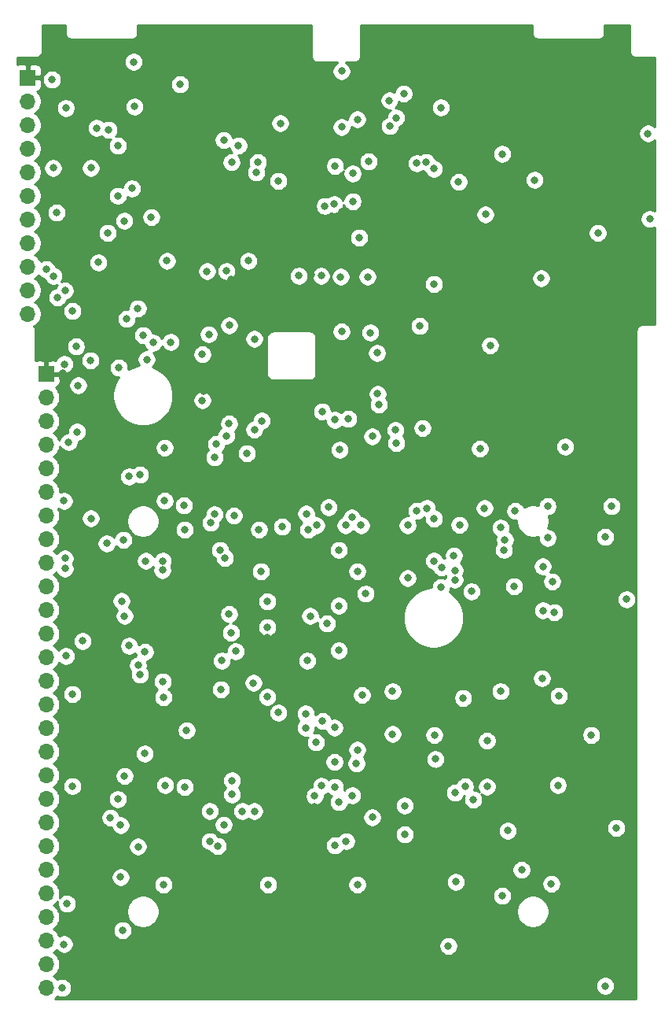
<source format=gbr>
G04 #@! TF.GenerationSoftware,KiCad,Pcbnew,5.1.5+dfsg1-2build2*
G04 #@! TF.CreationDate,2021-11-12T20:57:27+00:00*
G04 #@! TF.ProjectId,psion-org2-main,7073696f-6e2d-46f7-9267-322d6d61696e,rev?*
G04 #@! TF.SameCoordinates,Original*
G04 #@! TF.FileFunction,Copper,L2,Inr*
G04 #@! TF.FilePolarity,Positive*
%FSLAX46Y46*%
G04 Gerber Fmt 4.6, Leading zero omitted, Abs format (unit mm)*
G04 Created by KiCad (PCBNEW 5.1.5+dfsg1-2build2) date 2021-11-12 20:57:27*
%MOMM*%
%LPD*%
G04 APERTURE LIST*
%ADD10O,1.700000X1.700000*%
%ADD11R,1.700000X1.700000*%
%ADD12C,0.800000*%
%ADD13C,0.254000*%
G04 APERTURE END LIST*
D10*
X142100000Y-159900000D03*
X142100000Y-157360000D03*
X142100000Y-154820000D03*
X142100000Y-152280000D03*
X142100000Y-149740000D03*
X142100000Y-147200000D03*
X142100000Y-144660000D03*
X142100000Y-142120000D03*
X142100000Y-139580000D03*
X142100000Y-137040000D03*
X142100000Y-134500000D03*
X142100000Y-131960000D03*
X142100000Y-129420000D03*
X142100000Y-126880000D03*
X142100000Y-124340000D03*
X142100000Y-121800000D03*
X142100000Y-119260000D03*
X142100000Y-116720000D03*
X142100000Y-114180000D03*
X142100000Y-111640000D03*
X142100000Y-109100000D03*
X142100000Y-106560000D03*
X142100000Y-104020000D03*
X142100000Y-101480000D03*
X142100000Y-98940000D03*
X142100000Y-96400000D03*
D11*
X142100000Y-93860000D03*
D10*
X140100000Y-87400000D03*
X140100000Y-84860000D03*
X140100000Y-82320000D03*
X140100000Y-79780000D03*
X140100000Y-77240000D03*
X140100000Y-74700000D03*
X140100000Y-72160000D03*
X140100000Y-69620000D03*
X140100000Y-67080000D03*
X140100000Y-64540000D03*
D11*
X140100000Y-62000000D03*
D12*
X166368597Y-139831403D03*
X171000000Y-140400000D03*
X143900000Y-93800000D03*
X145200000Y-106800000D03*
X159000000Y-95700000D03*
X162000000Y-83700000D03*
X170600000Y-83200000D03*
X177800000Y-82000000D03*
X181200000Y-80400000D03*
X187300000Y-83500000D03*
X200100000Y-101700000D03*
X187300000Y-108100000D03*
X162000000Y-103300000D03*
X174700000Y-103200000D03*
X200100000Y-83500000D03*
X150800000Y-71500000D03*
X145800000Y-66400000D03*
X149300000Y-66100000D03*
X157300000Y-65200000D03*
X186500000Y-61900000D03*
X184200000Y-58700000D03*
X160600000Y-76000000D03*
X175700000Y-131400000D03*
X161300000Y-117200000D03*
X165900000Y-122200000D03*
X164000000Y-129200000D03*
X152800000Y-132100000D03*
X183900000Y-136600000D03*
X192700000Y-145200000D03*
X167700000Y-75200000D03*
X170600000Y-76300000D03*
X173900000Y-76400000D03*
X176000000Y-76500000D03*
X178400000Y-76400000D03*
X149025000Y-152400000D03*
X147575000Y-153900000D03*
X192700000Y-124300000D03*
X144400000Y-58600000D03*
X149500000Y-58200000D03*
X189500000Y-74600000D03*
X146850000Y-90900000D03*
X167300000Y-108800000D03*
X143800000Y-159900000D03*
X164500000Y-140900000D03*
X180700000Y-140300000D03*
X196800000Y-119500000D03*
X156500000Y-62700000D03*
X144500000Y-101200000D03*
X144900000Y-87100000D03*
X164400000Y-127100000D03*
X183900000Y-132700000D03*
X175800000Y-79200000D03*
X186500000Y-73200000D03*
X165900000Y-118344990D03*
X194700000Y-73000000D03*
X195400000Y-83559998D03*
X176700000Y-83400000D03*
X173800000Y-83400000D03*
X171700000Y-83300000D03*
X169300000Y-83300000D03*
X202300000Y-159700000D03*
X202300000Y-111400000D03*
X196100000Y-111500000D03*
X191500000Y-111700000D03*
X150400000Y-111700000D03*
X151000000Y-104900000D03*
X148700000Y-78700000D03*
X148800000Y-67600000D03*
X206900000Y-68000000D03*
X207100000Y-77200000D03*
X145300000Y-90900000D03*
X145525000Y-95100000D03*
X182989952Y-71058579D03*
X182615478Y-99684522D03*
X179700000Y-99900000D03*
X164500000Y-99850000D03*
X146900000Y-109400000D03*
X157200000Y-132200000D03*
X159799999Y-109875000D03*
X142700000Y-62200000D03*
X142100000Y-82600000D03*
X173100000Y-75600000D03*
X173200000Y-71500000D03*
X164900000Y-71100000D03*
X162050001Y-71100000D03*
X161499999Y-82800000D03*
X159410000Y-82810000D03*
X147500000Y-67400000D03*
X146900000Y-71700000D03*
X142868223Y-83325000D03*
X142825000Y-71700000D03*
X172100000Y-75800000D03*
X153400000Y-77000000D03*
X143200000Y-76515000D03*
X163200000Y-140900010D03*
X144900000Y-138200000D03*
X162100000Y-137600000D03*
X177215684Y-141550000D03*
X188080788Y-139660263D03*
X189575000Y-138250002D03*
X189575000Y-133312829D03*
X197200000Y-138100000D03*
X175500010Y-135769735D03*
X173149990Y-135600000D03*
X173149990Y-131900000D03*
X170025000Y-131925000D03*
X170025000Y-130400000D03*
X167100000Y-130300000D03*
X157000000Y-138300000D03*
X152700000Y-134700000D03*
X164500000Y-90098002D03*
X154900000Y-138100000D03*
X144900000Y-128300000D03*
X154700000Y-128650000D03*
X176100000Y-128400000D03*
X187000000Y-128725000D03*
X197300000Y-128500000D03*
X165900000Y-128600000D03*
X144200000Y-124200000D03*
X144100000Y-114800000D03*
X165200000Y-115100000D03*
X175600000Y-115100000D03*
X186100000Y-115000000D03*
X154649998Y-126950000D03*
X154596025Y-114973554D03*
X192500000Y-116700000D03*
X187900000Y-117250002D03*
X196600000Y-116200000D03*
X176500000Y-117500000D03*
X195575000Y-114575000D03*
X185400000Y-155400000D03*
X189900000Y-90800000D03*
X149000000Y-141600000D03*
X166000000Y-148800000D03*
X186200000Y-148500000D03*
X196500000Y-148700000D03*
X144328961Y-150848492D03*
X154700000Y-148800000D03*
X175600000Y-148800000D03*
X173600000Y-139925000D03*
X173192005Y-144575010D03*
X160559857Y-144635540D03*
X186125000Y-138900000D03*
X181025000Y-110149990D03*
X176000000Y-110149990D03*
X186600000Y-110100000D03*
X188800000Y-101900000D03*
X198000000Y-101700000D03*
X160207275Y-102850001D03*
X163700000Y-102400000D03*
X186099999Y-116000000D03*
X181025000Y-115825000D03*
X171725001Y-138175001D03*
X175600000Y-134300000D03*
X187207871Y-138228860D03*
X200800000Y-132700000D03*
X189400000Y-76700000D03*
X191025000Y-110400000D03*
X170300000Y-110600000D03*
X170200000Y-124700000D03*
X179400000Y-132600000D03*
X179400000Y-128000000D03*
X191025000Y-128000000D03*
X191400000Y-112800000D03*
X173600000Y-112800000D03*
X173700000Y-102025000D03*
X175100000Y-75300000D03*
X175100000Y-72300000D03*
X164700001Y-72200000D03*
X173900000Y-89300000D03*
X165300000Y-98900000D03*
X173175000Y-98800000D03*
X174325000Y-110149990D03*
X174400000Y-144125000D03*
X159700000Y-144125000D03*
X159700000Y-140900010D03*
X171800000Y-97900000D03*
X174625000Y-98700000D03*
X175000000Y-109300000D03*
X175050000Y-139200000D03*
X171000000Y-139259804D03*
X162100000Y-139100000D03*
X171194429Y-110149990D03*
X171854723Y-131200000D03*
X182300000Y-88700000D03*
X149800000Y-74700000D03*
X161775000Y-119700000D03*
X161782087Y-99205770D03*
X161800000Y-88648002D03*
X170525000Y-119900000D03*
X171129723Y-133498162D03*
X150500000Y-77400000D03*
X150756479Y-87931174D03*
X152531595Y-89706289D03*
X159600000Y-89600000D03*
X162500000Y-123700000D03*
X162300000Y-109100000D03*
X173200000Y-138300000D03*
X173600000Y-123600000D03*
X155500000Y-90431289D03*
X177000000Y-89425000D03*
X182000000Y-108600000D03*
X184000000Y-135300000D03*
X156900000Y-108000000D03*
X157000000Y-110600000D03*
X165000000Y-110600000D03*
X165900000Y-121100000D03*
X152200000Y-104700000D03*
X149900000Y-93200000D03*
X144041421Y-92810048D03*
X144100000Y-84900000D03*
X151975000Y-144700000D03*
X152200000Y-126200000D03*
X177200000Y-100575000D03*
X161497832Y-100515330D03*
X162800000Y-69300000D03*
X149800000Y-69304670D03*
X179800000Y-101300000D03*
X160400000Y-101400000D03*
X161200000Y-68700000D03*
X144197844Y-65263011D03*
X191200000Y-150000000D03*
X191800000Y-143000000D03*
X201500000Y-78700000D03*
X203500000Y-142700000D03*
X151325000Y-73900000D03*
X151950001Y-86813091D03*
X153600000Y-90500000D03*
X152900000Y-92300000D03*
X146850000Y-92400000D03*
X148599990Y-112100000D03*
X160800000Y-112800000D03*
X161000000Y-124700000D03*
X150300000Y-153700000D03*
X144000000Y-155200000D03*
X151016282Y-123100000D03*
X167100000Y-73100000D03*
X167300000Y-66900000D03*
X161200000Y-142350010D03*
X160900000Y-127800000D03*
X150100000Y-142400000D03*
X150100000Y-148000000D03*
X163850001Y-81700000D03*
X155100000Y-81700000D03*
X147700000Y-81875000D03*
X151975000Y-125206113D03*
X183849999Y-71800000D03*
X183849999Y-84200000D03*
X193300000Y-147200000D03*
X191200000Y-70200000D03*
X167500000Y-110300000D03*
X162000000Y-121700000D03*
X170100000Y-108900000D03*
X172325000Y-120700000D03*
X172500000Y-108200000D03*
X173600000Y-118800000D03*
X183100000Y-108300000D03*
X184600000Y-116815686D03*
X183849999Y-109424990D03*
X183849999Y-113975010D03*
X189300000Y-108300000D03*
X160215760Y-108965524D03*
X161324990Y-113651110D03*
X186000000Y-113399999D03*
X192600000Y-108600000D03*
X196100000Y-108100000D03*
X203000000Y-108100000D03*
X204600010Y-118100000D03*
X195600000Y-119300000D03*
X195500000Y-126600000D03*
X154834472Y-107500000D03*
X152716283Y-123756113D03*
X154649997Y-113975010D03*
X152799998Y-113975010D03*
X144100000Y-113700000D03*
X144000001Y-107525001D03*
X146000000Y-122600000D03*
X177909191Y-97144127D03*
X154834472Y-101800000D03*
X177787347Y-96012653D03*
X158900000Y-96700000D03*
X177725000Y-91600000D03*
X158900000Y-91756299D03*
X143300000Y-85625000D03*
X184600000Y-65200000D03*
X184649999Y-114665676D03*
X145410431Y-100093886D03*
X151500000Y-60300000D03*
X151600000Y-65100000D03*
X173900000Y-61300000D03*
X173900000Y-67300000D03*
X179050002Y-64435035D03*
X179100000Y-67200000D03*
X180600000Y-63710035D03*
X179775002Y-66300000D03*
X150200000Y-118300000D03*
X149800000Y-139600000D03*
X150525000Y-119900000D03*
X150525000Y-137100000D03*
X175600000Y-66474990D03*
X176800000Y-71000000D03*
X180700000Y-143400000D03*
X182000000Y-71200000D03*
D13*
G36*
X144140001Y-57167571D02*
G01*
X144136807Y-57200000D01*
X144149550Y-57329383D01*
X144187290Y-57453793D01*
X144248575Y-57568450D01*
X144331052Y-57668948D01*
X144431550Y-57751425D01*
X144546207Y-57812710D01*
X144670617Y-57850450D01*
X144767581Y-57860000D01*
X144800000Y-57863193D01*
X144832419Y-57860000D01*
X151267581Y-57860000D01*
X151300000Y-57863193D01*
X151332419Y-57860000D01*
X151429383Y-57850450D01*
X151553793Y-57812710D01*
X151668450Y-57751425D01*
X151768948Y-57668948D01*
X151851425Y-57568450D01*
X151912710Y-57453793D01*
X151950450Y-57329383D01*
X151963193Y-57200000D01*
X151960000Y-57167581D01*
X151960000Y-56360000D01*
X170640000Y-56360000D01*
X170640001Y-59667571D01*
X170636807Y-59700000D01*
X170649550Y-59829383D01*
X170687290Y-59953793D01*
X170748575Y-60068450D01*
X170831052Y-60168948D01*
X170931550Y-60251425D01*
X171046207Y-60312710D01*
X171170617Y-60350450D01*
X171267581Y-60360000D01*
X171300000Y-60363193D01*
X171332419Y-60360000D01*
X173464776Y-60360000D01*
X173409744Y-60382795D01*
X173240226Y-60496063D01*
X173096063Y-60640226D01*
X172982795Y-60809744D01*
X172904774Y-60998102D01*
X172865000Y-61198061D01*
X172865000Y-61401939D01*
X172904774Y-61601898D01*
X172982795Y-61790256D01*
X173096063Y-61959774D01*
X173240226Y-62103937D01*
X173409744Y-62217205D01*
X173598102Y-62295226D01*
X173798061Y-62335000D01*
X174001939Y-62335000D01*
X174201898Y-62295226D01*
X174390256Y-62217205D01*
X174559774Y-62103937D01*
X174703937Y-61959774D01*
X174817205Y-61790256D01*
X174895226Y-61601898D01*
X174935000Y-61401939D01*
X174935000Y-61198061D01*
X174895226Y-60998102D01*
X174817205Y-60809744D01*
X174703937Y-60640226D01*
X174559774Y-60496063D01*
X174390256Y-60382795D01*
X174335224Y-60360000D01*
X175267581Y-60360000D01*
X175300000Y-60363193D01*
X175332419Y-60360000D01*
X175429383Y-60350450D01*
X175553793Y-60312710D01*
X175668450Y-60251425D01*
X175768948Y-60168948D01*
X175851425Y-60068450D01*
X175912710Y-59953793D01*
X175950450Y-59829383D01*
X175963193Y-59700000D01*
X175960000Y-59667581D01*
X175960000Y-56360000D01*
X194440001Y-56360000D01*
X194440000Y-57167580D01*
X194436807Y-57200000D01*
X194449550Y-57329383D01*
X194487290Y-57453793D01*
X194548575Y-57568450D01*
X194631052Y-57668948D01*
X194731550Y-57751425D01*
X194846207Y-57812710D01*
X194970617Y-57850450D01*
X195100000Y-57863193D01*
X195132419Y-57860000D01*
X201567581Y-57860000D01*
X201600000Y-57863193D01*
X201632419Y-57860000D01*
X201729383Y-57850450D01*
X201853793Y-57812710D01*
X201968450Y-57751425D01*
X202068948Y-57668948D01*
X202151425Y-57568450D01*
X202212710Y-57453793D01*
X202250450Y-57329383D01*
X202263193Y-57200000D01*
X202260000Y-57167581D01*
X202260000Y-56360000D01*
X204940001Y-56360000D01*
X204940000Y-59167580D01*
X204936807Y-59200000D01*
X204949550Y-59329383D01*
X204987290Y-59453793D01*
X205048575Y-59568450D01*
X205131052Y-59668948D01*
X205231550Y-59751425D01*
X205346207Y-59812710D01*
X205470617Y-59850450D01*
X205600000Y-59863193D01*
X205632419Y-59860000D01*
X207640001Y-59860000D01*
X207640001Y-67276290D01*
X207559774Y-67196063D01*
X207390256Y-67082795D01*
X207201898Y-67004774D01*
X207001939Y-66965000D01*
X206798061Y-66965000D01*
X206598102Y-67004774D01*
X206409744Y-67082795D01*
X206240226Y-67196063D01*
X206096063Y-67340226D01*
X205982795Y-67509744D01*
X205904774Y-67698102D01*
X205865000Y-67898061D01*
X205865000Y-68101939D01*
X205904774Y-68301898D01*
X205982795Y-68490256D01*
X206096063Y-68659774D01*
X206240226Y-68803937D01*
X206409744Y-68917205D01*
X206598102Y-68995226D01*
X206798061Y-69035000D01*
X207001939Y-69035000D01*
X207201898Y-68995226D01*
X207390256Y-68917205D01*
X207559774Y-68803937D01*
X207640001Y-68723710D01*
X207640000Y-76316033D01*
X207590256Y-76282795D01*
X207401898Y-76204774D01*
X207201939Y-76165000D01*
X206998061Y-76165000D01*
X206798102Y-76204774D01*
X206609744Y-76282795D01*
X206440226Y-76396063D01*
X206296063Y-76540226D01*
X206182795Y-76709744D01*
X206104774Y-76898102D01*
X206065000Y-77098061D01*
X206065000Y-77301939D01*
X206104774Y-77501898D01*
X206182795Y-77690256D01*
X206296063Y-77859774D01*
X206440226Y-78003937D01*
X206609744Y-78117205D01*
X206798102Y-78195226D01*
X206998061Y-78235000D01*
X207201939Y-78235000D01*
X207401898Y-78195226D01*
X207590256Y-78117205D01*
X207640000Y-78083967D01*
X207640000Y-88540000D01*
X206332419Y-88540000D01*
X206300000Y-88536807D01*
X206267581Y-88540000D01*
X206170617Y-88549550D01*
X206046207Y-88587290D01*
X205931550Y-88648575D01*
X205831052Y-88731052D01*
X205748575Y-88831550D01*
X205687290Y-88946207D01*
X205649550Y-89070617D01*
X205636807Y-89200000D01*
X205640001Y-89232430D01*
X205640000Y-161040000D01*
X143060107Y-161040000D01*
X143253475Y-160846632D01*
X143284436Y-160800295D01*
X143309744Y-160817205D01*
X143498102Y-160895226D01*
X143698061Y-160935000D01*
X143901939Y-160935000D01*
X144101898Y-160895226D01*
X144290256Y-160817205D01*
X144459774Y-160703937D01*
X144603937Y-160559774D01*
X144717205Y-160390256D01*
X144795226Y-160201898D01*
X144835000Y-160001939D01*
X144835000Y-159798061D01*
X144795226Y-159598102D01*
X144795210Y-159598061D01*
X201265000Y-159598061D01*
X201265000Y-159801939D01*
X201304774Y-160001898D01*
X201382795Y-160190256D01*
X201496063Y-160359774D01*
X201640226Y-160503937D01*
X201809744Y-160617205D01*
X201998102Y-160695226D01*
X202198061Y-160735000D01*
X202401939Y-160735000D01*
X202601898Y-160695226D01*
X202790256Y-160617205D01*
X202959774Y-160503937D01*
X203103937Y-160359774D01*
X203217205Y-160190256D01*
X203295226Y-160001898D01*
X203335000Y-159801939D01*
X203335000Y-159598061D01*
X203295226Y-159398102D01*
X203217205Y-159209744D01*
X203103937Y-159040226D01*
X202959774Y-158896063D01*
X202790256Y-158782795D01*
X202601898Y-158704774D01*
X202401939Y-158665000D01*
X202198061Y-158665000D01*
X201998102Y-158704774D01*
X201809744Y-158782795D01*
X201640226Y-158896063D01*
X201496063Y-159040226D01*
X201382795Y-159209744D01*
X201304774Y-159398102D01*
X201265000Y-159598061D01*
X144795210Y-159598061D01*
X144717205Y-159409744D01*
X144603937Y-159240226D01*
X144459774Y-159096063D01*
X144290256Y-158982795D01*
X144101898Y-158904774D01*
X143901939Y-158865000D01*
X143698061Y-158865000D01*
X143498102Y-158904774D01*
X143309744Y-158982795D01*
X143284436Y-158999705D01*
X143253475Y-158953368D01*
X143046632Y-158746525D01*
X142872240Y-158630000D01*
X143046632Y-158513475D01*
X143253475Y-158306632D01*
X143415990Y-158063411D01*
X143527932Y-157793158D01*
X143585000Y-157506260D01*
X143585000Y-157213740D01*
X143527932Y-156926842D01*
X143415990Y-156656589D01*
X143253475Y-156413368D01*
X143046632Y-156206525D01*
X142872240Y-156090000D01*
X143046632Y-155973475D01*
X143181752Y-155838355D01*
X143196063Y-155859774D01*
X143340226Y-156003937D01*
X143509744Y-156117205D01*
X143698102Y-156195226D01*
X143898061Y-156235000D01*
X144101939Y-156235000D01*
X144301898Y-156195226D01*
X144490256Y-156117205D01*
X144659774Y-156003937D01*
X144803937Y-155859774D01*
X144917205Y-155690256D01*
X144995226Y-155501898D01*
X145035000Y-155301939D01*
X145035000Y-155298061D01*
X184365000Y-155298061D01*
X184365000Y-155501939D01*
X184404774Y-155701898D01*
X184482795Y-155890256D01*
X184596063Y-156059774D01*
X184740226Y-156203937D01*
X184909744Y-156317205D01*
X185098102Y-156395226D01*
X185298061Y-156435000D01*
X185501939Y-156435000D01*
X185701898Y-156395226D01*
X185890256Y-156317205D01*
X186059774Y-156203937D01*
X186203937Y-156059774D01*
X186317205Y-155890256D01*
X186395226Y-155701898D01*
X186435000Y-155501939D01*
X186435000Y-155298061D01*
X186395226Y-155098102D01*
X186317205Y-154909744D01*
X186203937Y-154740226D01*
X186059774Y-154596063D01*
X185890256Y-154482795D01*
X185701898Y-154404774D01*
X185501939Y-154365000D01*
X185298061Y-154365000D01*
X185098102Y-154404774D01*
X184909744Y-154482795D01*
X184740226Y-154596063D01*
X184596063Y-154740226D01*
X184482795Y-154909744D01*
X184404774Y-155098102D01*
X184365000Y-155298061D01*
X145035000Y-155298061D01*
X145035000Y-155098061D01*
X144995226Y-154898102D01*
X144917205Y-154709744D01*
X144803937Y-154540226D01*
X144659774Y-154396063D01*
X144490256Y-154282795D01*
X144301898Y-154204774D01*
X144101939Y-154165000D01*
X143898061Y-154165000D01*
X143698102Y-154204774D01*
X143509744Y-154282795D01*
X143490234Y-154295831D01*
X143415990Y-154116589D01*
X143253475Y-153873368D01*
X143046632Y-153666525D01*
X142944169Y-153598061D01*
X149265000Y-153598061D01*
X149265000Y-153801939D01*
X149304774Y-154001898D01*
X149382795Y-154190256D01*
X149496063Y-154359774D01*
X149640226Y-154503937D01*
X149809744Y-154617205D01*
X149998102Y-154695226D01*
X150198061Y-154735000D01*
X150401939Y-154735000D01*
X150601898Y-154695226D01*
X150790256Y-154617205D01*
X150959774Y-154503937D01*
X151103937Y-154359774D01*
X151217205Y-154190256D01*
X151295226Y-154001898D01*
X151335000Y-153801939D01*
X151335000Y-153598061D01*
X151295226Y-153398102D01*
X151217205Y-153209744D01*
X151103937Y-153040226D01*
X150959774Y-152896063D01*
X150790256Y-152782795D01*
X150601898Y-152704774D01*
X150401939Y-152665000D01*
X150198061Y-152665000D01*
X149998102Y-152704774D01*
X149809744Y-152782795D01*
X149640226Y-152896063D01*
X149496063Y-153040226D01*
X149382795Y-153209744D01*
X149304774Y-153398102D01*
X149265000Y-153598061D01*
X142944169Y-153598061D01*
X142872240Y-153550000D01*
X143046632Y-153433475D01*
X143253475Y-153226632D01*
X143415990Y-152983411D01*
X143527932Y-152713158D01*
X143585000Y-152426260D01*
X143585000Y-152133740D01*
X143527932Y-151846842D01*
X143415990Y-151576589D01*
X143253475Y-151333368D01*
X143046632Y-151126525D01*
X142872240Y-151010000D01*
X143046632Y-150893475D01*
X143253475Y-150686632D01*
X143328093Y-150574958D01*
X143293961Y-150746553D01*
X143293961Y-150950431D01*
X143333735Y-151150390D01*
X143411756Y-151338748D01*
X143525024Y-151508266D01*
X143669187Y-151652429D01*
X143838705Y-151765697D01*
X144027063Y-151843718D01*
X144227022Y-151883492D01*
X144430900Y-151883492D01*
X144630859Y-151843718D01*
X144819217Y-151765697D01*
X144988735Y-151652429D01*
X145115635Y-151525529D01*
X150728571Y-151525529D01*
X150728571Y-151874471D01*
X150796646Y-152216707D01*
X150930180Y-152539086D01*
X151124041Y-152829220D01*
X151370780Y-153075959D01*
X151660914Y-153269820D01*
X151983293Y-153403354D01*
X152325529Y-153471429D01*
X152674471Y-153471429D01*
X153016707Y-153403354D01*
X153339086Y-153269820D01*
X153629220Y-153075959D01*
X153875959Y-152829220D01*
X154069820Y-152539086D01*
X154203354Y-152216707D01*
X154271429Y-151874471D01*
X154271429Y-151525529D01*
X192728571Y-151525529D01*
X192728571Y-151874471D01*
X192796646Y-152216707D01*
X192930180Y-152539086D01*
X193124041Y-152829220D01*
X193370780Y-153075959D01*
X193660914Y-153269820D01*
X193983293Y-153403354D01*
X194325529Y-153471429D01*
X194674471Y-153471429D01*
X195016707Y-153403354D01*
X195339086Y-153269820D01*
X195629220Y-153075959D01*
X195875959Y-152829220D01*
X196069820Y-152539086D01*
X196203354Y-152216707D01*
X196271429Y-151874471D01*
X196271429Y-151525529D01*
X196203354Y-151183293D01*
X196069820Y-150860914D01*
X195875959Y-150570780D01*
X195629220Y-150324041D01*
X195339086Y-150130180D01*
X195016707Y-149996646D01*
X194674471Y-149928571D01*
X194325529Y-149928571D01*
X193983293Y-149996646D01*
X193660914Y-150130180D01*
X193370780Y-150324041D01*
X193124041Y-150570780D01*
X192930180Y-150860914D01*
X192796646Y-151183293D01*
X192728571Y-151525529D01*
X154271429Y-151525529D01*
X154203354Y-151183293D01*
X154069820Y-150860914D01*
X153875959Y-150570780D01*
X153629220Y-150324041D01*
X153339086Y-150130180D01*
X153016707Y-149996646D01*
X152674471Y-149928571D01*
X152325529Y-149928571D01*
X151983293Y-149996646D01*
X151660914Y-150130180D01*
X151370780Y-150324041D01*
X151124041Y-150570780D01*
X150930180Y-150860914D01*
X150796646Y-151183293D01*
X150728571Y-151525529D01*
X145115635Y-151525529D01*
X145132898Y-151508266D01*
X145246166Y-151338748D01*
X145324187Y-151150390D01*
X145363961Y-150950431D01*
X145363961Y-150746553D01*
X145324187Y-150546594D01*
X145246166Y-150358236D01*
X145132898Y-150188718D01*
X144988735Y-150044555D01*
X144819217Y-149931287D01*
X144739003Y-149898061D01*
X190165000Y-149898061D01*
X190165000Y-150101939D01*
X190204774Y-150301898D01*
X190282795Y-150490256D01*
X190396063Y-150659774D01*
X190540226Y-150803937D01*
X190709744Y-150917205D01*
X190898102Y-150995226D01*
X191098061Y-151035000D01*
X191301939Y-151035000D01*
X191501898Y-150995226D01*
X191690256Y-150917205D01*
X191859774Y-150803937D01*
X192003937Y-150659774D01*
X192117205Y-150490256D01*
X192195226Y-150301898D01*
X192235000Y-150101939D01*
X192235000Y-149898061D01*
X192195226Y-149698102D01*
X192117205Y-149509744D01*
X192003937Y-149340226D01*
X191859774Y-149196063D01*
X191690256Y-149082795D01*
X191501898Y-149004774D01*
X191301939Y-148965000D01*
X191098061Y-148965000D01*
X190898102Y-149004774D01*
X190709744Y-149082795D01*
X190540226Y-149196063D01*
X190396063Y-149340226D01*
X190282795Y-149509744D01*
X190204774Y-149698102D01*
X190165000Y-149898061D01*
X144739003Y-149898061D01*
X144630859Y-149853266D01*
X144430900Y-149813492D01*
X144227022Y-149813492D01*
X144027063Y-149853266D01*
X143838705Y-149931287D01*
X143669187Y-150044555D01*
X143525024Y-150188718D01*
X143515718Y-150202646D01*
X143527932Y-150173158D01*
X143585000Y-149886260D01*
X143585000Y-149593740D01*
X143527932Y-149306842D01*
X143415990Y-149036589D01*
X143253475Y-148793368D01*
X143046632Y-148586525D01*
X142872240Y-148470000D01*
X143046632Y-148353475D01*
X143253475Y-148146632D01*
X143415990Y-147903411D01*
X143418206Y-147898061D01*
X149065000Y-147898061D01*
X149065000Y-148101939D01*
X149104774Y-148301898D01*
X149182795Y-148490256D01*
X149296063Y-148659774D01*
X149440226Y-148803937D01*
X149609744Y-148917205D01*
X149798102Y-148995226D01*
X149998061Y-149035000D01*
X150201939Y-149035000D01*
X150401898Y-148995226D01*
X150590256Y-148917205D01*
X150759774Y-148803937D01*
X150865650Y-148698061D01*
X153665000Y-148698061D01*
X153665000Y-148901939D01*
X153704774Y-149101898D01*
X153782795Y-149290256D01*
X153896063Y-149459774D01*
X154040226Y-149603937D01*
X154209744Y-149717205D01*
X154398102Y-149795226D01*
X154598061Y-149835000D01*
X154801939Y-149835000D01*
X155001898Y-149795226D01*
X155190256Y-149717205D01*
X155359774Y-149603937D01*
X155503937Y-149459774D01*
X155617205Y-149290256D01*
X155695226Y-149101898D01*
X155735000Y-148901939D01*
X155735000Y-148698061D01*
X164965000Y-148698061D01*
X164965000Y-148901939D01*
X165004774Y-149101898D01*
X165082795Y-149290256D01*
X165196063Y-149459774D01*
X165340226Y-149603937D01*
X165509744Y-149717205D01*
X165698102Y-149795226D01*
X165898061Y-149835000D01*
X166101939Y-149835000D01*
X166301898Y-149795226D01*
X166490256Y-149717205D01*
X166659774Y-149603937D01*
X166803937Y-149459774D01*
X166917205Y-149290256D01*
X166995226Y-149101898D01*
X167035000Y-148901939D01*
X167035000Y-148698061D01*
X174565000Y-148698061D01*
X174565000Y-148901939D01*
X174604774Y-149101898D01*
X174682795Y-149290256D01*
X174796063Y-149459774D01*
X174940226Y-149603937D01*
X175109744Y-149717205D01*
X175298102Y-149795226D01*
X175498061Y-149835000D01*
X175701939Y-149835000D01*
X175901898Y-149795226D01*
X176090256Y-149717205D01*
X176259774Y-149603937D01*
X176403937Y-149459774D01*
X176517205Y-149290256D01*
X176595226Y-149101898D01*
X176635000Y-148901939D01*
X176635000Y-148698061D01*
X176595226Y-148498102D01*
X176553788Y-148398061D01*
X185165000Y-148398061D01*
X185165000Y-148601939D01*
X185204774Y-148801898D01*
X185282795Y-148990256D01*
X185396063Y-149159774D01*
X185540226Y-149303937D01*
X185709744Y-149417205D01*
X185898102Y-149495226D01*
X186098061Y-149535000D01*
X186301939Y-149535000D01*
X186501898Y-149495226D01*
X186690256Y-149417205D01*
X186859774Y-149303937D01*
X187003937Y-149159774D01*
X187117205Y-148990256D01*
X187195226Y-148801898D01*
X187235000Y-148601939D01*
X187235000Y-148598061D01*
X195465000Y-148598061D01*
X195465000Y-148801939D01*
X195504774Y-149001898D01*
X195582795Y-149190256D01*
X195696063Y-149359774D01*
X195840226Y-149503937D01*
X196009744Y-149617205D01*
X196198102Y-149695226D01*
X196398061Y-149735000D01*
X196601939Y-149735000D01*
X196801898Y-149695226D01*
X196990256Y-149617205D01*
X197159774Y-149503937D01*
X197303937Y-149359774D01*
X197417205Y-149190256D01*
X197495226Y-149001898D01*
X197535000Y-148801939D01*
X197535000Y-148598061D01*
X197495226Y-148398102D01*
X197417205Y-148209744D01*
X197303937Y-148040226D01*
X197159774Y-147896063D01*
X196990256Y-147782795D01*
X196801898Y-147704774D01*
X196601939Y-147665000D01*
X196398061Y-147665000D01*
X196198102Y-147704774D01*
X196009744Y-147782795D01*
X195840226Y-147896063D01*
X195696063Y-148040226D01*
X195582795Y-148209744D01*
X195504774Y-148398102D01*
X195465000Y-148598061D01*
X187235000Y-148598061D01*
X187235000Y-148398061D01*
X187195226Y-148198102D01*
X187117205Y-148009744D01*
X187003937Y-147840226D01*
X186859774Y-147696063D01*
X186690256Y-147582795D01*
X186501898Y-147504774D01*
X186301939Y-147465000D01*
X186098061Y-147465000D01*
X185898102Y-147504774D01*
X185709744Y-147582795D01*
X185540226Y-147696063D01*
X185396063Y-147840226D01*
X185282795Y-148009744D01*
X185204774Y-148198102D01*
X185165000Y-148398061D01*
X176553788Y-148398061D01*
X176517205Y-148309744D01*
X176403937Y-148140226D01*
X176259774Y-147996063D01*
X176090256Y-147882795D01*
X175901898Y-147804774D01*
X175701939Y-147765000D01*
X175498061Y-147765000D01*
X175298102Y-147804774D01*
X175109744Y-147882795D01*
X174940226Y-147996063D01*
X174796063Y-148140226D01*
X174682795Y-148309744D01*
X174604774Y-148498102D01*
X174565000Y-148698061D01*
X167035000Y-148698061D01*
X166995226Y-148498102D01*
X166917205Y-148309744D01*
X166803937Y-148140226D01*
X166659774Y-147996063D01*
X166490256Y-147882795D01*
X166301898Y-147804774D01*
X166101939Y-147765000D01*
X165898061Y-147765000D01*
X165698102Y-147804774D01*
X165509744Y-147882795D01*
X165340226Y-147996063D01*
X165196063Y-148140226D01*
X165082795Y-148309744D01*
X165004774Y-148498102D01*
X164965000Y-148698061D01*
X155735000Y-148698061D01*
X155695226Y-148498102D01*
X155617205Y-148309744D01*
X155503937Y-148140226D01*
X155359774Y-147996063D01*
X155190256Y-147882795D01*
X155001898Y-147804774D01*
X154801939Y-147765000D01*
X154598061Y-147765000D01*
X154398102Y-147804774D01*
X154209744Y-147882795D01*
X154040226Y-147996063D01*
X153896063Y-148140226D01*
X153782795Y-148309744D01*
X153704774Y-148498102D01*
X153665000Y-148698061D01*
X150865650Y-148698061D01*
X150903937Y-148659774D01*
X151017205Y-148490256D01*
X151095226Y-148301898D01*
X151135000Y-148101939D01*
X151135000Y-147898061D01*
X151095226Y-147698102D01*
X151017205Y-147509744D01*
X150903937Y-147340226D01*
X150759774Y-147196063D01*
X150613104Y-147098061D01*
X192265000Y-147098061D01*
X192265000Y-147301939D01*
X192304774Y-147501898D01*
X192382795Y-147690256D01*
X192496063Y-147859774D01*
X192640226Y-148003937D01*
X192809744Y-148117205D01*
X192998102Y-148195226D01*
X193198061Y-148235000D01*
X193401939Y-148235000D01*
X193601898Y-148195226D01*
X193790256Y-148117205D01*
X193959774Y-148003937D01*
X194103937Y-147859774D01*
X194217205Y-147690256D01*
X194295226Y-147501898D01*
X194335000Y-147301939D01*
X194335000Y-147098061D01*
X194295226Y-146898102D01*
X194217205Y-146709744D01*
X194103937Y-146540226D01*
X193959774Y-146396063D01*
X193790256Y-146282795D01*
X193601898Y-146204774D01*
X193401939Y-146165000D01*
X193198061Y-146165000D01*
X192998102Y-146204774D01*
X192809744Y-146282795D01*
X192640226Y-146396063D01*
X192496063Y-146540226D01*
X192382795Y-146709744D01*
X192304774Y-146898102D01*
X192265000Y-147098061D01*
X150613104Y-147098061D01*
X150590256Y-147082795D01*
X150401898Y-147004774D01*
X150201939Y-146965000D01*
X149998061Y-146965000D01*
X149798102Y-147004774D01*
X149609744Y-147082795D01*
X149440226Y-147196063D01*
X149296063Y-147340226D01*
X149182795Y-147509744D01*
X149104774Y-147698102D01*
X149065000Y-147898061D01*
X143418206Y-147898061D01*
X143527932Y-147633158D01*
X143585000Y-147346260D01*
X143585000Y-147053740D01*
X143527932Y-146766842D01*
X143415990Y-146496589D01*
X143253475Y-146253368D01*
X143046632Y-146046525D01*
X142872240Y-145930000D01*
X143046632Y-145813475D01*
X143253475Y-145606632D01*
X143415990Y-145363411D01*
X143527932Y-145093158D01*
X143585000Y-144806260D01*
X143585000Y-144598061D01*
X150940000Y-144598061D01*
X150940000Y-144801939D01*
X150979774Y-145001898D01*
X151057795Y-145190256D01*
X151171063Y-145359774D01*
X151315226Y-145503937D01*
X151484744Y-145617205D01*
X151673102Y-145695226D01*
X151873061Y-145735000D01*
X152076939Y-145735000D01*
X152276898Y-145695226D01*
X152465256Y-145617205D01*
X152634774Y-145503937D01*
X152778937Y-145359774D01*
X152892205Y-145190256D01*
X152970226Y-145001898D01*
X153010000Y-144801939D01*
X153010000Y-144598061D01*
X152970226Y-144398102D01*
X152892205Y-144209744D01*
X152778937Y-144040226D01*
X152761772Y-144023061D01*
X158665000Y-144023061D01*
X158665000Y-144226939D01*
X158704774Y-144426898D01*
X158782795Y-144615256D01*
X158896063Y-144784774D01*
X159040226Y-144928937D01*
X159209744Y-145042205D01*
X159398102Y-145120226D01*
X159598061Y-145160000D01*
X159665506Y-145160000D01*
X159755920Y-145295314D01*
X159900083Y-145439477D01*
X160069601Y-145552745D01*
X160257959Y-145630766D01*
X160457918Y-145670540D01*
X160661796Y-145670540D01*
X160861755Y-145630766D01*
X161050113Y-145552745D01*
X161219631Y-145439477D01*
X161363794Y-145295314D01*
X161477062Y-145125796D01*
X161555083Y-144937438D01*
X161594857Y-144737479D01*
X161594857Y-144533601D01*
X161582817Y-144473071D01*
X172157005Y-144473071D01*
X172157005Y-144676949D01*
X172196779Y-144876908D01*
X172274800Y-145065266D01*
X172388068Y-145234784D01*
X172532231Y-145378947D01*
X172701749Y-145492215D01*
X172890107Y-145570236D01*
X173090066Y-145610010D01*
X173293944Y-145610010D01*
X173493903Y-145570236D01*
X173682261Y-145492215D01*
X173851779Y-145378947D01*
X173995942Y-145234784D01*
X174078040Y-145111916D01*
X174098102Y-145120226D01*
X174298061Y-145160000D01*
X174501939Y-145160000D01*
X174701898Y-145120226D01*
X174890256Y-145042205D01*
X175059774Y-144928937D01*
X175203937Y-144784774D01*
X175317205Y-144615256D01*
X175395226Y-144426898D01*
X175435000Y-144226939D01*
X175435000Y-144023061D01*
X175395226Y-143823102D01*
X175317205Y-143634744D01*
X175203937Y-143465226D01*
X175059774Y-143321063D01*
X175025349Y-143298061D01*
X179665000Y-143298061D01*
X179665000Y-143501939D01*
X179704774Y-143701898D01*
X179782795Y-143890256D01*
X179896063Y-144059774D01*
X180040226Y-144203937D01*
X180209744Y-144317205D01*
X180398102Y-144395226D01*
X180598061Y-144435000D01*
X180801939Y-144435000D01*
X181001898Y-144395226D01*
X181190256Y-144317205D01*
X181359774Y-144203937D01*
X181503937Y-144059774D01*
X181617205Y-143890256D01*
X181695226Y-143701898D01*
X181735000Y-143501939D01*
X181735000Y-143298061D01*
X181695226Y-143098102D01*
X181617205Y-142909744D01*
X181609399Y-142898061D01*
X190765000Y-142898061D01*
X190765000Y-143101939D01*
X190804774Y-143301898D01*
X190882795Y-143490256D01*
X190996063Y-143659774D01*
X191140226Y-143803937D01*
X191309744Y-143917205D01*
X191498102Y-143995226D01*
X191698061Y-144035000D01*
X191901939Y-144035000D01*
X192101898Y-143995226D01*
X192290256Y-143917205D01*
X192459774Y-143803937D01*
X192603937Y-143659774D01*
X192717205Y-143490256D01*
X192795226Y-143301898D01*
X192835000Y-143101939D01*
X192835000Y-142898061D01*
X192795226Y-142698102D01*
X192753788Y-142598061D01*
X202465000Y-142598061D01*
X202465000Y-142801939D01*
X202504774Y-143001898D01*
X202582795Y-143190256D01*
X202696063Y-143359774D01*
X202840226Y-143503937D01*
X203009744Y-143617205D01*
X203198102Y-143695226D01*
X203398061Y-143735000D01*
X203601939Y-143735000D01*
X203801898Y-143695226D01*
X203990256Y-143617205D01*
X204159774Y-143503937D01*
X204303937Y-143359774D01*
X204417205Y-143190256D01*
X204495226Y-143001898D01*
X204535000Y-142801939D01*
X204535000Y-142598061D01*
X204495226Y-142398102D01*
X204417205Y-142209744D01*
X204303937Y-142040226D01*
X204159774Y-141896063D01*
X203990256Y-141782795D01*
X203801898Y-141704774D01*
X203601939Y-141665000D01*
X203398061Y-141665000D01*
X203198102Y-141704774D01*
X203009744Y-141782795D01*
X202840226Y-141896063D01*
X202696063Y-142040226D01*
X202582795Y-142209744D01*
X202504774Y-142398102D01*
X202465000Y-142598061D01*
X192753788Y-142598061D01*
X192717205Y-142509744D01*
X192603937Y-142340226D01*
X192459774Y-142196063D01*
X192290256Y-142082795D01*
X192101898Y-142004774D01*
X191901939Y-141965000D01*
X191698061Y-141965000D01*
X191498102Y-142004774D01*
X191309744Y-142082795D01*
X191140226Y-142196063D01*
X190996063Y-142340226D01*
X190882795Y-142509744D01*
X190804774Y-142698102D01*
X190765000Y-142898061D01*
X181609399Y-142898061D01*
X181503937Y-142740226D01*
X181359774Y-142596063D01*
X181190256Y-142482795D01*
X181001898Y-142404774D01*
X180801939Y-142365000D01*
X180598061Y-142365000D01*
X180398102Y-142404774D01*
X180209744Y-142482795D01*
X180040226Y-142596063D01*
X179896063Y-142740226D01*
X179782795Y-142909744D01*
X179704774Y-143098102D01*
X179665000Y-143298061D01*
X175025349Y-143298061D01*
X174890256Y-143207795D01*
X174701898Y-143129774D01*
X174501939Y-143090000D01*
X174298061Y-143090000D01*
X174098102Y-143129774D01*
X173909744Y-143207795D01*
X173740226Y-143321063D01*
X173596063Y-143465226D01*
X173513965Y-143588094D01*
X173493903Y-143579784D01*
X173293944Y-143540010D01*
X173090066Y-143540010D01*
X172890107Y-143579784D01*
X172701749Y-143657805D01*
X172532231Y-143771073D01*
X172388068Y-143915236D01*
X172274800Y-144084754D01*
X172196779Y-144273112D01*
X172157005Y-144473071D01*
X161582817Y-144473071D01*
X161555083Y-144333642D01*
X161477062Y-144145284D01*
X161363794Y-143975766D01*
X161219631Y-143831603D01*
X161050113Y-143718335D01*
X160861755Y-143640314D01*
X160661796Y-143600540D01*
X160594351Y-143600540D01*
X160503937Y-143465226D01*
X160359774Y-143321063D01*
X160190256Y-143207795D01*
X160001898Y-143129774D01*
X159801939Y-143090000D01*
X159598061Y-143090000D01*
X159398102Y-143129774D01*
X159209744Y-143207795D01*
X159040226Y-143321063D01*
X158896063Y-143465226D01*
X158782795Y-143634744D01*
X158704774Y-143823102D01*
X158665000Y-144023061D01*
X152761772Y-144023061D01*
X152634774Y-143896063D01*
X152465256Y-143782795D01*
X152276898Y-143704774D01*
X152076939Y-143665000D01*
X151873061Y-143665000D01*
X151673102Y-143704774D01*
X151484744Y-143782795D01*
X151315226Y-143896063D01*
X151171063Y-144040226D01*
X151057795Y-144209744D01*
X150979774Y-144398102D01*
X150940000Y-144598061D01*
X143585000Y-144598061D01*
X143585000Y-144513740D01*
X143527932Y-144226842D01*
X143415990Y-143956589D01*
X143253475Y-143713368D01*
X143046632Y-143506525D01*
X142872240Y-143390000D01*
X143046632Y-143273475D01*
X143253475Y-143066632D01*
X143415990Y-142823411D01*
X143527932Y-142553158D01*
X143585000Y-142266260D01*
X143585000Y-141973740D01*
X143527932Y-141686842D01*
X143449737Y-141498061D01*
X147965000Y-141498061D01*
X147965000Y-141701939D01*
X148004774Y-141901898D01*
X148082795Y-142090256D01*
X148196063Y-142259774D01*
X148340226Y-142403937D01*
X148509744Y-142517205D01*
X148698102Y-142595226D01*
X148898061Y-142635000D01*
X149091467Y-142635000D01*
X149104774Y-142701898D01*
X149182795Y-142890256D01*
X149296063Y-143059774D01*
X149440226Y-143203937D01*
X149609744Y-143317205D01*
X149798102Y-143395226D01*
X149998061Y-143435000D01*
X150201939Y-143435000D01*
X150401898Y-143395226D01*
X150590256Y-143317205D01*
X150759774Y-143203937D01*
X150903937Y-143059774D01*
X151017205Y-142890256D01*
X151095226Y-142701898D01*
X151135000Y-142501939D01*
X151135000Y-142298061D01*
X151125057Y-142248071D01*
X160165000Y-142248071D01*
X160165000Y-142451949D01*
X160204774Y-142651908D01*
X160282795Y-142840266D01*
X160396063Y-143009784D01*
X160540226Y-143153947D01*
X160709744Y-143267215D01*
X160898102Y-143345236D01*
X161098061Y-143385010D01*
X161301939Y-143385010D01*
X161501898Y-143345236D01*
X161690256Y-143267215D01*
X161859774Y-143153947D01*
X162003937Y-143009784D01*
X162117205Y-142840266D01*
X162195226Y-142651908D01*
X162235000Y-142451949D01*
X162235000Y-142248071D01*
X162195226Y-142048112D01*
X162117205Y-141859754D01*
X162003937Y-141690236D01*
X161859774Y-141546073D01*
X161690256Y-141432805D01*
X161501898Y-141354784D01*
X161301939Y-141315010D01*
X161098061Y-141315010D01*
X160898102Y-141354784D01*
X160709744Y-141432805D01*
X160540226Y-141546073D01*
X160396063Y-141690236D01*
X160282795Y-141859754D01*
X160204774Y-142048112D01*
X160165000Y-142248071D01*
X151125057Y-142248071D01*
X151095226Y-142098102D01*
X151017205Y-141909744D01*
X150903937Y-141740226D01*
X150759774Y-141596063D01*
X150590256Y-141482795D01*
X150401898Y-141404774D01*
X150201939Y-141365000D01*
X150008533Y-141365000D01*
X149995226Y-141298102D01*
X149917205Y-141109744D01*
X149803937Y-140940226D01*
X149661782Y-140798071D01*
X158665000Y-140798071D01*
X158665000Y-141001949D01*
X158704774Y-141201908D01*
X158782795Y-141390266D01*
X158896063Y-141559784D01*
X159040226Y-141703947D01*
X159209744Y-141817215D01*
X159398102Y-141895236D01*
X159598061Y-141935010D01*
X159801939Y-141935010D01*
X160001898Y-141895236D01*
X160190256Y-141817215D01*
X160359774Y-141703947D01*
X160503937Y-141559784D01*
X160617205Y-141390266D01*
X160695226Y-141201908D01*
X160735000Y-141001949D01*
X160735000Y-140798071D01*
X162165000Y-140798071D01*
X162165000Y-141001949D01*
X162204774Y-141201908D01*
X162282795Y-141390266D01*
X162396063Y-141559784D01*
X162540226Y-141703947D01*
X162709744Y-141817215D01*
X162898102Y-141895236D01*
X163098061Y-141935010D01*
X163301939Y-141935010D01*
X163501898Y-141895236D01*
X163690256Y-141817215D01*
X163850007Y-141710473D01*
X164009744Y-141817205D01*
X164198102Y-141895226D01*
X164398061Y-141935000D01*
X164601939Y-141935000D01*
X164801898Y-141895226D01*
X164990256Y-141817205D01*
X165159774Y-141703937D01*
X165303937Y-141559774D01*
X165378581Y-141448061D01*
X176180684Y-141448061D01*
X176180684Y-141651939D01*
X176220458Y-141851898D01*
X176298479Y-142040256D01*
X176411747Y-142209774D01*
X176555910Y-142353937D01*
X176725428Y-142467205D01*
X176913786Y-142545226D01*
X177113745Y-142585000D01*
X177317623Y-142585000D01*
X177517582Y-142545226D01*
X177705940Y-142467205D01*
X177875458Y-142353937D01*
X178019621Y-142209774D01*
X178132889Y-142040256D01*
X178210910Y-141851898D01*
X178250684Y-141651939D01*
X178250684Y-141448061D01*
X178210910Y-141248102D01*
X178132889Y-141059744D01*
X178019621Y-140890226D01*
X177875458Y-140746063D01*
X177705940Y-140632795D01*
X177517582Y-140554774D01*
X177317623Y-140515000D01*
X177113745Y-140515000D01*
X176913786Y-140554774D01*
X176725428Y-140632795D01*
X176555910Y-140746063D01*
X176411747Y-140890226D01*
X176298479Y-141059744D01*
X176220458Y-141248102D01*
X176180684Y-141448061D01*
X165378581Y-141448061D01*
X165417205Y-141390256D01*
X165495226Y-141201898D01*
X165535000Y-141001939D01*
X165535000Y-140798061D01*
X165495226Y-140598102D01*
X165417205Y-140409744D01*
X165303937Y-140240226D01*
X165159774Y-140096063D01*
X164990256Y-139982795D01*
X164801898Y-139904774D01*
X164601939Y-139865000D01*
X164398061Y-139865000D01*
X164198102Y-139904774D01*
X164009744Y-139982795D01*
X163849993Y-140089537D01*
X163690256Y-139982805D01*
X163501898Y-139904784D01*
X163301939Y-139865010D01*
X163098061Y-139865010D01*
X162898102Y-139904784D01*
X162709744Y-139982805D01*
X162540226Y-140096073D01*
X162396063Y-140240236D01*
X162282795Y-140409754D01*
X162204774Y-140598112D01*
X162165000Y-140798071D01*
X160735000Y-140798071D01*
X160695226Y-140598112D01*
X160617205Y-140409754D01*
X160503937Y-140240236D01*
X160359774Y-140096073D01*
X160190256Y-139982805D01*
X160001898Y-139904784D01*
X159801939Y-139865010D01*
X159598061Y-139865010D01*
X159398102Y-139904784D01*
X159209744Y-139982805D01*
X159040226Y-140096073D01*
X158896063Y-140240236D01*
X158782795Y-140409754D01*
X158704774Y-140598112D01*
X158665000Y-140798071D01*
X149661782Y-140798071D01*
X149659774Y-140796063D01*
X149490256Y-140682795D01*
X149301898Y-140604774D01*
X149101939Y-140565000D01*
X148898061Y-140565000D01*
X148698102Y-140604774D01*
X148509744Y-140682795D01*
X148340226Y-140796063D01*
X148196063Y-140940226D01*
X148082795Y-141109744D01*
X148004774Y-141298102D01*
X147965000Y-141498061D01*
X143449737Y-141498061D01*
X143415990Y-141416589D01*
X143253475Y-141173368D01*
X143046632Y-140966525D01*
X142872240Y-140850000D01*
X143046632Y-140733475D01*
X143253475Y-140526632D01*
X143415990Y-140283411D01*
X143527932Y-140013158D01*
X143585000Y-139726260D01*
X143585000Y-139498061D01*
X148765000Y-139498061D01*
X148765000Y-139701939D01*
X148804774Y-139901898D01*
X148882795Y-140090256D01*
X148996063Y-140259774D01*
X149140226Y-140403937D01*
X149309744Y-140517205D01*
X149498102Y-140595226D01*
X149698061Y-140635000D01*
X149901939Y-140635000D01*
X150101898Y-140595226D01*
X150290256Y-140517205D01*
X150459774Y-140403937D01*
X150603937Y-140259774D01*
X150717205Y-140090256D01*
X150795226Y-139901898D01*
X150835000Y-139701939D01*
X150835000Y-139498061D01*
X150795226Y-139298102D01*
X150717205Y-139109744D01*
X150603937Y-138940226D01*
X150459774Y-138796063D01*
X150290256Y-138682795D01*
X150101898Y-138604774D01*
X149901939Y-138565000D01*
X149698061Y-138565000D01*
X149498102Y-138604774D01*
X149309744Y-138682795D01*
X149140226Y-138796063D01*
X148996063Y-138940226D01*
X148882795Y-139109744D01*
X148804774Y-139298102D01*
X148765000Y-139498061D01*
X143585000Y-139498061D01*
X143585000Y-139433740D01*
X143527932Y-139146842D01*
X143415990Y-138876589D01*
X143253475Y-138633368D01*
X143046632Y-138426525D01*
X142872240Y-138310000D01*
X143046632Y-138193475D01*
X143142046Y-138098061D01*
X143865000Y-138098061D01*
X143865000Y-138301939D01*
X143904774Y-138501898D01*
X143982795Y-138690256D01*
X144096063Y-138859774D01*
X144240226Y-139003937D01*
X144409744Y-139117205D01*
X144598102Y-139195226D01*
X144798061Y-139235000D01*
X145001939Y-139235000D01*
X145201898Y-139195226D01*
X145390256Y-139117205D01*
X145559774Y-139003937D01*
X145703937Y-138859774D01*
X145817205Y-138690256D01*
X145895226Y-138501898D01*
X145935000Y-138301939D01*
X145935000Y-138098061D01*
X145895226Y-137898102D01*
X145817205Y-137709744D01*
X145703937Y-137540226D01*
X145559774Y-137396063D01*
X145390256Y-137282795D01*
X145201898Y-137204774D01*
X145001939Y-137165000D01*
X144798061Y-137165000D01*
X144598102Y-137204774D01*
X144409744Y-137282795D01*
X144240226Y-137396063D01*
X144096063Y-137540226D01*
X143982795Y-137709744D01*
X143904774Y-137898102D01*
X143865000Y-138098061D01*
X143142046Y-138098061D01*
X143253475Y-137986632D01*
X143415990Y-137743411D01*
X143527932Y-137473158D01*
X143585000Y-137186260D01*
X143585000Y-136998061D01*
X149490000Y-136998061D01*
X149490000Y-137201939D01*
X149529774Y-137401898D01*
X149607795Y-137590256D01*
X149721063Y-137759774D01*
X149865226Y-137903937D01*
X150034744Y-138017205D01*
X150223102Y-138095226D01*
X150423061Y-138135000D01*
X150626939Y-138135000D01*
X150826898Y-138095226D01*
X151015256Y-138017205D01*
X151043907Y-137998061D01*
X153865000Y-137998061D01*
X153865000Y-138201939D01*
X153904774Y-138401898D01*
X153982795Y-138590256D01*
X154096063Y-138759774D01*
X154240226Y-138903937D01*
X154409744Y-139017205D01*
X154598102Y-139095226D01*
X154798061Y-139135000D01*
X155001939Y-139135000D01*
X155201898Y-139095226D01*
X155390256Y-139017205D01*
X155559774Y-138903937D01*
X155703937Y-138759774D01*
X155817205Y-138590256D01*
X155895226Y-138401898D01*
X155935000Y-138201939D01*
X155935000Y-138198061D01*
X155965000Y-138198061D01*
X155965000Y-138401939D01*
X156004774Y-138601898D01*
X156082795Y-138790256D01*
X156196063Y-138959774D01*
X156340226Y-139103937D01*
X156509744Y-139217205D01*
X156698102Y-139295226D01*
X156898061Y-139335000D01*
X157101939Y-139335000D01*
X157301898Y-139295226D01*
X157490256Y-139217205D01*
X157659774Y-139103937D01*
X157803937Y-138959774D01*
X157917205Y-138790256D01*
X157995226Y-138601898D01*
X158035000Y-138401939D01*
X158035000Y-138198061D01*
X157995226Y-137998102D01*
X157917205Y-137809744D01*
X157803937Y-137640226D01*
X157661772Y-137498061D01*
X161065000Y-137498061D01*
X161065000Y-137701939D01*
X161104774Y-137901898D01*
X161182795Y-138090256D01*
X161296063Y-138259774D01*
X161386289Y-138350000D01*
X161296063Y-138440226D01*
X161182795Y-138609744D01*
X161104774Y-138798102D01*
X161065000Y-138998061D01*
X161065000Y-139201939D01*
X161104774Y-139401898D01*
X161182795Y-139590256D01*
X161296063Y-139759774D01*
X161440226Y-139903937D01*
X161609744Y-140017205D01*
X161798102Y-140095226D01*
X161998061Y-140135000D01*
X162201939Y-140135000D01*
X162401898Y-140095226D01*
X162590256Y-140017205D01*
X162759774Y-139903937D01*
X162903937Y-139759774D01*
X163017205Y-139590256D01*
X163095226Y-139401898D01*
X163135000Y-139201939D01*
X163135000Y-139157865D01*
X169965000Y-139157865D01*
X169965000Y-139361743D01*
X170004774Y-139561702D01*
X170082795Y-139750060D01*
X170196063Y-139919578D01*
X170340226Y-140063741D01*
X170509744Y-140177009D01*
X170698102Y-140255030D01*
X170898061Y-140294804D01*
X171101939Y-140294804D01*
X171301898Y-140255030D01*
X171490256Y-140177009D01*
X171659774Y-140063741D01*
X171803937Y-139919578D01*
X171917205Y-139750060D01*
X171995226Y-139561702D01*
X172035000Y-139361743D01*
X172035000Y-139166871D01*
X172215257Y-139092206D01*
X172384775Y-138978938D01*
X172400001Y-138963712D01*
X172540226Y-139103937D01*
X172709744Y-139217205D01*
X172804737Y-139256552D01*
X172796063Y-139265226D01*
X172682795Y-139434744D01*
X172604774Y-139623102D01*
X172565000Y-139823061D01*
X172565000Y-140026939D01*
X172604774Y-140226898D01*
X172682795Y-140415256D01*
X172796063Y-140584774D01*
X172940226Y-140728937D01*
X173109744Y-140842205D01*
X173298102Y-140920226D01*
X173498061Y-140960000D01*
X173701939Y-140960000D01*
X173901898Y-140920226D01*
X174090256Y-140842205D01*
X174259774Y-140728937D01*
X174403937Y-140584774D01*
X174517205Y-140415256D01*
X174595226Y-140226898D01*
X174612683Y-140139133D01*
X174748102Y-140195226D01*
X174948061Y-140235000D01*
X175151939Y-140235000D01*
X175337645Y-140198061D01*
X179665000Y-140198061D01*
X179665000Y-140401939D01*
X179704774Y-140601898D01*
X179782795Y-140790256D01*
X179896063Y-140959774D01*
X180040226Y-141103937D01*
X180209744Y-141217205D01*
X180398102Y-141295226D01*
X180598061Y-141335000D01*
X180801939Y-141335000D01*
X181001898Y-141295226D01*
X181190256Y-141217205D01*
X181359774Y-141103937D01*
X181503937Y-140959774D01*
X181617205Y-140790256D01*
X181695226Y-140601898D01*
X181735000Y-140401939D01*
X181735000Y-140198061D01*
X181695226Y-139998102D01*
X181617205Y-139809744D01*
X181503937Y-139640226D01*
X181359774Y-139496063D01*
X181190256Y-139382795D01*
X181001898Y-139304774D01*
X180801939Y-139265000D01*
X180598061Y-139265000D01*
X180398102Y-139304774D01*
X180209744Y-139382795D01*
X180040226Y-139496063D01*
X179896063Y-139640226D01*
X179782795Y-139809744D01*
X179704774Y-139998102D01*
X179665000Y-140198061D01*
X175337645Y-140198061D01*
X175351898Y-140195226D01*
X175540256Y-140117205D01*
X175709774Y-140003937D01*
X175853937Y-139859774D01*
X175967205Y-139690256D01*
X176045226Y-139501898D01*
X176085000Y-139301939D01*
X176085000Y-139098061D01*
X176045226Y-138898102D01*
X176003788Y-138798061D01*
X185090000Y-138798061D01*
X185090000Y-139001939D01*
X185129774Y-139201898D01*
X185207795Y-139390256D01*
X185321063Y-139559774D01*
X185465226Y-139703937D01*
X185634744Y-139817205D01*
X185823102Y-139895226D01*
X186023061Y-139935000D01*
X186226939Y-139935000D01*
X186426898Y-139895226D01*
X186615256Y-139817205D01*
X186784774Y-139703937D01*
X186928937Y-139559774D01*
X187042205Y-139390256D01*
X187095426Y-139261770D01*
X187105932Y-139263860D01*
X187124708Y-139263860D01*
X187085562Y-139358365D01*
X187045788Y-139558324D01*
X187045788Y-139762202D01*
X187085562Y-139962161D01*
X187163583Y-140150519D01*
X187276851Y-140320037D01*
X187421014Y-140464200D01*
X187590532Y-140577468D01*
X187778890Y-140655489D01*
X187978849Y-140695263D01*
X188182727Y-140695263D01*
X188382686Y-140655489D01*
X188571044Y-140577468D01*
X188740562Y-140464200D01*
X188884725Y-140320037D01*
X188997993Y-140150519D01*
X189076014Y-139962161D01*
X189115788Y-139762202D01*
X189115788Y-139558324D01*
X189076014Y-139358365D01*
X188997993Y-139170007D01*
X188924644Y-139060232D01*
X189084744Y-139167207D01*
X189273102Y-139245228D01*
X189473061Y-139285002D01*
X189676939Y-139285002D01*
X189876898Y-139245228D01*
X190065256Y-139167207D01*
X190234774Y-139053939D01*
X190378937Y-138909776D01*
X190492205Y-138740258D01*
X190570226Y-138551900D01*
X190610000Y-138351941D01*
X190610000Y-138148063D01*
X190580163Y-137998061D01*
X196165000Y-137998061D01*
X196165000Y-138201939D01*
X196204774Y-138401898D01*
X196282795Y-138590256D01*
X196396063Y-138759774D01*
X196540226Y-138903937D01*
X196709744Y-139017205D01*
X196898102Y-139095226D01*
X197098061Y-139135000D01*
X197301939Y-139135000D01*
X197501898Y-139095226D01*
X197690256Y-139017205D01*
X197859774Y-138903937D01*
X198003937Y-138759774D01*
X198117205Y-138590256D01*
X198195226Y-138401898D01*
X198235000Y-138201939D01*
X198235000Y-137998061D01*
X198195226Y-137798102D01*
X198117205Y-137609744D01*
X198003937Y-137440226D01*
X197859774Y-137296063D01*
X197690256Y-137182795D01*
X197501898Y-137104774D01*
X197301939Y-137065000D01*
X197098061Y-137065000D01*
X196898102Y-137104774D01*
X196709744Y-137182795D01*
X196540226Y-137296063D01*
X196396063Y-137440226D01*
X196282795Y-137609744D01*
X196204774Y-137798102D01*
X196165000Y-137998061D01*
X190580163Y-137998061D01*
X190570226Y-137948104D01*
X190492205Y-137759746D01*
X190378937Y-137590228D01*
X190234774Y-137446065D01*
X190065256Y-137332797D01*
X189876898Y-137254776D01*
X189676939Y-137215002D01*
X189473061Y-137215002D01*
X189273102Y-137254776D01*
X189084744Y-137332797D01*
X188915226Y-137446065D01*
X188771063Y-137590228D01*
X188657795Y-137759746D01*
X188579774Y-137948104D01*
X188540000Y-138148063D01*
X188540000Y-138351941D01*
X188579774Y-138551900D01*
X188657795Y-138740258D01*
X188731144Y-138850033D01*
X188571044Y-138743058D01*
X188382686Y-138665037D01*
X188182727Y-138625263D01*
X188163951Y-138625263D01*
X188203097Y-138530758D01*
X188242871Y-138330799D01*
X188242871Y-138126921D01*
X188203097Y-137926962D01*
X188125076Y-137738604D01*
X188011808Y-137569086D01*
X187867645Y-137424923D01*
X187698127Y-137311655D01*
X187509769Y-137233634D01*
X187309810Y-137193860D01*
X187105932Y-137193860D01*
X186905973Y-137233634D01*
X186717615Y-137311655D01*
X186548097Y-137424923D01*
X186403934Y-137569086D01*
X186290666Y-137738604D01*
X186237445Y-137867090D01*
X186226939Y-137865000D01*
X186023061Y-137865000D01*
X185823102Y-137904774D01*
X185634744Y-137982795D01*
X185465226Y-138096063D01*
X185321063Y-138240226D01*
X185207795Y-138409744D01*
X185129774Y-138598102D01*
X185090000Y-138798061D01*
X176003788Y-138798061D01*
X175967205Y-138709744D01*
X175853937Y-138540226D01*
X175709774Y-138396063D01*
X175540256Y-138282795D01*
X175351898Y-138204774D01*
X175151939Y-138165000D01*
X174948061Y-138165000D01*
X174748102Y-138204774D01*
X174559744Y-138282795D01*
X174390226Y-138396063D01*
X174246063Y-138540226D01*
X174179520Y-138639814D01*
X174195226Y-138601898D01*
X174235000Y-138401939D01*
X174235000Y-138198061D01*
X174195226Y-137998102D01*
X174117205Y-137809744D01*
X174003937Y-137640226D01*
X173859774Y-137496063D01*
X173690256Y-137382795D01*
X173501898Y-137304774D01*
X173301939Y-137265000D01*
X173098061Y-137265000D01*
X172898102Y-137304774D01*
X172709744Y-137382795D01*
X172540226Y-137496063D01*
X172525000Y-137511289D01*
X172384775Y-137371064D01*
X172215257Y-137257796D01*
X172026899Y-137179775D01*
X171826940Y-137140001D01*
X171623062Y-137140001D01*
X171423103Y-137179775D01*
X171234745Y-137257796D01*
X171065227Y-137371064D01*
X170921064Y-137515227D01*
X170807796Y-137684745D01*
X170729775Y-137873103D01*
X170690001Y-138073062D01*
X170690001Y-138267934D01*
X170509744Y-138342599D01*
X170340226Y-138455867D01*
X170196063Y-138600030D01*
X170082795Y-138769548D01*
X170004774Y-138957906D01*
X169965000Y-139157865D01*
X163135000Y-139157865D01*
X163135000Y-138998061D01*
X163095226Y-138798102D01*
X163017205Y-138609744D01*
X162903937Y-138440226D01*
X162813711Y-138350000D01*
X162903937Y-138259774D01*
X163017205Y-138090256D01*
X163095226Y-137901898D01*
X163135000Y-137701939D01*
X163135000Y-137498061D01*
X163095226Y-137298102D01*
X163017205Y-137109744D01*
X162903937Y-136940226D01*
X162759774Y-136796063D01*
X162590256Y-136682795D01*
X162401898Y-136604774D01*
X162201939Y-136565000D01*
X161998061Y-136565000D01*
X161798102Y-136604774D01*
X161609744Y-136682795D01*
X161440226Y-136796063D01*
X161296063Y-136940226D01*
X161182795Y-137109744D01*
X161104774Y-137298102D01*
X161065000Y-137498061D01*
X157661772Y-137498061D01*
X157659774Y-137496063D01*
X157490256Y-137382795D01*
X157301898Y-137304774D01*
X157101939Y-137265000D01*
X156898061Y-137265000D01*
X156698102Y-137304774D01*
X156509744Y-137382795D01*
X156340226Y-137496063D01*
X156196063Y-137640226D01*
X156082795Y-137809744D01*
X156004774Y-137998102D01*
X155965000Y-138198061D01*
X155935000Y-138198061D01*
X155935000Y-137998061D01*
X155895226Y-137798102D01*
X155817205Y-137609744D01*
X155703937Y-137440226D01*
X155559774Y-137296063D01*
X155390256Y-137182795D01*
X155201898Y-137104774D01*
X155001939Y-137065000D01*
X154798061Y-137065000D01*
X154598102Y-137104774D01*
X154409744Y-137182795D01*
X154240226Y-137296063D01*
X154096063Y-137440226D01*
X153982795Y-137609744D01*
X153904774Y-137798102D01*
X153865000Y-137998061D01*
X151043907Y-137998061D01*
X151184774Y-137903937D01*
X151328937Y-137759774D01*
X151442205Y-137590256D01*
X151520226Y-137401898D01*
X151560000Y-137201939D01*
X151560000Y-136998061D01*
X151520226Y-136798102D01*
X151442205Y-136609744D01*
X151328937Y-136440226D01*
X151184774Y-136296063D01*
X151015256Y-136182795D01*
X150826898Y-136104774D01*
X150626939Y-136065000D01*
X150423061Y-136065000D01*
X150223102Y-136104774D01*
X150034744Y-136182795D01*
X149865226Y-136296063D01*
X149721063Y-136440226D01*
X149607795Y-136609744D01*
X149529774Y-136798102D01*
X149490000Y-136998061D01*
X143585000Y-136998061D01*
X143585000Y-136893740D01*
X143527932Y-136606842D01*
X143415990Y-136336589D01*
X143253475Y-136093368D01*
X143046632Y-135886525D01*
X142872240Y-135770000D01*
X143046632Y-135653475D01*
X143253475Y-135446632D01*
X143415990Y-135203411D01*
X143527932Y-134933158D01*
X143585000Y-134646260D01*
X143585000Y-134598061D01*
X151665000Y-134598061D01*
X151665000Y-134801939D01*
X151704774Y-135001898D01*
X151782795Y-135190256D01*
X151896063Y-135359774D01*
X152040226Y-135503937D01*
X152209744Y-135617205D01*
X152398102Y-135695226D01*
X152598061Y-135735000D01*
X152801939Y-135735000D01*
X153001898Y-135695226D01*
X153190256Y-135617205D01*
X153359774Y-135503937D01*
X153365650Y-135498061D01*
X172114990Y-135498061D01*
X172114990Y-135701939D01*
X172154764Y-135901898D01*
X172232785Y-136090256D01*
X172346053Y-136259774D01*
X172490216Y-136403937D01*
X172659734Y-136517205D01*
X172848092Y-136595226D01*
X173048051Y-136635000D01*
X173251929Y-136635000D01*
X173451888Y-136595226D01*
X173640246Y-136517205D01*
X173809764Y-136403937D01*
X173953927Y-136259774D01*
X174067195Y-136090256D01*
X174145216Y-135901898D01*
X174184990Y-135701939D01*
X174184990Y-135667796D01*
X174465010Y-135667796D01*
X174465010Y-135871674D01*
X174504784Y-136071633D01*
X174582805Y-136259991D01*
X174696073Y-136429509D01*
X174840236Y-136573672D01*
X175009754Y-136686940D01*
X175198112Y-136764961D01*
X175398071Y-136804735D01*
X175601949Y-136804735D01*
X175801908Y-136764961D01*
X175990266Y-136686940D01*
X176159784Y-136573672D01*
X176303947Y-136429509D01*
X176417215Y-136259991D01*
X176495236Y-136071633D01*
X176535010Y-135871674D01*
X176535010Y-135667796D01*
X176495236Y-135467837D01*
X176417215Y-135279479D01*
X176362814Y-135198061D01*
X182965000Y-135198061D01*
X182965000Y-135401939D01*
X183004774Y-135601898D01*
X183082795Y-135790256D01*
X183196063Y-135959774D01*
X183340226Y-136103937D01*
X183509744Y-136217205D01*
X183698102Y-136295226D01*
X183898061Y-136335000D01*
X184101939Y-136335000D01*
X184301898Y-136295226D01*
X184490256Y-136217205D01*
X184659774Y-136103937D01*
X184803937Y-135959774D01*
X184917205Y-135790256D01*
X184995226Y-135601898D01*
X185035000Y-135401939D01*
X185035000Y-135198061D01*
X184995226Y-134998102D01*
X184917205Y-134809744D01*
X184803937Y-134640226D01*
X184659774Y-134496063D01*
X184490256Y-134382795D01*
X184301898Y-134304774D01*
X184101939Y-134265000D01*
X183898061Y-134265000D01*
X183698102Y-134304774D01*
X183509744Y-134382795D01*
X183340226Y-134496063D01*
X183196063Y-134640226D01*
X183082795Y-134809744D01*
X183004774Y-134998102D01*
X182965000Y-135198061D01*
X176362814Y-135198061D01*
X176303947Y-135109961D01*
X176278849Y-135084863D01*
X176403937Y-134959774D01*
X176517205Y-134790256D01*
X176595226Y-134601898D01*
X176635000Y-134401939D01*
X176635000Y-134198061D01*
X176595226Y-133998102D01*
X176517205Y-133809744D01*
X176403937Y-133640226D01*
X176259774Y-133496063D01*
X176090256Y-133382795D01*
X175901898Y-133304774D01*
X175701939Y-133265000D01*
X175498061Y-133265000D01*
X175298102Y-133304774D01*
X175109744Y-133382795D01*
X174940226Y-133496063D01*
X174796063Y-133640226D01*
X174682795Y-133809744D01*
X174604774Y-133998102D01*
X174565000Y-134198061D01*
X174565000Y-134401939D01*
X174604774Y-134601898D01*
X174682795Y-134790256D01*
X174796063Y-134959774D01*
X174821162Y-134984873D01*
X174696073Y-135109961D01*
X174582805Y-135279479D01*
X174504784Y-135467837D01*
X174465010Y-135667796D01*
X174184990Y-135667796D01*
X174184990Y-135498061D01*
X174145216Y-135298102D01*
X174067195Y-135109744D01*
X173953927Y-134940226D01*
X173809764Y-134796063D01*
X173640246Y-134682795D01*
X173451888Y-134604774D01*
X173251929Y-134565000D01*
X173048051Y-134565000D01*
X172848092Y-134604774D01*
X172659734Y-134682795D01*
X172490216Y-134796063D01*
X172346053Y-134940226D01*
X172232785Y-135109744D01*
X172154764Y-135298102D01*
X172114990Y-135498061D01*
X153365650Y-135498061D01*
X153503937Y-135359774D01*
X153617205Y-135190256D01*
X153695226Y-135001898D01*
X153735000Y-134801939D01*
X153735000Y-134598061D01*
X153695226Y-134398102D01*
X153617205Y-134209744D01*
X153503937Y-134040226D01*
X153359774Y-133896063D01*
X153190256Y-133782795D01*
X153001898Y-133704774D01*
X152801939Y-133665000D01*
X152598061Y-133665000D01*
X152398102Y-133704774D01*
X152209744Y-133782795D01*
X152040226Y-133896063D01*
X151896063Y-134040226D01*
X151782795Y-134209744D01*
X151704774Y-134398102D01*
X151665000Y-134598061D01*
X143585000Y-134598061D01*
X143585000Y-134353740D01*
X143527932Y-134066842D01*
X143415990Y-133796589D01*
X143253475Y-133553368D01*
X143046632Y-133346525D01*
X142872240Y-133230000D01*
X143046632Y-133113475D01*
X143253475Y-132906632D01*
X143415990Y-132663411D01*
X143527932Y-132393158D01*
X143585000Y-132106260D01*
X143585000Y-132098061D01*
X156165000Y-132098061D01*
X156165000Y-132301939D01*
X156204774Y-132501898D01*
X156282795Y-132690256D01*
X156396063Y-132859774D01*
X156540226Y-133003937D01*
X156709744Y-133117205D01*
X156898102Y-133195226D01*
X157098061Y-133235000D01*
X157301939Y-133235000D01*
X157501898Y-133195226D01*
X157690256Y-133117205D01*
X157859774Y-133003937D01*
X158003937Y-132859774D01*
X158117205Y-132690256D01*
X158195226Y-132501898D01*
X158235000Y-132301939D01*
X158235000Y-132098061D01*
X158195226Y-131898102D01*
X158117205Y-131709744D01*
X158003937Y-131540226D01*
X157859774Y-131396063D01*
X157690256Y-131282795D01*
X157501898Y-131204774D01*
X157301939Y-131165000D01*
X157098061Y-131165000D01*
X156898102Y-131204774D01*
X156709744Y-131282795D01*
X156540226Y-131396063D01*
X156396063Y-131540226D01*
X156282795Y-131709744D01*
X156204774Y-131898102D01*
X156165000Y-132098061D01*
X143585000Y-132098061D01*
X143585000Y-131813740D01*
X143527932Y-131526842D01*
X143415990Y-131256589D01*
X143253475Y-131013368D01*
X143046632Y-130806525D01*
X142872240Y-130690000D01*
X143046632Y-130573475D01*
X143253475Y-130366632D01*
X143366110Y-130198061D01*
X166065000Y-130198061D01*
X166065000Y-130401939D01*
X166104774Y-130601898D01*
X166182795Y-130790256D01*
X166296063Y-130959774D01*
X166440226Y-131103937D01*
X166609744Y-131217205D01*
X166798102Y-131295226D01*
X166998061Y-131335000D01*
X167201939Y-131335000D01*
X167401898Y-131295226D01*
X167590256Y-131217205D01*
X167759774Y-131103937D01*
X167903937Y-130959774D01*
X168017205Y-130790256D01*
X168095226Y-130601898D01*
X168135000Y-130401939D01*
X168135000Y-130298061D01*
X168990000Y-130298061D01*
X168990000Y-130501939D01*
X169029774Y-130701898D01*
X169107795Y-130890256D01*
X169221063Y-131059774D01*
X169323789Y-131162500D01*
X169221063Y-131265226D01*
X169107795Y-131434744D01*
X169029774Y-131623102D01*
X168990000Y-131823061D01*
X168990000Y-132026939D01*
X169029774Y-132226898D01*
X169107795Y-132415256D01*
X169221063Y-132584774D01*
X169365226Y-132728937D01*
X169534744Y-132842205D01*
X169723102Y-132920226D01*
X169923061Y-132960000D01*
X170126939Y-132960000D01*
X170262552Y-132933025D01*
X170212518Y-133007906D01*
X170134497Y-133196264D01*
X170094723Y-133396223D01*
X170094723Y-133600101D01*
X170134497Y-133800060D01*
X170212518Y-133988418D01*
X170325786Y-134157936D01*
X170469949Y-134302099D01*
X170639467Y-134415367D01*
X170827825Y-134493388D01*
X171027784Y-134533162D01*
X171231662Y-134533162D01*
X171431621Y-134493388D01*
X171619979Y-134415367D01*
X171789497Y-134302099D01*
X171933660Y-134157936D01*
X172046928Y-133988418D01*
X172124949Y-133800060D01*
X172164723Y-133600101D01*
X172164723Y-133396223D01*
X172124949Y-133196264D01*
X172046928Y-133007906D01*
X171933660Y-132838388D01*
X171789497Y-132694225D01*
X171619979Y-132580957D01*
X171431621Y-132502936D01*
X171231662Y-132463162D01*
X171027784Y-132463162D01*
X170892171Y-132490137D01*
X170942205Y-132415256D01*
X171020226Y-132226898D01*
X171060000Y-132026939D01*
X171060000Y-131868988D01*
X171194949Y-132003937D01*
X171364467Y-132117205D01*
X171552825Y-132195226D01*
X171752784Y-132235000D01*
X171956662Y-132235000D01*
X172153558Y-132195835D01*
X172154764Y-132201898D01*
X172232785Y-132390256D01*
X172346053Y-132559774D01*
X172490216Y-132703937D01*
X172659734Y-132817205D01*
X172848092Y-132895226D01*
X173048051Y-132935000D01*
X173251929Y-132935000D01*
X173451888Y-132895226D01*
X173640246Y-132817205D01*
X173809764Y-132703937D01*
X173953927Y-132559774D01*
X173995162Y-132498061D01*
X178365000Y-132498061D01*
X178365000Y-132701939D01*
X178404774Y-132901898D01*
X178482795Y-133090256D01*
X178596063Y-133259774D01*
X178740226Y-133403937D01*
X178909744Y-133517205D01*
X179098102Y-133595226D01*
X179298061Y-133635000D01*
X179501939Y-133635000D01*
X179701898Y-133595226D01*
X179890256Y-133517205D01*
X180059774Y-133403937D01*
X180203937Y-133259774D01*
X180317205Y-133090256D01*
X180395226Y-132901898D01*
X180435000Y-132701939D01*
X180435000Y-132598061D01*
X182865000Y-132598061D01*
X182865000Y-132801939D01*
X182904774Y-133001898D01*
X182982795Y-133190256D01*
X183096063Y-133359774D01*
X183240226Y-133503937D01*
X183409744Y-133617205D01*
X183598102Y-133695226D01*
X183798061Y-133735000D01*
X184001939Y-133735000D01*
X184201898Y-133695226D01*
X184390256Y-133617205D01*
X184559774Y-133503937D01*
X184703937Y-133359774D01*
X184803417Y-133210890D01*
X188540000Y-133210890D01*
X188540000Y-133414768D01*
X188579774Y-133614727D01*
X188657795Y-133803085D01*
X188771063Y-133972603D01*
X188915226Y-134116766D01*
X189084744Y-134230034D01*
X189273102Y-134308055D01*
X189473061Y-134347829D01*
X189676939Y-134347829D01*
X189876898Y-134308055D01*
X190065256Y-134230034D01*
X190234774Y-134116766D01*
X190378937Y-133972603D01*
X190492205Y-133803085D01*
X190570226Y-133614727D01*
X190610000Y-133414768D01*
X190610000Y-133210890D01*
X190570226Y-133010931D01*
X190492205Y-132822573D01*
X190378937Y-132653055D01*
X190323943Y-132598061D01*
X199765000Y-132598061D01*
X199765000Y-132801939D01*
X199804774Y-133001898D01*
X199882795Y-133190256D01*
X199996063Y-133359774D01*
X200140226Y-133503937D01*
X200309744Y-133617205D01*
X200498102Y-133695226D01*
X200698061Y-133735000D01*
X200901939Y-133735000D01*
X201101898Y-133695226D01*
X201290256Y-133617205D01*
X201459774Y-133503937D01*
X201603937Y-133359774D01*
X201717205Y-133190256D01*
X201795226Y-133001898D01*
X201835000Y-132801939D01*
X201835000Y-132598061D01*
X201795226Y-132398102D01*
X201717205Y-132209744D01*
X201603937Y-132040226D01*
X201459774Y-131896063D01*
X201290256Y-131782795D01*
X201101898Y-131704774D01*
X200901939Y-131665000D01*
X200698061Y-131665000D01*
X200498102Y-131704774D01*
X200309744Y-131782795D01*
X200140226Y-131896063D01*
X199996063Y-132040226D01*
X199882795Y-132209744D01*
X199804774Y-132398102D01*
X199765000Y-132598061D01*
X190323943Y-132598061D01*
X190234774Y-132508892D01*
X190065256Y-132395624D01*
X189876898Y-132317603D01*
X189676939Y-132277829D01*
X189473061Y-132277829D01*
X189273102Y-132317603D01*
X189084744Y-132395624D01*
X188915226Y-132508892D01*
X188771063Y-132653055D01*
X188657795Y-132822573D01*
X188579774Y-133010931D01*
X188540000Y-133210890D01*
X184803417Y-133210890D01*
X184817205Y-133190256D01*
X184895226Y-133001898D01*
X184935000Y-132801939D01*
X184935000Y-132598061D01*
X184895226Y-132398102D01*
X184817205Y-132209744D01*
X184703937Y-132040226D01*
X184559774Y-131896063D01*
X184390256Y-131782795D01*
X184201898Y-131704774D01*
X184001939Y-131665000D01*
X183798061Y-131665000D01*
X183598102Y-131704774D01*
X183409744Y-131782795D01*
X183240226Y-131896063D01*
X183096063Y-132040226D01*
X182982795Y-132209744D01*
X182904774Y-132398102D01*
X182865000Y-132598061D01*
X180435000Y-132598061D01*
X180435000Y-132498061D01*
X180395226Y-132298102D01*
X180317205Y-132109744D01*
X180203937Y-131940226D01*
X180059774Y-131796063D01*
X179890256Y-131682795D01*
X179701898Y-131604774D01*
X179501939Y-131565000D01*
X179298061Y-131565000D01*
X179098102Y-131604774D01*
X178909744Y-131682795D01*
X178740226Y-131796063D01*
X178596063Y-131940226D01*
X178482795Y-132109744D01*
X178404774Y-132298102D01*
X178365000Y-132498061D01*
X173995162Y-132498061D01*
X174067195Y-132390256D01*
X174145216Y-132201898D01*
X174184990Y-132001939D01*
X174184990Y-131798061D01*
X174145216Y-131598102D01*
X174067195Y-131409744D01*
X173953927Y-131240226D01*
X173809764Y-131096063D01*
X173640246Y-130982795D01*
X173451888Y-130904774D01*
X173251929Y-130865000D01*
X173048051Y-130865000D01*
X172851155Y-130904165D01*
X172849949Y-130898102D01*
X172771928Y-130709744D01*
X172658660Y-130540226D01*
X172514497Y-130396063D01*
X172344979Y-130282795D01*
X172156621Y-130204774D01*
X171956662Y-130165000D01*
X171752784Y-130165000D01*
X171552825Y-130204774D01*
X171364467Y-130282795D01*
X171194949Y-130396063D01*
X171052781Y-130538231D01*
X171060000Y-130501939D01*
X171060000Y-130298061D01*
X171020226Y-130098102D01*
X170942205Y-129909744D01*
X170828937Y-129740226D01*
X170684774Y-129596063D01*
X170515256Y-129482795D01*
X170326898Y-129404774D01*
X170126939Y-129365000D01*
X169923061Y-129365000D01*
X169723102Y-129404774D01*
X169534744Y-129482795D01*
X169365226Y-129596063D01*
X169221063Y-129740226D01*
X169107795Y-129909744D01*
X169029774Y-130098102D01*
X168990000Y-130298061D01*
X168135000Y-130298061D01*
X168135000Y-130198061D01*
X168095226Y-129998102D01*
X168017205Y-129809744D01*
X167903937Y-129640226D01*
X167759774Y-129496063D01*
X167590256Y-129382795D01*
X167401898Y-129304774D01*
X167201939Y-129265000D01*
X166998061Y-129265000D01*
X166798102Y-129304774D01*
X166609744Y-129382795D01*
X166440226Y-129496063D01*
X166296063Y-129640226D01*
X166182795Y-129809744D01*
X166104774Y-129998102D01*
X166065000Y-130198061D01*
X143366110Y-130198061D01*
X143415990Y-130123411D01*
X143527932Y-129853158D01*
X143585000Y-129566260D01*
X143585000Y-129273740D01*
X143527932Y-128986842D01*
X143415990Y-128716589D01*
X143253475Y-128473368D01*
X143046632Y-128266525D01*
X142944169Y-128198061D01*
X143865000Y-128198061D01*
X143865000Y-128401939D01*
X143904774Y-128601898D01*
X143982795Y-128790256D01*
X144096063Y-128959774D01*
X144240226Y-129103937D01*
X144409744Y-129217205D01*
X144598102Y-129295226D01*
X144798061Y-129335000D01*
X145001939Y-129335000D01*
X145201898Y-129295226D01*
X145390256Y-129217205D01*
X145559774Y-129103937D01*
X145703937Y-128959774D01*
X145817205Y-128790256D01*
X145895226Y-128601898D01*
X145935000Y-128401939D01*
X145935000Y-128198061D01*
X145895226Y-127998102D01*
X145817205Y-127809744D01*
X145703937Y-127640226D01*
X145559774Y-127496063D01*
X145390256Y-127382795D01*
X145201898Y-127304774D01*
X145001939Y-127265000D01*
X144798061Y-127265000D01*
X144598102Y-127304774D01*
X144409744Y-127382795D01*
X144240226Y-127496063D01*
X144096063Y-127640226D01*
X143982795Y-127809744D01*
X143904774Y-127998102D01*
X143865000Y-128198061D01*
X142944169Y-128198061D01*
X142872240Y-128150000D01*
X143046632Y-128033475D01*
X143253475Y-127826632D01*
X143415990Y-127583411D01*
X143527932Y-127313158D01*
X143585000Y-127026260D01*
X143585000Y-126733740D01*
X143527932Y-126446842D01*
X143415990Y-126176589D01*
X143253475Y-125933368D01*
X143046632Y-125726525D01*
X142872240Y-125610000D01*
X143046632Y-125493475D01*
X143253475Y-125286632D01*
X143415990Y-125043411D01*
X143463939Y-124927650D01*
X143540226Y-125003937D01*
X143709744Y-125117205D01*
X143898102Y-125195226D01*
X144098061Y-125235000D01*
X144301939Y-125235000D01*
X144501898Y-125195226D01*
X144690256Y-125117205D01*
X144859774Y-125003937D01*
X145003937Y-124859774D01*
X145117205Y-124690256D01*
X145195226Y-124501898D01*
X145235000Y-124301939D01*
X145235000Y-124098061D01*
X145195226Y-123898102D01*
X145117205Y-123709744D01*
X145003937Y-123540226D01*
X144859774Y-123396063D01*
X144690256Y-123282795D01*
X144501898Y-123204774D01*
X144301939Y-123165000D01*
X144098061Y-123165000D01*
X143898102Y-123204774D01*
X143709744Y-123282795D01*
X143540226Y-123396063D01*
X143396063Y-123540226D01*
X143373833Y-123573496D01*
X143253475Y-123393368D01*
X143046632Y-123186525D01*
X142872240Y-123070000D01*
X143046632Y-122953475D01*
X143253475Y-122746632D01*
X143415990Y-122503411D01*
X143418206Y-122498061D01*
X144965000Y-122498061D01*
X144965000Y-122701939D01*
X145004774Y-122901898D01*
X145082795Y-123090256D01*
X145196063Y-123259774D01*
X145340226Y-123403937D01*
X145509744Y-123517205D01*
X145698102Y-123595226D01*
X145898061Y-123635000D01*
X146101939Y-123635000D01*
X146301898Y-123595226D01*
X146490256Y-123517205D01*
X146659774Y-123403937D01*
X146803937Y-123259774D01*
X146917205Y-123090256D01*
X146955393Y-122998061D01*
X149981282Y-122998061D01*
X149981282Y-123201939D01*
X150021056Y-123401898D01*
X150099077Y-123590256D01*
X150212345Y-123759774D01*
X150356508Y-123903937D01*
X150526026Y-124017205D01*
X150714384Y-124095226D01*
X150914343Y-124135000D01*
X151118221Y-124135000D01*
X151318180Y-124095226D01*
X151506538Y-124017205D01*
X151676056Y-123903937D01*
X151688029Y-123891964D01*
X151721057Y-124058011D01*
X151775910Y-124190437D01*
X151673102Y-124210887D01*
X151484744Y-124288908D01*
X151315226Y-124402176D01*
X151171063Y-124546339D01*
X151057795Y-124715857D01*
X150979774Y-124904215D01*
X150940000Y-125104174D01*
X150940000Y-125308052D01*
X150979774Y-125508011D01*
X151057795Y-125696369D01*
X151171063Y-125865887D01*
X151204526Y-125899350D01*
X151165000Y-126098061D01*
X151165000Y-126301939D01*
X151204774Y-126501898D01*
X151282795Y-126690256D01*
X151396063Y-126859774D01*
X151540226Y-127003937D01*
X151709744Y-127117205D01*
X151898102Y-127195226D01*
X152098061Y-127235000D01*
X152301939Y-127235000D01*
X152501898Y-127195226D01*
X152690256Y-127117205D01*
X152859774Y-127003937D01*
X153003937Y-126859774D01*
X153011763Y-126848061D01*
X153614998Y-126848061D01*
X153614998Y-127051939D01*
X153654772Y-127251898D01*
X153732793Y-127440256D01*
X153846061Y-127609774D01*
X153990224Y-127753937D01*
X154084163Y-127816705D01*
X154040226Y-127846063D01*
X153896063Y-127990226D01*
X153782795Y-128159744D01*
X153704774Y-128348102D01*
X153665000Y-128548061D01*
X153665000Y-128751939D01*
X153704774Y-128951898D01*
X153782795Y-129140256D01*
X153896063Y-129309774D01*
X154040226Y-129453937D01*
X154209744Y-129567205D01*
X154398102Y-129645226D01*
X154598061Y-129685000D01*
X154801939Y-129685000D01*
X155001898Y-129645226D01*
X155190256Y-129567205D01*
X155359774Y-129453937D01*
X155503937Y-129309774D01*
X155617205Y-129140256D01*
X155695226Y-128951898D01*
X155735000Y-128751939D01*
X155735000Y-128548061D01*
X155695226Y-128348102D01*
X155617205Y-128159744D01*
X155503937Y-127990226D01*
X155359774Y-127846063D01*
X155265835Y-127783295D01*
X155309772Y-127753937D01*
X155365648Y-127698061D01*
X159865000Y-127698061D01*
X159865000Y-127901939D01*
X159904774Y-128101898D01*
X159982795Y-128290256D01*
X160096063Y-128459774D01*
X160240226Y-128603937D01*
X160409744Y-128717205D01*
X160598102Y-128795226D01*
X160798061Y-128835000D01*
X161001939Y-128835000D01*
X161201898Y-128795226D01*
X161390256Y-128717205D01*
X161559774Y-128603937D01*
X161665650Y-128498061D01*
X164865000Y-128498061D01*
X164865000Y-128701939D01*
X164904774Y-128901898D01*
X164982795Y-129090256D01*
X165096063Y-129259774D01*
X165240226Y-129403937D01*
X165409744Y-129517205D01*
X165598102Y-129595226D01*
X165798061Y-129635000D01*
X166001939Y-129635000D01*
X166201898Y-129595226D01*
X166390256Y-129517205D01*
X166559774Y-129403937D01*
X166703937Y-129259774D01*
X166817205Y-129090256D01*
X166895226Y-128901898D01*
X166935000Y-128701939D01*
X166935000Y-128498061D01*
X166895226Y-128298102D01*
X166895210Y-128298061D01*
X175065000Y-128298061D01*
X175065000Y-128501939D01*
X175104774Y-128701898D01*
X175182795Y-128890256D01*
X175296063Y-129059774D01*
X175440226Y-129203937D01*
X175609744Y-129317205D01*
X175798102Y-129395226D01*
X175998061Y-129435000D01*
X176201939Y-129435000D01*
X176401898Y-129395226D01*
X176590256Y-129317205D01*
X176759774Y-129203937D01*
X176903937Y-129059774D01*
X177017205Y-128890256D01*
X177095226Y-128701898D01*
X177135000Y-128501939D01*
X177135000Y-128298061D01*
X177095226Y-128098102D01*
X177017205Y-127909744D01*
X177009399Y-127898061D01*
X178365000Y-127898061D01*
X178365000Y-128101939D01*
X178404774Y-128301898D01*
X178482795Y-128490256D01*
X178596063Y-128659774D01*
X178740226Y-128803937D01*
X178909744Y-128917205D01*
X179098102Y-128995226D01*
X179298061Y-129035000D01*
X179501939Y-129035000D01*
X179701898Y-128995226D01*
X179890256Y-128917205D01*
X180059774Y-128803937D01*
X180203937Y-128659774D01*
X180228467Y-128623061D01*
X185965000Y-128623061D01*
X185965000Y-128826939D01*
X186004774Y-129026898D01*
X186082795Y-129215256D01*
X186196063Y-129384774D01*
X186340226Y-129528937D01*
X186509744Y-129642205D01*
X186698102Y-129720226D01*
X186898061Y-129760000D01*
X187101939Y-129760000D01*
X187301898Y-129720226D01*
X187490256Y-129642205D01*
X187659774Y-129528937D01*
X187803937Y-129384774D01*
X187917205Y-129215256D01*
X187995226Y-129026898D01*
X188035000Y-128826939D01*
X188035000Y-128623061D01*
X187995226Y-128423102D01*
X187917205Y-128234744D01*
X187803937Y-128065226D01*
X187659774Y-127921063D01*
X187625349Y-127898061D01*
X189990000Y-127898061D01*
X189990000Y-128101939D01*
X190029774Y-128301898D01*
X190107795Y-128490256D01*
X190221063Y-128659774D01*
X190365226Y-128803937D01*
X190534744Y-128917205D01*
X190723102Y-128995226D01*
X190923061Y-129035000D01*
X191126939Y-129035000D01*
X191326898Y-128995226D01*
X191515256Y-128917205D01*
X191684774Y-128803937D01*
X191828937Y-128659774D01*
X191942205Y-128490256D01*
X191980393Y-128398061D01*
X196265000Y-128398061D01*
X196265000Y-128601939D01*
X196304774Y-128801898D01*
X196382795Y-128990256D01*
X196496063Y-129159774D01*
X196640226Y-129303937D01*
X196809744Y-129417205D01*
X196998102Y-129495226D01*
X197198061Y-129535000D01*
X197401939Y-129535000D01*
X197601898Y-129495226D01*
X197790256Y-129417205D01*
X197959774Y-129303937D01*
X198103937Y-129159774D01*
X198217205Y-128990256D01*
X198295226Y-128801898D01*
X198335000Y-128601939D01*
X198335000Y-128398061D01*
X198295226Y-128198102D01*
X198217205Y-128009744D01*
X198103937Y-127840226D01*
X197959774Y-127696063D01*
X197790256Y-127582795D01*
X197601898Y-127504774D01*
X197401939Y-127465000D01*
X197198061Y-127465000D01*
X196998102Y-127504774D01*
X196809744Y-127582795D01*
X196640226Y-127696063D01*
X196496063Y-127840226D01*
X196382795Y-128009744D01*
X196304774Y-128198102D01*
X196265000Y-128398061D01*
X191980393Y-128398061D01*
X192020226Y-128301898D01*
X192060000Y-128101939D01*
X192060000Y-127898061D01*
X192020226Y-127698102D01*
X191942205Y-127509744D01*
X191828937Y-127340226D01*
X191684774Y-127196063D01*
X191515256Y-127082795D01*
X191326898Y-127004774D01*
X191126939Y-126965000D01*
X190923061Y-126965000D01*
X190723102Y-127004774D01*
X190534744Y-127082795D01*
X190365226Y-127196063D01*
X190221063Y-127340226D01*
X190107795Y-127509744D01*
X190029774Y-127698102D01*
X189990000Y-127898061D01*
X187625349Y-127898061D01*
X187490256Y-127807795D01*
X187301898Y-127729774D01*
X187101939Y-127690000D01*
X186898061Y-127690000D01*
X186698102Y-127729774D01*
X186509744Y-127807795D01*
X186340226Y-127921063D01*
X186196063Y-128065226D01*
X186082795Y-128234744D01*
X186004774Y-128423102D01*
X185965000Y-128623061D01*
X180228467Y-128623061D01*
X180317205Y-128490256D01*
X180395226Y-128301898D01*
X180435000Y-128101939D01*
X180435000Y-127898061D01*
X180395226Y-127698102D01*
X180317205Y-127509744D01*
X180203937Y-127340226D01*
X180059774Y-127196063D01*
X179890256Y-127082795D01*
X179701898Y-127004774D01*
X179501939Y-126965000D01*
X179298061Y-126965000D01*
X179098102Y-127004774D01*
X178909744Y-127082795D01*
X178740226Y-127196063D01*
X178596063Y-127340226D01*
X178482795Y-127509744D01*
X178404774Y-127698102D01*
X178365000Y-127898061D01*
X177009399Y-127898061D01*
X176903937Y-127740226D01*
X176759774Y-127596063D01*
X176590256Y-127482795D01*
X176401898Y-127404774D01*
X176201939Y-127365000D01*
X175998061Y-127365000D01*
X175798102Y-127404774D01*
X175609744Y-127482795D01*
X175440226Y-127596063D01*
X175296063Y-127740226D01*
X175182795Y-127909744D01*
X175104774Y-128098102D01*
X175065000Y-128298061D01*
X166895210Y-128298061D01*
X166817205Y-128109744D01*
X166703937Y-127940226D01*
X166559774Y-127796063D01*
X166390256Y-127682795D01*
X166201898Y-127604774D01*
X166001939Y-127565000D01*
X165798061Y-127565000D01*
X165598102Y-127604774D01*
X165409744Y-127682795D01*
X165240226Y-127796063D01*
X165096063Y-127940226D01*
X164982795Y-128109744D01*
X164904774Y-128298102D01*
X164865000Y-128498061D01*
X161665650Y-128498061D01*
X161703937Y-128459774D01*
X161817205Y-128290256D01*
X161895226Y-128101898D01*
X161935000Y-127901939D01*
X161935000Y-127698061D01*
X161895226Y-127498102D01*
X161817205Y-127309744D01*
X161703937Y-127140226D01*
X161561772Y-126998061D01*
X163365000Y-126998061D01*
X163365000Y-127201939D01*
X163404774Y-127401898D01*
X163482795Y-127590256D01*
X163596063Y-127759774D01*
X163740226Y-127903937D01*
X163909744Y-128017205D01*
X164098102Y-128095226D01*
X164298061Y-128135000D01*
X164501939Y-128135000D01*
X164701898Y-128095226D01*
X164890256Y-128017205D01*
X165059774Y-127903937D01*
X165203937Y-127759774D01*
X165317205Y-127590256D01*
X165395226Y-127401898D01*
X165435000Y-127201939D01*
X165435000Y-126998061D01*
X165395226Y-126798102D01*
X165317205Y-126609744D01*
X165242582Y-126498061D01*
X194465000Y-126498061D01*
X194465000Y-126701939D01*
X194504774Y-126901898D01*
X194582795Y-127090256D01*
X194696063Y-127259774D01*
X194840226Y-127403937D01*
X195009744Y-127517205D01*
X195198102Y-127595226D01*
X195398061Y-127635000D01*
X195601939Y-127635000D01*
X195801898Y-127595226D01*
X195990256Y-127517205D01*
X196159774Y-127403937D01*
X196303937Y-127259774D01*
X196417205Y-127090256D01*
X196495226Y-126901898D01*
X196535000Y-126701939D01*
X196535000Y-126498061D01*
X196495226Y-126298102D01*
X196417205Y-126109744D01*
X196303937Y-125940226D01*
X196159774Y-125796063D01*
X195990256Y-125682795D01*
X195801898Y-125604774D01*
X195601939Y-125565000D01*
X195398061Y-125565000D01*
X195198102Y-125604774D01*
X195009744Y-125682795D01*
X194840226Y-125796063D01*
X194696063Y-125940226D01*
X194582795Y-126109744D01*
X194504774Y-126298102D01*
X194465000Y-126498061D01*
X165242582Y-126498061D01*
X165203937Y-126440226D01*
X165059774Y-126296063D01*
X164890256Y-126182795D01*
X164701898Y-126104774D01*
X164501939Y-126065000D01*
X164298061Y-126065000D01*
X164098102Y-126104774D01*
X163909744Y-126182795D01*
X163740226Y-126296063D01*
X163596063Y-126440226D01*
X163482795Y-126609744D01*
X163404774Y-126798102D01*
X163365000Y-126998061D01*
X161561772Y-126998061D01*
X161559774Y-126996063D01*
X161390256Y-126882795D01*
X161201898Y-126804774D01*
X161001939Y-126765000D01*
X160798061Y-126765000D01*
X160598102Y-126804774D01*
X160409744Y-126882795D01*
X160240226Y-126996063D01*
X160096063Y-127140226D01*
X159982795Y-127309744D01*
X159904774Y-127498102D01*
X159865000Y-127698061D01*
X155365648Y-127698061D01*
X155453935Y-127609774D01*
X155567203Y-127440256D01*
X155645224Y-127251898D01*
X155684998Y-127051939D01*
X155684998Y-126848061D01*
X155645224Y-126648102D01*
X155567203Y-126459744D01*
X155453935Y-126290226D01*
X155309772Y-126146063D01*
X155140254Y-126032795D01*
X154951896Y-125954774D01*
X154751937Y-125915000D01*
X154548059Y-125915000D01*
X154348100Y-125954774D01*
X154159742Y-126032795D01*
X153990224Y-126146063D01*
X153846061Y-126290226D01*
X153732793Y-126459744D01*
X153654772Y-126648102D01*
X153614998Y-126848061D01*
X153011763Y-126848061D01*
X153117205Y-126690256D01*
X153195226Y-126501898D01*
X153235000Y-126301939D01*
X153235000Y-126098061D01*
X153195226Y-125898102D01*
X153117205Y-125709744D01*
X153003937Y-125540226D01*
X152970474Y-125506763D01*
X153010000Y-125308052D01*
X153010000Y-125104174D01*
X152970226Y-124904215D01*
X152915373Y-124771789D01*
X153018181Y-124751339D01*
X153206539Y-124673318D01*
X153319169Y-124598061D01*
X159965000Y-124598061D01*
X159965000Y-124801939D01*
X160004774Y-125001898D01*
X160082795Y-125190256D01*
X160196063Y-125359774D01*
X160340226Y-125503937D01*
X160509744Y-125617205D01*
X160698102Y-125695226D01*
X160898061Y-125735000D01*
X161101939Y-125735000D01*
X161301898Y-125695226D01*
X161490256Y-125617205D01*
X161659774Y-125503937D01*
X161803937Y-125359774D01*
X161917205Y-125190256D01*
X161995226Y-125001898D01*
X162035000Y-124801939D01*
X162035000Y-124627666D01*
X162198102Y-124695226D01*
X162398061Y-124735000D01*
X162601939Y-124735000D01*
X162801898Y-124695226D01*
X162990256Y-124617205D01*
X163018907Y-124598061D01*
X169165000Y-124598061D01*
X169165000Y-124801939D01*
X169204774Y-125001898D01*
X169282795Y-125190256D01*
X169396063Y-125359774D01*
X169540226Y-125503937D01*
X169709744Y-125617205D01*
X169898102Y-125695226D01*
X170098061Y-125735000D01*
X170301939Y-125735000D01*
X170501898Y-125695226D01*
X170690256Y-125617205D01*
X170859774Y-125503937D01*
X171003937Y-125359774D01*
X171117205Y-125190256D01*
X171195226Y-125001898D01*
X171235000Y-124801939D01*
X171235000Y-124598061D01*
X171195226Y-124398102D01*
X171117205Y-124209744D01*
X171003937Y-124040226D01*
X170859774Y-123896063D01*
X170690256Y-123782795D01*
X170501898Y-123704774D01*
X170301939Y-123665000D01*
X170098061Y-123665000D01*
X169898102Y-123704774D01*
X169709744Y-123782795D01*
X169540226Y-123896063D01*
X169396063Y-124040226D01*
X169282795Y-124209744D01*
X169204774Y-124398102D01*
X169165000Y-124598061D01*
X163018907Y-124598061D01*
X163159774Y-124503937D01*
X163303937Y-124359774D01*
X163417205Y-124190256D01*
X163495226Y-124001898D01*
X163535000Y-123801939D01*
X163535000Y-123598061D01*
X163515109Y-123498061D01*
X172565000Y-123498061D01*
X172565000Y-123701939D01*
X172604774Y-123901898D01*
X172682795Y-124090256D01*
X172796063Y-124259774D01*
X172940226Y-124403937D01*
X173109744Y-124517205D01*
X173298102Y-124595226D01*
X173498061Y-124635000D01*
X173701939Y-124635000D01*
X173901898Y-124595226D01*
X174090256Y-124517205D01*
X174259774Y-124403937D01*
X174403937Y-124259774D01*
X174517205Y-124090256D01*
X174595226Y-123901898D01*
X174635000Y-123701939D01*
X174635000Y-123498061D01*
X174595226Y-123298102D01*
X174517205Y-123109744D01*
X174403937Y-122940226D01*
X174259774Y-122796063D01*
X174090256Y-122682795D01*
X173901898Y-122604774D01*
X173701939Y-122565000D01*
X173498061Y-122565000D01*
X173298102Y-122604774D01*
X173109744Y-122682795D01*
X172940226Y-122796063D01*
X172796063Y-122940226D01*
X172682795Y-123109744D01*
X172604774Y-123298102D01*
X172565000Y-123498061D01*
X163515109Y-123498061D01*
X163495226Y-123398102D01*
X163417205Y-123209744D01*
X163303937Y-123040226D01*
X163159774Y-122896063D01*
X162990256Y-122782795D01*
X162801898Y-122704774D01*
X162601939Y-122665000D01*
X162398061Y-122665000D01*
X162353444Y-122673875D01*
X162490256Y-122617205D01*
X162659774Y-122503937D01*
X162803937Y-122359774D01*
X162917205Y-122190256D01*
X162995226Y-122001898D01*
X163035000Y-121801939D01*
X163035000Y-121598061D01*
X162995226Y-121398102D01*
X162917205Y-121209744D01*
X162803937Y-121040226D01*
X162761772Y-120998061D01*
X164865000Y-120998061D01*
X164865000Y-121201939D01*
X164904774Y-121401898D01*
X164982795Y-121590256D01*
X165096063Y-121759774D01*
X165240226Y-121903937D01*
X165409744Y-122017205D01*
X165598102Y-122095226D01*
X165798061Y-122135000D01*
X166001939Y-122135000D01*
X166201898Y-122095226D01*
X166390256Y-122017205D01*
X166559774Y-121903937D01*
X166703937Y-121759774D01*
X166817205Y-121590256D01*
X166895226Y-121401898D01*
X166935000Y-121201939D01*
X166935000Y-120998061D01*
X166895226Y-120798102D01*
X166817205Y-120609744D01*
X166703937Y-120440226D01*
X166559774Y-120296063D01*
X166390256Y-120182795D01*
X166201898Y-120104774D01*
X166001939Y-120065000D01*
X165798061Y-120065000D01*
X165598102Y-120104774D01*
X165409744Y-120182795D01*
X165240226Y-120296063D01*
X165096063Y-120440226D01*
X164982795Y-120609744D01*
X164904774Y-120798102D01*
X164865000Y-120998061D01*
X162761772Y-120998061D01*
X162659774Y-120896063D01*
X162490256Y-120782795D01*
X162301898Y-120704774D01*
X162134320Y-120671441D01*
X162265256Y-120617205D01*
X162434774Y-120503937D01*
X162578937Y-120359774D01*
X162692205Y-120190256D01*
X162770226Y-120001898D01*
X162810000Y-119801939D01*
X162810000Y-119798061D01*
X169490000Y-119798061D01*
X169490000Y-120001939D01*
X169529774Y-120201898D01*
X169607795Y-120390256D01*
X169721063Y-120559774D01*
X169865226Y-120703937D01*
X170034744Y-120817205D01*
X170223102Y-120895226D01*
X170423061Y-120935000D01*
X170626939Y-120935000D01*
X170826898Y-120895226D01*
X171015256Y-120817205D01*
X171184774Y-120703937D01*
X171290000Y-120598711D01*
X171290000Y-120801939D01*
X171329774Y-121001898D01*
X171407795Y-121190256D01*
X171521063Y-121359774D01*
X171665226Y-121503937D01*
X171834744Y-121617205D01*
X172023102Y-121695226D01*
X172223061Y-121735000D01*
X172426939Y-121735000D01*
X172626898Y-121695226D01*
X172815256Y-121617205D01*
X172984774Y-121503937D01*
X173128937Y-121359774D01*
X173242205Y-121190256D01*
X173320226Y-121001898D01*
X173360000Y-120801939D01*
X173360000Y-120598061D01*
X173320226Y-120398102D01*
X173242205Y-120209744D01*
X173128937Y-120040226D01*
X172984774Y-119896063D01*
X172815256Y-119782795D01*
X172626898Y-119704774D01*
X172426939Y-119665000D01*
X172223061Y-119665000D01*
X172023102Y-119704774D01*
X171834744Y-119782795D01*
X171665226Y-119896063D01*
X171560000Y-120001289D01*
X171560000Y-119798061D01*
X171520226Y-119598102D01*
X171442205Y-119409744D01*
X171328937Y-119240226D01*
X171184774Y-119096063D01*
X171015256Y-118982795D01*
X170826898Y-118904774D01*
X170626939Y-118865000D01*
X170423061Y-118865000D01*
X170223102Y-118904774D01*
X170034744Y-118982795D01*
X169865226Y-119096063D01*
X169721063Y-119240226D01*
X169607795Y-119409744D01*
X169529774Y-119598102D01*
X169490000Y-119798061D01*
X162810000Y-119798061D01*
X162810000Y-119598061D01*
X162770226Y-119398102D01*
X162692205Y-119209744D01*
X162578937Y-119040226D01*
X162434774Y-118896063D01*
X162265256Y-118782795D01*
X162076898Y-118704774D01*
X161876939Y-118665000D01*
X161673061Y-118665000D01*
X161473102Y-118704774D01*
X161284744Y-118782795D01*
X161115226Y-118896063D01*
X160971063Y-119040226D01*
X160857795Y-119209744D01*
X160779774Y-119398102D01*
X160740000Y-119598061D01*
X160740000Y-119801939D01*
X160779774Y-120001898D01*
X160857795Y-120190256D01*
X160971063Y-120359774D01*
X161115226Y-120503937D01*
X161284744Y-120617205D01*
X161473102Y-120695226D01*
X161640680Y-120728559D01*
X161509744Y-120782795D01*
X161340226Y-120896063D01*
X161196063Y-121040226D01*
X161082795Y-121209744D01*
X161004774Y-121398102D01*
X160965000Y-121598061D01*
X160965000Y-121801939D01*
X161004774Y-122001898D01*
X161082795Y-122190256D01*
X161196063Y-122359774D01*
X161340226Y-122503937D01*
X161509744Y-122617205D01*
X161698102Y-122695226D01*
X161898061Y-122735000D01*
X162101939Y-122735000D01*
X162146556Y-122726125D01*
X162009744Y-122782795D01*
X161840226Y-122896063D01*
X161696063Y-123040226D01*
X161582795Y-123209744D01*
X161504774Y-123398102D01*
X161465000Y-123598061D01*
X161465000Y-123772334D01*
X161301898Y-123704774D01*
X161101939Y-123665000D01*
X160898061Y-123665000D01*
X160698102Y-123704774D01*
X160509744Y-123782795D01*
X160340226Y-123896063D01*
X160196063Y-124040226D01*
X160082795Y-124209744D01*
X160004774Y-124398102D01*
X159965000Y-124598061D01*
X153319169Y-124598061D01*
X153376057Y-124560050D01*
X153520220Y-124415887D01*
X153633488Y-124246369D01*
X153711509Y-124058011D01*
X153751283Y-123858052D01*
X153751283Y-123654174D01*
X153711509Y-123454215D01*
X153633488Y-123265857D01*
X153520220Y-123096339D01*
X153376057Y-122952176D01*
X153206539Y-122838908D01*
X153018181Y-122760887D01*
X152818222Y-122721113D01*
X152614344Y-122721113D01*
X152414385Y-122760887D01*
X152226027Y-122838908D01*
X152056509Y-122952176D01*
X152044536Y-122964149D01*
X152011508Y-122798102D01*
X151933487Y-122609744D01*
X151820219Y-122440226D01*
X151676056Y-122296063D01*
X151506538Y-122182795D01*
X151318180Y-122104774D01*
X151118221Y-122065000D01*
X150914343Y-122065000D01*
X150714384Y-122104774D01*
X150526026Y-122182795D01*
X150356508Y-122296063D01*
X150212345Y-122440226D01*
X150099077Y-122609744D01*
X150021056Y-122798102D01*
X149981282Y-122998061D01*
X146955393Y-122998061D01*
X146995226Y-122901898D01*
X147035000Y-122701939D01*
X147035000Y-122498061D01*
X146995226Y-122298102D01*
X146917205Y-122109744D01*
X146803937Y-121940226D01*
X146659774Y-121796063D01*
X146490256Y-121682795D01*
X146301898Y-121604774D01*
X146101939Y-121565000D01*
X145898061Y-121565000D01*
X145698102Y-121604774D01*
X145509744Y-121682795D01*
X145340226Y-121796063D01*
X145196063Y-121940226D01*
X145082795Y-122109744D01*
X145004774Y-122298102D01*
X144965000Y-122498061D01*
X143418206Y-122498061D01*
X143527932Y-122233158D01*
X143585000Y-121946260D01*
X143585000Y-121653740D01*
X143527932Y-121366842D01*
X143415990Y-121096589D01*
X143253475Y-120853368D01*
X143046632Y-120646525D01*
X142872240Y-120530000D01*
X143046632Y-120413475D01*
X143253475Y-120206632D01*
X143415990Y-119963411D01*
X143527932Y-119693158D01*
X143585000Y-119406260D01*
X143585000Y-119113740D01*
X143527932Y-118826842D01*
X143415990Y-118556589D01*
X143253475Y-118313368D01*
X143138168Y-118198061D01*
X149165000Y-118198061D01*
X149165000Y-118401939D01*
X149204774Y-118601898D01*
X149282795Y-118790256D01*
X149396063Y-118959774D01*
X149540226Y-119103937D01*
X149709744Y-119217205D01*
X149734026Y-119227263D01*
X149721063Y-119240226D01*
X149607795Y-119409744D01*
X149529774Y-119598102D01*
X149490000Y-119798061D01*
X149490000Y-120001939D01*
X149529774Y-120201898D01*
X149607795Y-120390256D01*
X149721063Y-120559774D01*
X149865226Y-120703937D01*
X150034744Y-120817205D01*
X150223102Y-120895226D01*
X150423061Y-120935000D01*
X150626939Y-120935000D01*
X150826898Y-120895226D01*
X151015256Y-120817205D01*
X151184774Y-120703937D01*
X151328937Y-120559774D01*
X151442205Y-120390256D01*
X151520226Y-120201898D01*
X151560000Y-120001939D01*
X151560000Y-119798061D01*
X151520226Y-119598102D01*
X151442205Y-119409744D01*
X151328937Y-119240226D01*
X151184774Y-119096063D01*
X151015256Y-118982795D01*
X150990974Y-118972737D01*
X151003937Y-118959774D01*
X151117205Y-118790256D01*
X151195226Y-118601898D01*
X151235000Y-118401939D01*
X151235000Y-118243051D01*
X164865000Y-118243051D01*
X164865000Y-118446929D01*
X164904774Y-118646888D01*
X164982795Y-118835246D01*
X165096063Y-119004764D01*
X165240226Y-119148927D01*
X165409744Y-119262195D01*
X165598102Y-119340216D01*
X165798061Y-119379990D01*
X166001939Y-119379990D01*
X166201898Y-119340216D01*
X166390256Y-119262195D01*
X166559774Y-119148927D01*
X166703937Y-119004764D01*
X166817205Y-118835246D01*
X166874029Y-118698061D01*
X172565000Y-118698061D01*
X172565000Y-118901939D01*
X172604774Y-119101898D01*
X172682795Y-119290256D01*
X172796063Y-119459774D01*
X172940226Y-119603937D01*
X173109744Y-119717205D01*
X173298102Y-119795226D01*
X173498061Y-119835000D01*
X173701939Y-119835000D01*
X173901898Y-119795226D01*
X173942268Y-119778504D01*
X180535794Y-119778504D01*
X180535794Y-120421496D01*
X180661236Y-121052134D01*
X180907298Y-121646181D01*
X181264526Y-122180810D01*
X181719190Y-122635474D01*
X182253819Y-122992702D01*
X182847866Y-123238764D01*
X183478504Y-123364206D01*
X184121496Y-123364206D01*
X184752134Y-123238764D01*
X185346181Y-122992702D01*
X185880810Y-122635474D01*
X186335474Y-122180810D01*
X186692702Y-121646181D01*
X186938764Y-121052134D01*
X187064206Y-120421496D01*
X187064206Y-119778504D01*
X186948749Y-119198061D01*
X194565000Y-119198061D01*
X194565000Y-119401939D01*
X194604774Y-119601898D01*
X194682795Y-119790256D01*
X194796063Y-119959774D01*
X194940226Y-120103937D01*
X195109744Y-120217205D01*
X195298102Y-120295226D01*
X195498061Y-120335000D01*
X195701939Y-120335000D01*
X195901898Y-120295226D01*
X196064261Y-120227972D01*
X196140226Y-120303937D01*
X196309744Y-120417205D01*
X196498102Y-120495226D01*
X196698061Y-120535000D01*
X196901939Y-120535000D01*
X197101898Y-120495226D01*
X197290256Y-120417205D01*
X197459774Y-120303937D01*
X197603937Y-120159774D01*
X197717205Y-119990256D01*
X197795226Y-119801898D01*
X197835000Y-119601939D01*
X197835000Y-119398061D01*
X197795226Y-119198102D01*
X197717205Y-119009744D01*
X197603937Y-118840226D01*
X197459774Y-118696063D01*
X197290256Y-118582795D01*
X197101898Y-118504774D01*
X196901939Y-118465000D01*
X196698061Y-118465000D01*
X196498102Y-118504774D01*
X196335739Y-118572028D01*
X196259774Y-118496063D01*
X196090256Y-118382795D01*
X195901898Y-118304774D01*
X195701939Y-118265000D01*
X195498061Y-118265000D01*
X195298102Y-118304774D01*
X195109744Y-118382795D01*
X194940226Y-118496063D01*
X194796063Y-118640226D01*
X194682795Y-118809744D01*
X194604774Y-118998102D01*
X194565000Y-119198061D01*
X186948749Y-119198061D01*
X186938764Y-119147866D01*
X186692702Y-118553819D01*
X186335474Y-118019190D01*
X185880810Y-117564526D01*
X185509985Y-117316748D01*
X185517205Y-117305942D01*
X185582601Y-117148063D01*
X186865000Y-117148063D01*
X186865000Y-117351941D01*
X186904774Y-117551900D01*
X186982795Y-117740258D01*
X187096063Y-117909776D01*
X187240226Y-118053939D01*
X187409744Y-118167207D01*
X187598102Y-118245228D01*
X187798061Y-118285002D01*
X188001939Y-118285002D01*
X188201898Y-118245228D01*
X188390256Y-118167207D01*
X188559774Y-118053939D01*
X188615652Y-117998061D01*
X203565010Y-117998061D01*
X203565010Y-118201939D01*
X203604784Y-118401898D01*
X203682805Y-118590256D01*
X203796073Y-118759774D01*
X203940236Y-118903937D01*
X204109754Y-119017205D01*
X204298112Y-119095226D01*
X204498071Y-119135000D01*
X204701949Y-119135000D01*
X204901908Y-119095226D01*
X205090266Y-119017205D01*
X205259784Y-118903937D01*
X205403947Y-118759774D01*
X205517215Y-118590256D01*
X205595236Y-118401898D01*
X205635010Y-118201939D01*
X205635010Y-117998061D01*
X205595236Y-117798102D01*
X205517215Y-117609744D01*
X205403947Y-117440226D01*
X205259784Y-117296063D01*
X205090266Y-117182795D01*
X204901908Y-117104774D01*
X204701949Y-117065000D01*
X204498071Y-117065000D01*
X204298112Y-117104774D01*
X204109754Y-117182795D01*
X203940236Y-117296063D01*
X203796073Y-117440226D01*
X203682805Y-117609744D01*
X203604784Y-117798102D01*
X203565010Y-117998061D01*
X188615652Y-117998061D01*
X188703937Y-117909776D01*
X188817205Y-117740258D01*
X188895226Y-117551900D01*
X188935000Y-117351941D01*
X188935000Y-117148063D01*
X188895226Y-116948104D01*
X188817205Y-116759746D01*
X188709171Y-116598061D01*
X191465000Y-116598061D01*
X191465000Y-116801939D01*
X191504774Y-117001898D01*
X191582795Y-117190256D01*
X191696063Y-117359774D01*
X191840226Y-117503937D01*
X192009744Y-117617205D01*
X192198102Y-117695226D01*
X192398061Y-117735000D01*
X192601939Y-117735000D01*
X192801898Y-117695226D01*
X192990256Y-117617205D01*
X193159774Y-117503937D01*
X193303937Y-117359774D01*
X193417205Y-117190256D01*
X193495226Y-117001898D01*
X193535000Y-116801939D01*
X193535000Y-116598061D01*
X193495226Y-116398102D01*
X193417205Y-116209744D01*
X193303937Y-116040226D01*
X193159774Y-115896063D01*
X192990256Y-115782795D01*
X192801898Y-115704774D01*
X192601939Y-115665000D01*
X192398061Y-115665000D01*
X192198102Y-115704774D01*
X192009744Y-115782795D01*
X191840226Y-115896063D01*
X191696063Y-116040226D01*
X191582795Y-116209744D01*
X191504774Y-116398102D01*
X191465000Y-116598061D01*
X188709171Y-116598061D01*
X188703937Y-116590228D01*
X188559774Y-116446065D01*
X188390256Y-116332797D01*
X188201898Y-116254776D01*
X188001939Y-116215002D01*
X187798061Y-116215002D01*
X187598102Y-116254776D01*
X187409744Y-116332797D01*
X187240226Y-116446065D01*
X187096063Y-116590228D01*
X186982795Y-116759746D01*
X186904774Y-116948104D01*
X186865000Y-117148063D01*
X185582601Y-117148063D01*
X185595226Y-117117584D01*
X185633155Y-116926902D01*
X185798101Y-116995226D01*
X185998060Y-117035000D01*
X186201938Y-117035000D01*
X186401897Y-116995226D01*
X186590255Y-116917205D01*
X186759773Y-116803937D01*
X186903936Y-116659774D01*
X187017204Y-116490256D01*
X187095225Y-116301898D01*
X187134999Y-116101939D01*
X187134999Y-115898061D01*
X187095225Y-115698102D01*
X187017204Y-115509744D01*
X187010694Y-115500001D01*
X187017205Y-115490256D01*
X187095226Y-115301898D01*
X187135000Y-115101939D01*
X187135000Y-114898061D01*
X187095226Y-114698102D01*
X187017205Y-114509744D01*
X186992695Y-114473061D01*
X194540000Y-114473061D01*
X194540000Y-114676939D01*
X194579774Y-114876898D01*
X194657795Y-115065256D01*
X194771063Y-115234774D01*
X194915226Y-115378937D01*
X195084744Y-115492205D01*
X195273102Y-115570226D01*
X195473061Y-115610000D01*
X195676939Y-115610000D01*
X195760555Y-115593368D01*
X195682795Y-115709744D01*
X195604774Y-115898102D01*
X195565000Y-116098061D01*
X195565000Y-116301939D01*
X195604774Y-116501898D01*
X195682795Y-116690256D01*
X195796063Y-116859774D01*
X195940226Y-117003937D01*
X196109744Y-117117205D01*
X196298102Y-117195226D01*
X196498061Y-117235000D01*
X196701939Y-117235000D01*
X196901898Y-117195226D01*
X197090256Y-117117205D01*
X197259774Y-117003937D01*
X197403937Y-116859774D01*
X197517205Y-116690256D01*
X197595226Y-116501898D01*
X197635000Y-116301939D01*
X197635000Y-116098061D01*
X197595226Y-115898102D01*
X197517205Y-115709744D01*
X197403937Y-115540226D01*
X197259774Y-115396063D01*
X197090256Y-115282795D01*
X196901898Y-115204774D01*
X196701939Y-115165000D01*
X196498061Y-115165000D01*
X196414445Y-115181632D01*
X196492205Y-115065256D01*
X196570226Y-114876898D01*
X196610000Y-114676939D01*
X196610000Y-114473061D01*
X196570226Y-114273102D01*
X196492205Y-114084744D01*
X196378937Y-113915226D01*
X196234774Y-113771063D01*
X196065256Y-113657795D01*
X195876898Y-113579774D01*
X195676939Y-113540000D01*
X195473061Y-113540000D01*
X195273102Y-113579774D01*
X195084744Y-113657795D01*
X194915226Y-113771063D01*
X194771063Y-113915226D01*
X194657795Y-114084744D01*
X194579774Y-114273102D01*
X194540000Y-114473061D01*
X186992695Y-114473061D01*
X186903937Y-114340226D01*
X186759774Y-114196063D01*
X186704548Y-114159162D01*
X186803937Y-114059773D01*
X186917205Y-113890255D01*
X186995226Y-113701897D01*
X187035000Y-113501938D01*
X187035000Y-113298060D01*
X186995226Y-113098101D01*
X186917205Y-112909743D01*
X186803937Y-112740225D01*
X186659774Y-112596062D01*
X186490256Y-112482794D01*
X186301898Y-112404773D01*
X186101939Y-112364999D01*
X185898061Y-112364999D01*
X185698102Y-112404773D01*
X185509744Y-112482794D01*
X185340226Y-112596062D01*
X185196063Y-112740225D01*
X185082795Y-112909743D01*
X185004774Y-113098101D01*
X184965000Y-113298060D01*
X184965000Y-113501938D01*
X185002705Y-113691496D01*
X184951897Y-113670450D01*
X184834445Y-113647088D01*
X184767204Y-113484754D01*
X184653936Y-113315236D01*
X184509773Y-113171073D01*
X184340255Y-113057805D01*
X184151897Y-112979784D01*
X183951938Y-112940010D01*
X183748060Y-112940010D01*
X183548101Y-112979784D01*
X183359743Y-113057805D01*
X183190225Y-113171073D01*
X183046062Y-113315236D01*
X182932794Y-113484754D01*
X182854773Y-113673112D01*
X182814999Y-113873071D01*
X182814999Y-114076949D01*
X182854773Y-114276908D01*
X182932794Y-114465266D01*
X183046062Y-114634784D01*
X183190225Y-114778947D01*
X183359743Y-114892215D01*
X183548101Y-114970236D01*
X183665553Y-114993598D01*
X183732794Y-115155932D01*
X183846062Y-115325450D01*
X183990225Y-115469613D01*
X184159743Y-115582881D01*
X184348101Y-115660902D01*
X184548060Y-115700676D01*
X184751938Y-115700676D01*
X184951897Y-115660902D01*
X185140255Y-115582881D01*
X185157185Y-115571569D01*
X185104773Y-115698102D01*
X185066844Y-115888784D01*
X184901898Y-115820460D01*
X184701939Y-115780686D01*
X184498061Y-115780686D01*
X184298102Y-115820460D01*
X184109744Y-115898481D01*
X183940226Y-116011749D01*
X183796063Y-116155912D01*
X183682795Y-116325430D01*
X183604774Y-116513788D01*
X183565000Y-116713747D01*
X183565000Y-116835794D01*
X183478504Y-116835794D01*
X182847866Y-116961236D01*
X182253819Y-117207298D01*
X181719190Y-117564526D01*
X181264526Y-118019190D01*
X180907298Y-118553819D01*
X180661236Y-119147866D01*
X180535794Y-119778504D01*
X173942268Y-119778504D01*
X174090256Y-119717205D01*
X174259774Y-119603937D01*
X174403937Y-119459774D01*
X174517205Y-119290256D01*
X174595226Y-119101898D01*
X174635000Y-118901939D01*
X174635000Y-118698061D01*
X174595226Y-118498102D01*
X174517205Y-118309744D01*
X174403937Y-118140226D01*
X174259774Y-117996063D01*
X174090256Y-117882795D01*
X173901898Y-117804774D01*
X173701939Y-117765000D01*
X173498061Y-117765000D01*
X173298102Y-117804774D01*
X173109744Y-117882795D01*
X172940226Y-117996063D01*
X172796063Y-118140226D01*
X172682795Y-118309744D01*
X172604774Y-118498102D01*
X172565000Y-118698061D01*
X166874029Y-118698061D01*
X166895226Y-118646888D01*
X166935000Y-118446929D01*
X166935000Y-118243051D01*
X166895226Y-118043092D01*
X166817205Y-117854734D01*
X166703937Y-117685216D01*
X166559774Y-117541053D01*
X166390256Y-117427785D01*
X166318497Y-117398061D01*
X175465000Y-117398061D01*
X175465000Y-117601939D01*
X175504774Y-117801898D01*
X175582795Y-117990256D01*
X175696063Y-118159774D01*
X175840226Y-118303937D01*
X176009744Y-118417205D01*
X176198102Y-118495226D01*
X176398061Y-118535000D01*
X176601939Y-118535000D01*
X176801898Y-118495226D01*
X176990256Y-118417205D01*
X177159774Y-118303937D01*
X177303937Y-118159774D01*
X177417205Y-117990256D01*
X177495226Y-117801898D01*
X177535000Y-117601939D01*
X177535000Y-117398061D01*
X177495226Y-117198102D01*
X177417205Y-117009744D01*
X177303937Y-116840226D01*
X177159774Y-116696063D01*
X176990256Y-116582795D01*
X176801898Y-116504774D01*
X176601939Y-116465000D01*
X176398061Y-116465000D01*
X176198102Y-116504774D01*
X176009744Y-116582795D01*
X175840226Y-116696063D01*
X175696063Y-116840226D01*
X175582795Y-117009744D01*
X175504774Y-117198102D01*
X175465000Y-117398061D01*
X166318497Y-117398061D01*
X166201898Y-117349764D01*
X166001939Y-117309990D01*
X165798061Y-117309990D01*
X165598102Y-117349764D01*
X165409744Y-117427785D01*
X165240226Y-117541053D01*
X165096063Y-117685216D01*
X164982795Y-117854734D01*
X164904774Y-118043092D01*
X164865000Y-118243051D01*
X151235000Y-118243051D01*
X151235000Y-118198061D01*
X151195226Y-117998102D01*
X151117205Y-117809744D01*
X151003937Y-117640226D01*
X150859774Y-117496063D01*
X150690256Y-117382795D01*
X150501898Y-117304774D01*
X150301939Y-117265000D01*
X150098061Y-117265000D01*
X149898102Y-117304774D01*
X149709744Y-117382795D01*
X149540226Y-117496063D01*
X149396063Y-117640226D01*
X149282795Y-117809744D01*
X149204774Y-117998102D01*
X149165000Y-118198061D01*
X143138168Y-118198061D01*
X143046632Y-118106525D01*
X142872240Y-117990000D01*
X143046632Y-117873475D01*
X143253475Y-117666632D01*
X143415990Y-117423411D01*
X143527932Y-117153158D01*
X143585000Y-116866260D01*
X143585000Y-116573740D01*
X143527932Y-116286842D01*
X143415990Y-116016589D01*
X143253475Y-115773368D01*
X143046632Y-115566525D01*
X142872240Y-115450000D01*
X143046632Y-115333475D01*
X143155572Y-115224535D01*
X143182795Y-115290256D01*
X143296063Y-115459774D01*
X143440226Y-115603937D01*
X143609744Y-115717205D01*
X143798102Y-115795226D01*
X143998061Y-115835000D01*
X144201939Y-115835000D01*
X144401898Y-115795226D01*
X144590256Y-115717205D01*
X144759774Y-115603937D01*
X144903937Y-115459774D01*
X145017205Y-115290256D01*
X145095226Y-115101898D01*
X145135000Y-114901939D01*
X145135000Y-114698061D01*
X145095226Y-114498102D01*
X145017205Y-114309744D01*
X144977285Y-114250000D01*
X145017205Y-114190256D01*
X145095226Y-114001898D01*
X145120851Y-113873071D01*
X151764998Y-113873071D01*
X151764998Y-114076949D01*
X151804772Y-114276908D01*
X151882793Y-114465266D01*
X151996061Y-114634784D01*
X152140224Y-114778947D01*
X152309742Y-114892215D01*
X152498100Y-114970236D01*
X152698059Y-115010010D01*
X152901937Y-115010010D01*
X153101896Y-114970236D01*
X153290254Y-114892215D01*
X153459772Y-114778947D01*
X153603935Y-114634784D01*
X153635868Y-114586993D01*
X153600799Y-114671656D01*
X153561025Y-114871615D01*
X153561025Y-115075493D01*
X153600799Y-115275452D01*
X153678820Y-115463810D01*
X153792088Y-115633328D01*
X153936251Y-115777491D01*
X154105769Y-115890759D01*
X154294127Y-115968780D01*
X154494086Y-116008554D01*
X154697964Y-116008554D01*
X154897923Y-115968780D01*
X155086281Y-115890759D01*
X155255799Y-115777491D01*
X155399962Y-115633328D01*
X155513230Y-115463810D01*
X155591251Y-115275452D01*
X155631025Y-115075493D01*
X155631025Y-114998061D01*
X164165000Y-114998061D01*
X164165000Y-115201939D01*
X164204774Y-115401898D01*
X164282795Y-115590256D01*
X164396063Y-115759774D01*
X164540226Y-115903937D01*
X164709744Y-116017205D01*
X164898102Y-116095226D01*
X165098061Y-116135000D01*
X165301939Y-116135000D01*
X165501898Y-116095226D01*
X165690256Y-116017205D01*
X165859774Y-115903937D01*
X166003937Y-115759774D01*
X166117205Y-115590256D01*
X166195226Y-115401898D01*
X166235000Y-115201939D01*
X166235000Y-114998061D01*
X174565000Y-114998061D01*
X174565000Y-115201939D01*
X174604774Y-115401898D01*
X174682795Y-115590256D01*
X174796063Y-115759774D01*
X174940226Y-115903937D01*
X175109744Y-116017205D01*
X175298102Y-116095226D01*
X175498061Y-116135000D01*
X175701939Y-116135000D01*
X175901898Y-116095226D01*
X176090256Y-116017205D01*
X176259774Y-115903937D01*
X176403937Y-115759774D01*
X176428467Y-115723061D01*
X179990000Y-115723061D01*
X179990000Y-115926939D01*
X180029774Y-116126898D01*
X180107795Y-116315256D01*
X180221063Y-116484774D01*
X180365226Y-116628937D01*
X180534744Y-116742205D01*
X180723102Y-116820226D01*
X180923061Y-116860000D01*
X181126939Y-116860000D01*
X181326898Y-116820226D01*
X181515256Y-116742205D01*
X181684774Y-116628937D01*
X181828937Y-116484774D01*
X181942205Y-116315256D01*
X182020226Y-116126898D01*
X182060000Y-115926939D01*
X182060000Y-115723061D01*
X182020226Y-115523102D01*
X181942205Y-115334744D01*
X181828937Y-115165226D01*
X181684774Y-115021063D01*
X181515256Y-114907795D01*
X181326898Y-114829774D01*
X181126939Y-114790000D01*
X180923061Y-114790000D01*
X180723102Y-114829774D01*
X180534744Y-114907795D01*
X180365226Y-115021063D01*
X180221063Y-115165226D01*
X180107795Y-115334744D01*
X180029774Y-115523102D01*
X179990000Y-115723061D01*
X176428467Y-115723061D01*
X176517205Y-115590256D01*
X176595226Y-115401898D01*
X176635000Y-115201939D01*
X176635000Y-114998061D01*
X176595226Y-114798102D01*
X176517205Y-114609744D01*
X176403937Y-114440226D01*
X176259774Y-114296063D01*
X176090256Y-114182795D01*
X175901898Y-114104774D01*
X175701939Y-114065000D01*
X175498061Y-114065000D01*
X175298102Y-114104774D01*
X175109744Y-114182795D01*
X174940226Y-114296063D01*
X174796063Y-114440226D01*
X174682795Y-114609744D01*
X174604774Y-114798102D01*
X174565000Y-114998061D01*
X166235000Y-114998061D01*
X166195226Y-114798102D01*
X166117205Y-114609744D01*
X166003937Y-114440226D01*
X165859774Y-114296063D01*
X165690256Y-114182795D01*
X165501898Y-114104774D01*
X165301939Y-114065000D01*
X165098061Y-114065000D01*
X164898102Y-114104774D01*
X164709744Y-114182795D01*
X164540226Y-114296063D01*
X164396063Y-114440226D01*
X164282795Y-114609744D01*
X164204774Y-114798102D01*
X164165000Y-114998061D01*
X155631025Y-114998061D01*
X155631025Y-114871615D01*
X155591251Y-114671656D01*
X155529274Y-114522030D01*
X155567202Y-114465266D01*
X155645223Y-114276908D01*
X155684997Y-114076949D01*
X155684997Y-113873071D01*
X155645223Y-113673112D01*
X155567202Y-113484754D01*
X155453934Y-113315236D01*
X155309771Y-113171073D01*
X155140253Y-113057805D01*
X154951895Y-112979784D01*
X154751936Y-112940010D01*
X154548058Y-112940010D01*
X154348099Y-112979784D01*
X154159741Y-113057805D01*
X153990223Y-113171073D01*
X153846060Y-113315236D01*
X153732792Y-113484754D01*
X153724998Y-113503571D01*
X153717203Y-113484754D01*
X153603935Y-113315236D01*
X153459772Y-113171073D01*
X153290254Y-113057805D01*
X153101896Y-112979784D01*
X152901937Y-112940010D01*
X152698059Y-112940010D01*
X152498100Y-112979784D01*
X152309742Y-113057805D01*
X152140224Y-113171073D01*
X151996061Y-113315236D01*
X151882793Y-113484754D01*
X151804772Y-113673112D01*
X151764998Y-113873071D01*
X145120851Y-113873071D01*
X145135000Y-113801939D01*
X145135000Y-113598061D01*
X145095226Y-113398102D01*
X145017205Y-113209744D01*
X144903937Y-113040226D01*
X144759774Y-112896063D01*
X144590256Y-112782795D01*
X144401898Y-112704774D01*
X144201939Y-112665000D01*
X143998061Y-112665000D01*
X143798102Y-112704774D01*
X143609744Y-112782795D01*
X143440226Y-112896063D01*
X143296063Y-113040226D01*
X143201643Y-113181536D01*
X143046632Y-113026525D01*
X142872240Y-112910000D01*
X143046632Y-112793475D01*
X143253475Y-112586632D01*
X143415990Y-112343411D01*
X143527932Y-112073158D01*
X143542869Y-111998061D01*
X147564990Y-111998061D01*
X147564990Y-112201939D01*
X147604764Y-112401898D01*
X147682785Y-112590256D01*
X147796053Y-112759774D01*
X147940216Y-112903937D01*
X148109734Y-113017205D01*
X148298092Y-113095226D01*
X148498051Y-113135000D01*
X148701929Y-113135000D01*
X148901888Y-113095226D01*
X149090246Y-113017205D01*
X149259764Y-112903937D01*
X149403927Y-112759774D01*
X149517195Y-112590256D01*
X149595216Y-112401898D01*
X149602345Y-112366056D01*
X149740226Y-112503937D01*
X149909744Y-112617205D01*
X150098102Y-112695226D01*
X150298061Y-112735000D01*
X150501939Y-112735000D01*
X150687645Y-112698061D01*
X159765000Y-112698061D01*
X159765000Y-112901939D01*
X159804774Y-113101898D01*
X159882795Y-113290256D01*
X159996063Y-113459774D01*
X160140226Y-113603937D01*
X160289990Y-113704006D01*
X160289990Y-113753049D01*
X160329764Y-113953008D01*
X160407785Y-114141366D01*
X160521053Y-114310884D01*
X160665216Y-114455047D01*
X160834734Y-114568315D01*
X161023092Y-114646336D01*
X161223051Y-114686110D01*
X161426929Y-114686110D01*
X161626888Y-114646336D01*
X161815246Y-114568315D01*
X161984764Y-114455047D01*
X162128927Y-114310884D01*
X162242195Y-114141366D01*
X162320216Y-113953008D01*
X162359990Y-113753049D01*
X162359990Y-113549171D01*
X162320216Y-113349212D01*
X162242195Y-113160854D01*
X162128927Y-112991336D01*
X161984764Y-112847173D01*
X161835000Y-112747104D01*
X161835000Y-112698061D01*
X172565000Y-112698061D01*
X172565000Y-112901939D01*
X172604774Y-113101898D01*
X172682795Y-113290256D01*
X172796063Y-113459774D01*
X172940226Y-113603937D01*
X173109744Y-113717205D01*
X173298102Y-113795226D01*
X173498061Y-113835000D01*
X173701939Y-113835000D01*
X173901898Y-113795226D01*
X174090256Y-113717205D01*
X174259774Y-113603937D01*
X174403937Y-113459774D01*
X174517205Y-113290256D01*
X174595226Y-113101898D01*
X174635000Y-112901939D01*
X174635000Y-112698061D01*
X174595226Y-112498102D01*
X174517205Y-112309744D01*
X174403937Y-112140226D01*
X174259774Y-111996063D01*
X174090256Y-111882795D01*
X173901898Y-111804774D01*
X173701939Y-111765000D01*
X173498061Y-111765000D01*
X173298102Y-111804774D01*
X173109744Y-111882795D01*
X172940226Y-111996063D01*
X172796063Y-112140226D01*
X172682795Y-112309744D01*
X172604774Y-112498102D01*
X172565000Y-112698061D01*
X161835000Y-112698061D01*
X161795226Y-112498102D01*
X161717205Y-112309744D01*
X161603937Y-112140226D01*
X161459774Y-111996063D01*
X161290256Y-111882795D01*
X161101898Y-111804774D01*
X160901939Y-111765000D01*
X160698061Y-111765000D01*
X160498102Y-111804774D01*
X160309744Y-111882795D01*
X160140226Y-111996063D01*
X159996063Y-112140226D01*
X159882795Y-112309744D01*
X159804774Y-112498102D01*
X159765000Y-112698061D01*
X150687645Y-112698061D01*
X150701898Y-112695226D01*
X150890256Y-112617205D01*
X151059774Y-112503937D01*
X151203937Y-112359774D01*
X151317205Y-112190256D01*
X151395226Y-112001898D01*
X151435000Y-111801939D01*
X151435000Y-111598061D01*
X151395226Y-111398102D01*
X151317205Y-111209744D01*
X151203937Y-111040226D01*
X151059774Y-110896063D01*
X150890256Y-110782795D01*
X150701898Y-110704774D01*
X150501939Y-110665000D01*
X150298061Y-110665000D01*
X150098102Y-110704774D01*
X149909744Y-110782795D01*
X149740226Y-110896063D01*
X149596063Y-111040226D01*
X149482795Y-111209744D01*
X149404774Y-111398102D01*
X149397645Y-111433944D01*
X149259764Y-111296063D01*
X149090246Y-111182795D01*
X148901888Y-111104774D01*
X148701929Y-111065000D01*
X148498051Y-111065000D01*
X148298092Y-111104774D01*
X148109734Y-111182795D01*
X147940216Y-111296063D01*
X147796053Y-111440226D01*
X147682785Y-111609744D01*
X147604764Y-111798102D01*
X147564990Y-111998061D01*
X143542869Y-111998061D01*
X143585000Y-111786260D01*
X143585000Y-111493740D01*
X143527932Y-111206842D01*
X143415990Y-110936589D01*
X143253475Y-110693368D01*
X143046632Y-110486525D01*
X142872240Y-110370000D01*
X143046632Y-110253475D01*
X143253475Y-110046632D01*
X143415990Y-109803411D01*
X143527932Y-109533158D01*
X143574696Y-109298061D01*
X145865000Y-109298061D01*
X145865000Y-109501939D01*
X145904774Y-109701898D01*
X145982795Y-109890256D01*
X146096063Y-110059774D01*
X146240226Y-110203937D01*
X146409744Y-110317205D01*
X146598102Y-110395226D01*
X146798061Y-110435000D01*
X147001939Y-110435000D01*
X147201898Y-110395226D01*
X147390256Y-110317205D01*
X147559774Y-110203937D01*
X147703937Y-110059774D01*
X147817205Y-109890256D01*
X147895226Y-109701898D01*
X147930307Y-109525529D01*
X150728571Y-109525529D01*
X150728571Y-109874471D01*
X150796646Y-110216707D01*
X150930180Y-110539086D01*
X151124041Y-110829220D01*
X151370780Y-111075959D01*
X151660914Y-111269820D01*
X151983293Y-111403354D01*
X152325529Y-111471429D01*
X152674471Y-111471429D01*
X153016707Y-111403354D01*
X153339086Y-111269820D01*
X153629220Y-111075959D01*
X153875959Y-110829220D01*
X154069820Y-110539086D01*
X154086813Y-110498061D01*
X155965000Y-110498061D01*
X155965000Y-110701939D01*
X156004774Y-110901898D01*
X156082795Y-111090256D01*
X156196063Y-111259774D01*
X156340226Y-111403937D01*
X156509744Y-111517205D01*
X156698102Y-111595226D01*
X156898061Y-111635000D01*
X157101939Y-111635000D01*
X157301898Y-111595226D01*
X157490256Y-111517205D01*
X157659774Y-111403937D01*
X157803937Y-111259774D01*
X157917205Y-111090256D01*
X157995226Y-110901898D01*
X158035000Y-110701939D01*
X158035000Y-110498061D01*
X157995226Y-110298102D01*
X157917205Y-110109744D01*
X157803937Y-109940226D01*
X157659774Y-109796063D01*
X157625349Y-109773061D01*
X158764999Y-109773061D01*
X158764999Y-109976939D01*
X158804773Y-110176898D01*
X158882794Y-110365256D01*
X158996062Y-110534774D01*
X159140225Y-110678937D01*
X159309743Y-110792205D01*
X159498101Y-110870226D01*
X159698060Y-110910000D01*
X159901938Y-110910000D01*
X160101897Y-110870226D01*
X160290255Y-110792205D01*
X160459773Y-110678937D01*
X160603936Y-110534774D01*
X160628466Y-110498061D01*
X163965000Y-110498061D01*
X163965000Y-110701939D01*
X164004774Y-110901898D01*
X164082795Y-111090256D01*
X164196063Y-111259774D01*
X164340226Y-111403937D01*
X164509744Y-111517205D01*
X164698102Y-111595226D01*
X164898061Y-111635000D01*
X165101939Y-111635000D01*
X165301898Y-111595226D01*
X165490256Y-111517205D01*
X165659774Y-111403937D01*
X165803937Y-111259774D01*
X165917205Y-111090256D01*
X165995226Y-110901898D01*
X166035000Y-110701939D01*
X166035000Y-110498061D01*
X165995226Y-110298102D01*
X165953788Y-110198061D01*
X166465000Y-110198061D01*
X166465000Y-110401939D01*
X166504774Y-110601898D01*
X166582795Y-110790256D01*
X166696063Y-110959774D01*
X166840226Y-111103937D01*
X167009744Y-111217205D01*
X167198102Y-111295226D01*
X167398061Y-111335000D01*
X167601939Y-111335000D01*
X167801898Y-111295226D01*
X167990256Y-111217205D01*
X168159774Y-111103937D01*
X168303937Y-110959774D01*
X168417205Y-110790256D01*
X168495226Y-110601898D01*
X168535000Y-110401939D01*
X168535000Y-110198061D01*
X168495226Y-109998102D01*
X168417205Y-109809744D01*
X168303937Y-109640226D01*
X168159774Y-109496063D01*
X167990256Y-109382795D01*
X167801898Y-109304774D01*
X167601939Y-109265000D01*
X167398061Y-109265000D01*
X167198102Y-109304774D01*
X167009744Y-109382795D01*
X166840226Y-109496063D01*
X166696063Y-109640226D01*
X166582795Y-109809744D01*
X166504774Y-109998102D01*
X166465000Y-110198061D01*
X165953788Y-110198061D01*
X165917205Y-110109744D01*
X165803937Y-109940226D01*
X165659774Y-109796063D01*
X165490256Y-109682795D01*
X165301898Y-109604774D01*
X165101939Y-109565000D01*
X164898061Y-109565000D01*
X164698102Y-109604774D01*
X164509744Y-109682795D01*
X164340226Y-109796063D01*
X164196063Y-109940226D01*
X164082795Y-110109744D01*
X164004774Y-110298102D01*
X163965000Y-110498061D01*
X160628466Y-110498061D01*
X160717204Y-110365256D01*
X160795225Y-110176898D01*
X160834999Y-109976939D01*
X160834999Y-109796546D01*
X160875534Y-109769461D01*
X161019697Y-109625298D01*
X161132965Y-109455780D01*
X161210986Y-109267422D01*
X161250760Y-109067463D01*
X161250760Y-108998061D01*
X161265000Y-108998061D01*
X161265000Y-109201939D01*
X161304774Y-109401898D01*
X161382795Y-109590256D01*
X161496063Y-109759774D01*
X161640226Y-109903937D01*
X161809744Y-110017205D01*
X161998102Y-110095226D01*
X162198061Y-110135000D01*
X162401939Y-110135000D01*
X162601898Y-110095226D01*
X162790256Y-110017205D01*
X162959774Y-109903937D01*
X163103937Y-109759774D01*
X163217205Y-109590256D01*
X163295226Y-109401898D01*
X163335000Y-109201939D01*
X163335000Y-108998061D01*
X163295226Y-108798102D01*
X163295210Y-108798061D01*
X169065000Y-108798061D01*
X169065000Y-109001939D01*
X169104774Y-109201898D01*
X169182795Y-109390256D01*
X169296063Y-109559774D01*
X169440226Y-109703937D01*
X169609744Y-109817205D01*
X169616348Y-109819941D01*
X169496063Y-109940226D01*
X169382795Y-110109744D01*
X169304774Y-110298102D01*
X169265000Y-110498061D01*
X169265000Y-110701939D01*
X169304774Y-110901898D01*
X169382795Y-111090256D01*
X169496063Y-111259774D01*
X169640226Y-111403937D01*
X169809744Y-111517205D01*
X169998102Y-111595226D01*
X170198061Y-111635000D01*
X170401939Y-111635000D01*
X170601898Y-111595226D01*
X170790256Y-111517205D01*
X170959774Y-111403937D01*
X171103937Y-111259774D01*
X171153906Y-111184990D01*
X171296368Y-111184990D01*
X171496327Y-111145216D01*
X171684685Y-111067195D01*
X171854203Y-110953927D01*
X171998366Y-110809764D01*
X172111634Y-110640246D01*
X172189655Y-110451888D01*
X172229429Y-110251929D01*
X172229429Y-110048051D01*
X173290000Y-110048051D01*
X173290000Y-110251929D01*
X173329774Y-110451888D01*
X173407795Y-110640246D01*
X173521063Y-110809764D01*
X173665226Y-110953927D01*
X173834744Y-111067195D01*
X174023102Y-111145216D01*
X174223061Y-111184990D01*
X174426939Y-111184990D01*
X174626898Y-111145216D01*
X174815256Y-111067195D01*
X174984774Y-110953927D01*
X175128937Y-110809764D01*
X175162500Y-110759533D01*
X175196063Y-110809764D01*
X175340226Y-110953927D01*
X175509744Y-111067195D01*
X175698102Y-111145216D01*
X175898061Y-111184990D01*
X176101939Y-111184990D01*
X176301898Y-111145216D01*
X176490256Y-111067195D01*
X176659774Y-110953927D01*
X176803937Y-110809764D01*
X176917205Y-110640246D01*
X176995226Y-110451888D01*
X177035000Y-110251929D01*
X177035000Y-110048051D01*
X179990000Y-110048051D01*
X179990000Y-110251929D01*
X180029774Y-110451888D01*
X180107795Y-110640246D01*
X180221063Y-110809764D01*
X180365226Y-110953927D01*
X180534744Y-111067195D01*
X180723102Y-111145216D01*
X180923061Y-111184990D01*
X181126939Y-111184990D01*
X181326898Y-111145216D01*
X181515256Y-111067195D01*
X181684774Y-110953927D01*
X181828937Y-110809764D01*
X181942205Y-110640246D01*
X182020226Y-110451888D01*
X182060000Y-110251929D01*
X182060000Y-110048051D01*
X182020226Y-109848092D01*
X181942205Y-109659734D01*
X181925678Y-109635000D01*
X182101939Y-109635000D01*
X182301898Y-109595226D01*
X182490256Y-109517205D01*
X182659774Y-109403937D01*
X182777160Y-109286551D01*
X182798102Y-109295226D01*
X182819680Y-109299518D01*
X182814999Y-109323051D01*
X182814999Y-109526929D01*
X182854773Y-109726888D01*
X182932794Y-109915246D01*
X183046062Y-110084764D01*
X183190225Y-110228927D01*
X183359743Y-110342195D01*
X183548101Y-110420216D01*
X183748060Y-110459990D01*
X183951938Y-110459990D01*
X184151897Y-110420216D01*
X184340255Y-110342195D01*
X184509773Y-110228927D01*
X184653936Y-110084764D01*
X184711868Y-109998061D01*
X185565000Y-109998061D01*
X185565000Y-110201939D01*
X185604774Y-110401898D01*
X185682795Y-110590256D01*
X185796063Y-110759774D01*
X185940226Y-110903937D01*
X186109744Y-111017205D01*
X186298102Y-111095226D01*
X186498061Y-111135000D01*
X186701939Y-111135000D01*
X186901898Y-111095226D01*
X187090256Y-111017205D01*
X187259774Y-110903937D01*
X187403937Y-110759774D01*
X187517205Y-110590256D01*
X187595226Y-110401898D01*
X187615880Y-110298061D01*
X189990000Y-110298061D01*
X189990000Y-110501939D01*
X190029774Y-110701898D01*
X190107795Y-110890256D01*
X190221063Y-111059774D01*
X190365226Y-111203937D01*
X190534744Y-111317205D01*
X190537765Y-111318456D01*
X190504774Y-111398102D01*
X190465000Y-111598061D01*
X190465000Y-111801939D01*
X190504774Y-112001898D01*
X190575080Y-112171630D01*
X190482795Y-112309744D01*
X190404774Y-112498102D01*
X190365000Y-112698061D01*
X190365000Y-112901939D01*
X190404774Y-113101898D01*
X190482795Y-113290256D01*
X190596063Y-113459774D01*
X190740226Y-113603937D01*
X190909744Y-113717205D01*
X191098102Y-113795226D01*
X191298061Y-113835000D01*
X191501939Y-113835000D01*
X191701898Y-113795226D01*
X191890256Y-113717205D01*
X192059774Y-113603937D01*
X192203937Y-113459774D01*
X192317205Y-113290256D01*
X192395226Y-113101898D01*
X192435000Y-112901939D01*
X192435000Y-112698061D01*
X192395226Y-112498102D01*
X192324920Y-112328370D01*
X192417205Y-112190256D01*
X192495226Y-112001898D01*
X192535000Y-111801939D01*
X192535000Y-111598061D01*
X192495226Y-111398102D01*
X192417205Y-111209744D01*
X192303937Y-111040226D01*
X192159774Y-110896063D01*
X191990256Y-110782795D01*
X191987235Y-110781544D01*
X192020226Y-110701898D01*
X192060000Y-110501939D01*
X192060000Y-110298061D01*
X192020226Y-110098102D01*
X191942205Y-109909744D01*
X191828937Y-109740226D01*
X191684774Y-109596063D01*
X191515256Y-109482795D01*
X191326898Y-109404774D01*
X191126939Y-109365000D01*
X190923061Y-109365000D01*
X190723102Y-109404774D01*
X190534744Y-109482795D01*
X190365226Y-109596063D01*
X190221063Y-109740226D01*
X190107795Y-109909744D01*
X190029774Y-110098102D01*
X189990000Y-110298061D01*
X187615880Y-110298061D01*
X187635000Y-110201939D01*
X187635000Y-109998061D01*
X187595226Y-109798102D01*
X187517205Y-109609744D01*
X187403937Y-109440226D01*
X187259774Y-109296063D01*
X187090256Y-109182795D01*
X186901898Y-109104774D01*
X186701939Y-109065000D01*
X186498061Y-109065000D01*
X186298102Y-109104774D01*
X186109744Y-109182795D01*
X185940226Y-109296063D01*
X185796063Y-109440226D01*
X185682795Y-109609744D01*
X185604774Y-109798102D01*
X185565000Y-109998061D01*
X184711868Y-109998061D01*
X184767204Y-109915246D01*
X184845225Y-109726888D01*
X184884999Y-109526929D01*
X184884999Y-109323051D01*
X184845225Y-109123092D01*
X184767204Y-108934734D01*
X184653936Y-108765216D01*
X184509773Y-108621053D01*
X184340255Y-108507785D01*
X184151897Y-108429764D01*
X184130319Y-108425472D01*
X184135000Y-108401939D01*
X184135000Y-108198061D01*
X188265000Y-108198061D01*
X188265000Y-108401939D01*
X188304774Y-108601898D01*
X188382795Y-108790256D01*
X188496063Y-108959774D01*
X188640226Y-109103937D01*
X188809744Y-109217205D01*
X188998102Y-109295226D01*
X189198061Y-109335000D01*
X189401939Y-109335000D01*
X189601898Y-109295226D01*
X189790256Y-109217205D01*
X189959774Y-109103937D01*
X190103937Y-108959774D01*
X190217205Y-108790256D01*
X190295226Y-108601898D01*
X190315880Y-108498061D01*
X191565000Y-108498061D01*
X191565000Y-108701939D01*
X191604774Y-108901898D01*
X191682795Y-109090256D01*
X191796063Y-109259774D01*
X191940226Y-109403937D01*
X192109744Y-109517205D01*
X192298102Y-109595226D01*
X192498061Y-109635000D01*
X192701939Y-109635000D01*
X192728571Y-109629703D01*
X192728571Y-109874471D01*
X192796646Y-110216707D01*
X192930180Y-110539086D01*
X193124041Y-110829220D01*
X193370780Y-111075959D01*
X193660914Y-111269820D01*
X193983293Y-111403354D01*
X194325529Y-111471429D01*
X194674471Y-111471429D01*
X195016707Y-111403354D01*
X195068189Y-111382029D01*
X195065000Y-111398061D01*
X195065000Y-111601939D01*
X195104774Y-111801898D01*
X195182795Y-111990256D01*
X195296063Y-112159774D01*
X195440226Y-112303937D01*
X195609744Y-112417205D01*
X195798102Y-112495226D01*
X195998061Y-112535000D01*
X196201939Y-112535000D01*
X196401898Y-112495226D01*
X196590256Y-112417205D01*
X196759774Y-112303937D01*
X196903937Y-112159774D01*
X197017205Y-111990256D01*
X197095226Y-111801898D01*
X197135000Y-111601939D01*
X197135000Y-111398061D01*
X197115109Y-111298061D01*
X201265000Y-111298061D01*
X201265000Y-111501939D01*
X201304774Y-111701898D01*
X201382795Y-111890256D01*
X201496063Y-112059774D01*
X201640226Y-112203937D01*
X201809744Y-112317205D01*
X201998102Y-112395226D01*
X202198061Y-112435000D01*
X202401939Y-112435000D01*
X202601898Y-112395226D01*
X202790256Y-112317205D01*
X202959774Y-112203937D01*
X203103937Y-112059774D01*
X203217205Y-111890256D01*
X203295226Y-111701898D01*
X203335000Y-111501939D01*
X203335000Y-111298061D01*
X203295226Y-111098102D01*
X203217205Y-110909744D01*
X203103937Y-110740226D01*
X202959774Y-110596063D01*
X202790256Y-110482795D01*
X202601898Y-110404774D01*
X202401939Y-110365000D01*
X202198061Y-110365000D01*
X201998102Y-110404774D01*
X201809744Y-110482795D01*
X201640226Y-110596063D01*
X201496063Y-110740226D01*
X201382795Y-110909744D01*
X201304774Y-111098102D01*
X201265000Y-111298061D01*
X197115109Y-111298061D01*
X197095226Y-111198102D01*
X197017205Y-111009744D01*
X196903937Y-110840226D01*
X196759774Y-110696063D01*
X196590256Y-110582795D01*
X196401898Y-110504774D01*
X196201939Y-110465000D01*
X196100507Y-110465000D01*
X196203354Y-110216707D01*
X196271429Y-109874471D01*
X196271429Y-109525529D01*
X196203354Y-109183293D01*
X196183350Y-109135000D01*
X196201939Y-109135000D01*
X196401898Y-109095226D01*
X196590256Y-109017205D01*
X196759774Y-108903937D01*
X196903937Y-108759774D01*
X197017205Y-108590256D01*
X197095226Y-108401898D01*
X197135000Y-108201939D01*
X197135000Y-107998061D01*
X201965000Y-107998061D01*
X201965000Y-108201939D01*
X202004774Y-108401898D01*
X202082795Y-108590256D01*
X202196063Y-108759774D01*
X202340226Y-108903937D01*
X202509744Y-109017205D01*
X202698102Y-109095226D01*
X202898061Y-109135000D01*
X203101939Y-109135000D01*
X203301898Y-109095226D01*
X203490256Y-109017205D01*
X203659774Y-108903937D01*
X203803937Y-108759774D01*
X203917205Y-108590256D01*
X203995226Y-108401898D01*
X204035000Y-108201939D01*
X204035000Y-107998061D01*
X203995226Y-107798102D01*
X203917205Y-107609744D01*
X203803937Y-107440226D01*
X203659774Y-107296063D01*
X203490256Y-107182795D01*
X203301898Y-107104774D01*
X203101939Y-107065000D01*
X202898061Y-107065000D01*
X202698102Y-107104774D01*
X202509744Y-107182795D01*
X202340226Y-107296063D01*
X202196063Y-107440226D01*
X202082795Y-107609744D01*
X202004774Y-107798102D01*
X201965000Y-107998061D01*
X197135000Y-107998061D01*
X197095226Y-107798102D01*
X197017205Y-107609744D01*
X196903937Y-107440226D01*
X196759774Y-107296063D01*
X196590256Y-107182795D01*
X196401898Y-107104774D01*
X196201939Y-107065000D01*
X195998061Y-107065000D01*
X195798102Y-107104774D01*
X195609744Y-107182795D01*
X195440226Y-107296063D01*
X195296063Y-107440226D01*
X195182795Y-107609744D01*
X195104774Y-107798102D01*
X195065000Y-107998061D01*
X195065000Y-108016650D01*
X195016707Y-107996646D01*
X194674471Y-107928571D01*
X194325529Y-107928571D01*
X193983293Y-107996646D01*
X193660914Y-108130180D01*
X193554987Y-108200958D01*
X193517205Y-108109744D01*
X193403937Y-107940226D01*
X193259774Y-107796063D01*
X193090256Y-107682795D01*
X192901898Y-107604774D01*
X192701939Y-107565000D01*
X192498061Y-107565000D01*
X192298102Y-107604774D01*
X192109744Y-107682795D01*
X191940226Y-107796063D01*
X191796063Y-107940226D01*
X191682795Y-108109744D01*
X191604774Y-108298102D01*
X191565000Y-108498061D01*
X190315880Y-108498061D01*
X190335000Y-108401939D01*
X190335000Y-108198061D01*
X190295226Y-107998102D01*
X190217205Y-107809744D01*
X190103937Y-107640226D01*
X189959774Y-107496063D01*
X189790256Y-107382795D01*
X189601898Y-107304774D01*
X189401939Y-107265000D01*
X189198061Y-107265000D01*
X188998102Y-107304774D01*
X188809744Y-107382795D01*
X188640226Y-107496063D01*
X188496063Y-107640226D01*
X188382795Y-107809744D01*
X188304774Y-107998102D01*
X188265000Y-108198061D01*
X184135000Y-108198061D01*
X184095226Y-107998102D01*
X184017205Y-107809744D01*
X183903937Y-107640226D01*
X183759774Y-107496063D01*
X183590256Y-107382795D01*
X183401898Y-107304774D01*
X183201939Y-107265000D01*
X182998061Y-107265000D01*
X182798102Y-107304774D01*
X182609744Y-107382795D01*
X182440226Y-107496063D01*
X182322840Y-107613449D01*
X182301898Y-107604774D01*
X182101939Y-107565000D01*
X181898061Y-107565000D01*
X181698102Y-107604774D01*
X181509744Y-107682795D01*
X181340226Y-107796063D01*
X181196063Y-107940226D01*
X181082795Y-108109744D01*
X181004774Y-108298102D01*
X180965000Y-108498061D01*
X180965000Y-108701939D01*
X181004774Y-108901898D01*
X181082795Y-109090256D01*
X181099322Y-109114990D01*
X180923061Y-109114990D01*
X180723102Y-109154764D01*
X180534744Y-109232785D01*
X180365226Y-109346053D01*
X180221063Y-109490216D01*
X180107795Y-109659734D01*
X180029774Y-109848092D01*
X179990000Y-110048051D01*
X177035000Y-110048051D01*
X176995226Y-109848092D01*
X176917205Y-109659734D01*
X176803937Y-109490216D01*
X176659774Y-109346053D01*
X176490256Y-109232785D01*
X176301898Y-109154764D01*
X176101939Y-109114990D01*
X176018476Y-109114990D01*
X175995226Y-108998102D01*
X175917205Y-108809744D01*
X175803937Y-108640226D01*
X175659774Y-108496063D01*
X175490256Y-108382795D01*
X175301898Y-108304774D01*
X175101939Y-108265000D01*
X174898061Y-108265000D01*
X174698102Y-108304774D01*
X174509744Y-108382795D01*
X174340226Y-108496063D01*
X174196063Y-108640226D01*
X174082795Y-108809744D01*
X174004774Y-108998102D01*
X173969169Y-109177104D01*
X173834744Y-109232785D01*
X173665226Y-109346053D01*
X173521063Y-109490216D01*
X173407795Y-109659734D01*
X173329774Y-109848092D01*
X173290000Y-110048051D01*
X172229429Y-110048051D01*
X172189655Y-109848092D01*
X172111634Y-109659734D01*
X171998366Y-109490216D01*
X171854203Y-109346053D01*
X171684685Y-109232785D01*
X171496327Y-109154764D01*
X171296368Y-109114990D01*
X171112513Y-109114990D01*
X171135000Y-109001939D01*
X171135000Y-108798061D01*
X171095226Y-108598102D01*
X171017205Y-108409744D01*
X170903937Y-108240226D01*
X170761772Y-108098061D01*
X171465000Y-108098061D01*
X171465000Y-108301939D01*
X171504774Y-108501898D01*
X171582795Y-108690256D01*
X171696063Y-108859774D01*
X171840226Y-109003937D01*
X172009744Y-109117205D01*
X172198102Y-109195226D01*
X172398061Y-109235000D01*
X172601939Y-109235000D01*
X172801898Y-109195226D01*
X172990256Y-109117205D01*
X173159774Y-109003937D01*
X173303937Y-108859774D01*
X173417205Y-108690256D01*
X173495226Y-108501898D01*
X173535000Y-108301939D01*
X173535000Y-108098061D01*
X173495226Y-107898102D01*
X173417205Y-107709744D01*
X173303937Y-107540226D01*
X173159774Y-107396063D01*
X172990256Y-107282795D01*
X172801898Y-107204774D01*
X172601939Y-107165000D01*
X172398061Y-107165000D01*
X172198102Y-107204774D01*
X172009744Y-107282795D01*
X171840226Y-107396063D01*
X171696063Y-107540226D01*
X171582795Y-107709744D01*
X171504774Y-107898102D01*
X171465000Y-108098061D01*
X170761772Y-108098061D01*
X170759774Y-108096063D01*
X170590256Y-107982795D01*
X170401898Y-107904774D01*
X170201939Y-107865000D01*
X169998061Y-107865000D01*
X169798102Y-107904774D01*
X169609744Y-107982795D01*
X169440226Y-108096063D01*
X169296063Y-108240226D01*
X169182795Y-108409744D01*
X169104774Y-108598102D01*
X169065000Y-108798061D01*
X163295210Y-108798061D01*
X163217205Y-108609744D01*
X163103937Y-108440226D01*
X162959774Y-108296063D01*
X162790256Y-108182795D01*
X162601898Y-108104774D01*
X162401939Y-108065000D01*
X162198061Y-108065000D01*
X161998102Y-108104774D01*
X161809744Y-108182795D01*
X161640226Y-108296063D01*
X161496063Y-108440226D01*
X161382795Y-108609744D01*
X161304774Y-108798102D01*
X161265000Y-108998061D01*
X161250760Y-108998061D01*
X161250760Y-108863585D01*
X161210986Y-108663626D01*
X161132965Y-108475268D01*
X161019697Y-108305750D01*
X160875534Y-108161587D01*
X160706016Y-108048319D01*
X160517658Y-107970298D01*
X160317699Y-107930524D01*
X160113821Y-107930524D01*
X159913862Y-107970298D01*
X159725504Y-108048319D01*
X159555986Y-108161587D01*
X159411823Y-108305750D01*
X159298555Y-108475268D01*
X159220534Y-108663626D01*
X159180760Y-108863585D01*
X159180760Y-109043978D01*
X159140225Y-109071063D01*
X158996062Y-109215226D01*
X158882794Y-109384744D01*
X158804773Y-109573102D01*
X158764999Y-109773061D01*
X157625349Y-109773061D01*
X157490256Y-109682795D01*
X157301898Y-109604774D01*
X157101939Y-109565000D01*
X156898061Y-109565000D01*
X156698102Y-109604774D01*
X156509744Y-109682795D01*
X156340226Y-109796063D01*
X156196063Y-109940226D01*
X156082795Y-110109744D01*
X156004774Y-110298102D01*
X155965000Y-110498061D01*
X154086813Y-110498061D01*
X154203354Y-110216707D01*
X154271429Y-109874471D01*
X154271429Y-109525529D01*
X154203354Y-109183293D01*
X154069820Y-108860914D01*
X153875959Y-108570780D01*
X153629220Y-108324041D01*
X153339086Y-108130180D01*
X153016707Y-107996646D01*
X152674471Y-107928571D01*
X152325529Y-107928571D01*
X151983293Y-107996646D01*
X151660914Y-108130180D01*
X151370780Y-108324041D01*
X151124041Y-108570780D01*
X150930180Y-108860914D01*
X150796646Y-109183293D01*
X150728571Y-109525529D01*
X147930307Y-109525529D01*
X147935000Y-109501939D01*
X147935000Y-109298061D01*
X147895226Y-109098102D01*
X147817205Y-108909744D01*
X147703937Y-108740226D01*
X147559774Y-108596063D01*
X147390256Y-108482795D01*
X147201898Y-108404774D01*
X147001939Y-108365000D01*
X146798061Y-108365000D01*
X146598102Y-108404774D01*
X146409744Y-108482795D01*
X146240226Y-108596063D01*
X146096063Y-108740226D01*
X145982795Y-108909744D01*
X145904774Y-109098102D01*
X145865000Y-109298061D01*
X143574696Y-109298061D01*
X143585000Y-109246260D01*
X143585000Y-108953740D01*
X143527932Y-108666842D01*
X143415990Y-108396589D01*
X143395436Y-108365827D01*
X143509745Y-108442206D01*
X143698103Y-108520227D01*
X143898062Y-108560001D01*
X144101940Y-108560001D01*
X144301899Y-108520227D01*
X144490257Y-108442206D01*
X144659775Y-108328938D01*
X144803938Y-108184775D01*
X144917206Y-108015257D01*
X144995227Y-107826899D01*
X145035001Y-107626940D01*
X145035001Y-107423062D01*
X145030029Y-107398061D01*
X153799472Y-107398061D01*
X153799472Y-107601939D01*
X153839246Y-107801898D01*
X153917267Y-107990256D01*
X154030535Y-108159774D01*
X154174698Y-108303937D01*
X154344216Y-108417205D01*
X154532574Y-108495226D01*
X154732533Y-108535000D01*
X154936411Y-108535000D01*
X155136370Y-108495226D01*
X155324728Y-108417205D01*
X155494246Y-108303937D01*
X155638409Y-108159774D01*
X155751677Y-107990256D01*
X155789865Y-107898061D01*
X155865000Y-107898061D01*
X155865000Y-108101939D01*
X155904774Y-108301898D01*
X155982795Y-108490256D01*
X156096063Y-108659774D01*
X156240226Y-108803937D01*
X156409744Y-108917205D01*
X156598102Y-108995226D01*
X156798061Y-109035000D01*
X157001939Y-109035000D01*
X157201898Y-108995226D01*
X157390256Y-108917205D01*
X157559774Y-108803937D01*
X157703937Y-108659774D01*
X157817205Y-108490256D01*
X157895226Y-108301898D01*
X157935000Y-108101939D01*
X157935000Y-107898061D01*
X157895226Y-107698102D01*
X157817205Y-107509744D01*
X157703937Y-107340226D01*
X157559774Y-107196063D01*
X157390256Y-107082795D01*
X157201898Y-107004774D01*
X157001939Y-106965000D01*
X156798061Y-106965000D01*
X156598102Y-107004774D01*
X156409744Y-107082795D01*
X156240226Y-107196063D01*
X156096063Y-107340226D01*
X155982795Y-107509744D01*
X155904774Y-107698102D01*
X155865000Y-107898061D01*
X155789865Y-107898061D01*
X155829698Y-107801898D01*
X155869472Y-107601939D01*
X155869472Y-107398061D01*
X155829698Y-107198102D01*
X155751677Y-107009744D01*
X155638409Y-106840226D01*
X155494246Y-106696063D01*
X155324728Y-106582795D01*
X155136370Y-106504774D01*
X154936411Y-106465000D01*
X154732533Y-106465000D01*
X154532574Y-106504774D01*
X154344216Y-106582795D01*
X154174698Y-106696063D01*
X154030535Y-106840226D01*
X153917267Y-107009744D01*
X153839246Y-107198102D01*
X153799472Y-107398061D01*
X145030029Y-107398061D01*
X144995227Y-107223103D01*
X144917206Y-107034745D01*
X144803938Y-106865227D01*
X144659775Y-106721064D01*
X144490257Y-106607796D01*
X144301899Y-106529775D01*
X144101940Y-106490001D01*
X143898062Y-106490001D01*
X143698103Y-106529775D01*
X143585000Y-106576624D01*
X143585000Y-106413740D01*
X143527932Y-106126842D01*
X143415990Y-105856589D01*
X143253475Y-105613368D01*
X143046632Y-105406525D01*
X142872240Y-105290000D01*
X143046632Y-105173475D01*
X143253475Y-104966632D01*
X143366110Y-104798061D01*
X149965000Y-104798061D01*
X149965000Y-105001939D01*
X150004774Y-105201898D01*
X150082795Y-105390256D01*
X150196063Y-105559774D01*
X150340226Y-105703937D01*
X150509744Y-105817205D01*
X150698102Y-105895226D01*
X150898061Y-105935000D01*
X151101939Y-105935000D01*
X151301898Y-105895226D01*
X151490256Y-105817205D01*
X151659774Y-105703937D01*
X151735739Y-105627972D01*
X151898102Y-105695226D01*
X152098061Y-105735000D01*
X152301939Y-105735000D01*
X152501898Y-105695226D01*
X152690256Y-105617205D01*
X152859774Y-105503937D01*
X153003937Y-105359774D01*
X153117205Y-105190256D01*
X153195226Y-105001898D01*
X153235000Y-104801939D01*
X153235000Y-104598061D01*
X153195226Y-104398102D01*
X153117205Y-104209744D01*
X153003937Y-104040226D01*
X152859774Y-103896063D01*
X152690256Y-103782795D01*
X152501898Y-103704774D01*
X152301939Y-103665000D01*
X152098061Y-103665000D01*
X151898102Y-103704774D01*
X151709744Y-103782795D01*
X151540226Y-103896063D01*
X151464261Y-103972028D01*
X151301898Y-103904774D01*
X151101939Y-103865000D01*
X150898061Y-103865000D01*
X150698102Y-103904774D01*
X150509744Y-103982795D01*
X150340226Y-104096063D01*
X150196063Y-104240226D01*
X150082795Y-104409744D01*
X150004774Y-104598102D01*
X149965000Y-104798061D01*
X143366110Y-104798061D01*
X143415990Y-104723411D01*
X143527932Y-104453158D01*
X143585000Y-104166260D01*
X143585000Y-103873740D01*
X143527932Y-103586842D01*
X143415990Y-103316589D01*
X143253475Y-103073368D01*
X143046632Y-102866525D01*
X142872240Y-102750000D01*
X143046632Y-102633475D01*
X143253475Y-102426632D01*
X143415990Y-102183411D01*
X143527932Y-101913158D01*
X143575685Y-101673090D01*
X143582795Y-101690256D01*
X143696063Y-101859774D01*
X143840226Y-102003937D01*
X144009744Y-102117205D01*
X144198102Y-102195226D01*
X144398061Y-102235000D01*
X144601939Y-102235000D01*
X144801898Y-102195226D01*
X144990256Y-102117205D01*
X145159774Y-102003937D01*
X145303937Y-101859774D01*
X145411989Y-101698061D01*
X153799472Y-101698061D01*
X153799472Y-101901939D01*
X153839246Y-102101898D01*
X153917267Y-102290256D01*
X154030535Y-102459774D01*
X154174698Y-102603937D01*
X154344216Y-102717205D01*
X154532574Y-102795226D01*
X154732533Y-102835000D01*
X154936411Y-102835000D01*
X155136370Y-102795226D01*
X155250233Y-102748062D01*
X159172275Y-102748062D01*
X159172275Y-102951940D01*
X159212049Y-103151899D01*
X159290070Y-103340257D01*
X159403338Y-103509775D01*
X159547501Y-103653938D01*
X159717019Y-103767206D01*
X159905377Y-103845227D01*
X160105336Y-103885001D01*
X160309214Y-103885001D01*
X160509173Y-103845227D01*
X160697531Y-103767206D01*
X160867049Y-103653938D01*
X161011212Y-103509775D01*
X161124480Y-103340257D01*
X161202501Y-103151899D01*
X161242275Y-102951940D01*
X161242275Y-102748062D01*
X161202501Y-102548103D01*
X161124480Y-102359745D01*
X161083265Y-102298061D01*
X162665000Y-102298061D01*
X162665000Y-102501939D01*
X162704774Y-102701898D01*
X162782795Y-102890256D01*
X162896063Y-103059774D01*
X163040226Y-103203937D01*
X163209744Y-103317205D01*
X163398102Y-103395226D01*
X163598061Y-103435000D01*
X163801939Y-103435000D01*
X164001898Y-103395226D01*
X164190256Y-103317205D01*
X164359774Y-103203937D01*
X164503937Y-103059774D01*
X164617205Y-102890256D01*
X164695226Y-102701898D01*
X164735000Y-102501939D01*
X164735000Y-102298061D01*
X164695226Y-102098102D01*
X164622722Y-101923061D01*
X172665000Y-101923061D01*
X172665000Y-102126939D01*
X172704774Y-102326898D01*
X172782795Y-102515256D01*
X172896063Y-102684774D01*
X173040226Y-102828937D01*
X173209744Y-102942205D01*
X173398102Y-103020226D01*
X173598061Y-103060000D01*
X173801939Y-103060000D01*
X174001898Y-103020226D01*
X174190256Y-102942205D01*
X174359774Y-102828937D01*
X174503937Y-102684774D01*
X174617205Y-102515256D01*
X174695226Y-102326898D01*
X174735000Y-102126939D01*
X174735000Y-101923061D01*
X174695226Y-101723102D01*
X174617205Y-101534744D01*
X174503937Y-101365226D01*
X174359774Y-101221063D01*
X174190256Y-101107795D01*
X174001898Y-101029774D01*
X173801939Y-100990000D01*
X173598061Y-100990000D01*
X173398102Y-101029774D01*
X173209744Y-101107795D01*
X173040226Y-101221063D01*
X172896063Y-101365226D01*
X172782795Y-101534744D01*
X172704774Y-101723102D01*
X172665000Y-101923061D01*
X164622722Y-101923061D01*
X164617205Y-101909744D01*
X164503937Y-101740226D01*
X164359774Y-101596063D01*
X164190256Y-101482795D01*
X164001898Y-101404774D01*
X163801939Y-101365000D01*
X163598061Y-101365000D01*
X163398102Y-101404774D01*
X163209744Y-101482795D01*
X163040226Y-101596063D01*
X162896063Y-101740226D01*
X162782795Y-101909744D01*
X162704774Y-102098102D01*
X162665000Y-102298061D01*
X161083265Y-102298061D01*
X161032534Y-102222138D01*
X161059774Y-102203937D01*
X161203937Y-102059774D01*
X161317205Y-101890256D01*
X161395226Y-101701898D01*
X161425375Y-101550330D01*
X161599771Y-101550330D01*
X161799730Y-101510556D01*
X161988088Y-101432535D01*
X162157606Y-101319267D01*
X162301769Y-101175104D01*
X162415037Y-101005586D01*
X162493058Y-100817228D01*
X162532832Y-100617269D01*
X162532832Y-100413391D01*
X162493058Y-100213432D01*
X162415866Y-100027076D01*
X162441861Y-100009707D01*
X162586024Y-99865544D01*
X162664523Y-99748061D01*
X163465000Y-99748061D01*
X163465000Y-99951939D01*
X163504774Y-100151898D01*
X163582795Y-100340256D01*
X163696063Y-100509774D01*
X163840226Y-100653937D01*
X164009744Y-100767205D01*
X164198102Y-100845226D01*
X164398061Y-100885000D01*
X164601939Y-100885000D01*
X164801898Y-100845226D01*
X164990256Y-100767205D01*
X165159774Y-100653937D01*
X165303937Y-100509774D01*
X165328467Y-100473061D01*
X176165000Y-100473061D01*
X176165000Y-100676939D01*
X176204774Y-100876898D01*
X176282795Y-101065256D01*
X176396063Y-101234774D01*
X176540226Y-101378937D01*
X176709744Y-101492205D01*
X176898102Y-101570226D01*
X177098061Y-101610000D01*
X177301939Y-101610000D01*
X177501898Y-101570226D01*
X177690256Y-101492205D01*
X177859774Y-101378937D01*
X178003937Y-101234774D01*
X178117205Y-101065256D01*
X178195226Y-100876898D01*
X178235000Y-100676939D01*
X178235000Y-100473061D01*
X178195226Y-100273102D01*
X178117205Y-100084744D01*
X178003937Y-99915226D01*
X177886772Y-99798061D01*
X178665000Y-99798061D01*
X178665000Y-100001939D01*
X178704774Y-100201898D01*
X178782795Y-100390256D01*
X178896063Y-100559774D01*
X178988233Y-100651944D01*
X178882795Y-100809744D01*
X178804774Y-100998102D01*
X178765000Y-101198061D01*
X178765000Y-101401939D01*
X178804774Y-101601898D01*
X178882795Y-101790256D01*
X178996063Y-101959774D01*
X179140226Y-102103937D01*
X179309744Y-102217205D01*
X179498102Y-102295226D01*
X179698061Y-102335000D01*
X179901939Y-102335000D01*
X180101898Y-102295226D01*
X180290256Y-102217205D01*
X180459774Y-102103937D01*
X180603937Y-101959774D01*
X180711989Y-101798061D01*
X187765000Y-101798061D01*
X187765000Y-102001939D01*
X187804774Y-102201898D01*
X187882795Y-102390256D01*
X187996063Y-102559774D01*
X188140226Y-102703937D01*
X188309744Y-102817205D01*
X188498102Y-102895226D01*
X188698061Y-102935000D01*
X188901939Y-102935000D01*
X189101898Y-102895226D01*
X189290256Y-102817205D01*
X189459774Y-102703937D01*
X189603937Y-102559774D01*
X189717205Y-102390256D01*
X189795226Y-102201898D01*
X189835000Y-102001939D01*
X189835000Y-101798061D01*
X189795226Y-101598102D01*
X189795210Y-101598061D01*
X196965000Y-101598061D01*
X196965000Y-101801939D01*
X197004774Y-102001898D01*
X197082795Y-102190256D01*
X197196063Y-102359774D01*
X197340226Y-102503937D01*
X197509744Y-102617205D01*
X197698102Y-102695226D01*
X197898061Y-102735000D01*
X198101939Y-102735000D01*
X198301898Y-102695226D01*
X198490256Y-102617205D01*
X198659774Y-102503937D01*
X198803937Y-102359774D01*
X198917205Y-102190256D01*
X198995226Y-102001898D01*
X199035000Y-101801939D01*
X199035000Y-101598061D01*
X198995226Y-101398102D01*
X198917205Y-101209744D01*
X198803937Y-101040226D01*
X198659774Y-100896063D01*
X198490256Y-100782795D01*
X198301898Y-100704774D01*
X198101939Y-100665000D01*
X197898061Y-100665000D01*
X197698102Y-100704774D01*
X197509744Y-100782795D01*
X197340226Y-100896063D01*
X197196063Y-101040226D01*
X197082795Y-101209744D01*
X197004774Y-101398102D01*
X196965000Y-101598061D01*
X189795210Y-101598061D01*
X189717205Y-101409744D01*
X189603937Y-101240226D01*
X189459774Y-101096063D01*
X189290256Y-100982795D01*
X189101898Y-100904774D01*
X188901939Y-100865000D01*
X188698061Y-100865000D01*
X188498102Y-100904774D01*
X188309744Y-100982795D01*
X188140226Y-101096063D01*
X187996063Y-101240226D01*
X187882795Y-101409744D01*
X187804774Y-101598102D01*
X187765000Y-101798061D01*
X180711989Y-101798061D01*
X180717205Y-101790256D01*
X180795226Y-101601898D01*
X180835000Y-101401939D01*
X180835000Y-101198061D01*
X180795226Y-100998102D01*
X180717205Y-100809744D01*
X180603937Y-100640226D01*
X180511767Y-100548056D01*
X180617205Y-100390256D01*
X180695226Y-100201898D01*
X180735000Y-100001939D01*
X180735000Y-99798061D01*
X180695226Y-99598102D01*
X180688798Y-99582583D01*
X181580478Y-99582583D01*
X181580478Y-99786461D01*
X181620252Y-99986420D01*
X181698273Y-100174778D01*
X181811541Y-100344296D01*
X181955704Y-100488459D01*
X182125222Y-100601727D01*
X182313580Y-100679748D01*
X182513539Y-100719522D01*
X182717417Y-100719522D01*
X182917376Y-100679748D01*
X183105734Y-100601727D01*
X183275252Y-100488459D01*
X183419415Y-100344296D01*
X183532683Y-100174778D01*
X183610704Y-99986420D01*
X183650478Y-99786461D01*
X183650478Y-99582583D01*
X183610704Y-99382624D01*
X183532683Y-99194266D01*
X183419415Y-99024748D01*
X183275252Y-98880585D01*
X183105734Y-98767317D01*
X182917376Y-98689296D01*
X182717417Y-98649522D01*
X182513539Y-98649522D01*
X182313580Y-98689296D01*
X182125222Y-98767317D01*
X181955704Y-98880585D01*
X181811541Y-99024748D01*
X181698273Y-99194266D01*
X181620252Y-99382624D01*
X181580478Y-99582583D01*
X180688798Y-99582583D01*
X180617205Y-99409744D01*
X180503937Y-99240226D01*
X180359774Y-99096063D01*
X180190256Y-98982795D01*
X180001898Y-98904774D01*
X179801939Y-98865000D01*
X179598061Y-98865000D01*
X179398102Y-98904774D01*
X179209744Y-98982795D01*
X179040226Y-99096063D01*
X178896063Y-99240226D01*
X178782795Y-99409744D01*
X178704774Y-99598102D01*
X178665000Y-99798061D01*
X177886772Y-99798061D01*
X177859774Y-99771063D01*
X177690256Y-99657795D01*
X177501898Y-99579774D01*
X177301939Y-99540000D01*
X177098061Y-99540000D01*
X176898102Y-99579774D01*
X176709744Y-99657795D01*
X176540226Y-99771063D01*
X176396063Y-99915226D01*
X176282795Y-100084744D01*
X176204774Y-100273102D01*
X176165000Y-100473061D01*
X165328467Y-100473061D01*
X165417205Y-100340256D01*
X165495226Y-100151898D01*
X165535000Y-99951939D01*
X165535000Y-99908533D01*
X165601898Y-99895226D01*
X165790256Y-99817205D01*
X165959774Y-99703937D01*
X166103937Y-99559774D01*
X166217205Y-99390256D01*
X166295226Y-99201898D01*
X166335000Y-99001939D01*
X166335000Y-98798061D01*
X166295226Y-98598102D01*
X166217205Y-98409744D01*
X166103937Y-98240226D01*
X165959774Y-98096063D01*
X165790256Y-97982795D01*
X165601898Y-97904774D01*
X165401939Y-97865000D01*
X165198061Y-97865000D01*
X164998102Y-97904774D01*
X164809744Y-97982795D01*
X164640226Y-98096063D01*
X164496063Y-98240226D01*
X164382795Y-98409744D01*
X164304774Y-98598102D01*
X164265000Y-98798061D01*
X164265000Y-98841467D01*
X164198102Y-98854774D01*
X164009744Y-98932795D01*
X163840226Y-99046063D01*
X163696063Y-99190226D01*
X163582795Y-99359744D01*
X163504774Y-99548102D01*
X163465000Y-99748061D01*
X162664523Y-99748061D01*
X162699292Y-99696026D01*
X162777313Y-99507668D01*
X162817087Y-99307709D01*
X162817087Y-99103831D01*
X162777313Y-98903872D01*
X162699292Y-98715514D01*
X162586024Y-98545996D01*
X162441861Y-98401833D01*
X162272343Y-98288565D01*
X162083985Y-98210544D01*
X161884026Y-98170770D01*
X161680148Y-98170770D01*
X161480189Y-98210544D01*
X161291831Y-98288565D01*
X161122313Y-98401833D01*
X160978150Y-98545996D01*
X160864882Y-98715514D01*
X160786861Y-98903872D01*
X160747087Y-99103831D01*
X160747087Y-99307709D01*
X160786861Y-99507668D01*
X160864053Y-99694024D01*
X160838058Y-99711393D01*
X160693895Y-99855556D01*
X160580627Y-100025074D01*
X160502606Y-100213432D01*
X160472457Y-100365000D01*
X160298061Y-100365000D01*
X160098102Y-100404774D01*
X159909744Y-100482795D01*
X159740226Y-100596063D01*
X159596063Y-100740226D01*
X159482795Y-100909744D01*
X159404774Y-101098102D01*
X159365000Y-101298061D01*
X159365000Y-101501939D01*
X159404774Y-101701898D01*
X159482795Y-101890256D01*
X159574741Y-102027863D01*
X159547501Y-102046064D01*
X159403338Y-102190227D01*
X159290070Y-102359745D01*
X159212049Y-102548103D01*
X159172275Y-102748062D01*
X155250233Y-102748062D01*
X155324728Y-102717205D01*
X155494246Y-102603937D01*
X155638409Y-102459774D01*
X155751677Y-102290256D01*
X155829698Y-102101898D01*
X155869472Y-101901939D01*
X155869472Y-101698061D01*
X155829698Y-101498102D01*
X155751677Y-101309744D01*
X155638409Y-101140226D01*
X155494246Y-100996063D01*
X155324728Y-100882795D01*
X155136370Y-100804774D01*
X154936411Y-100765000D01*
X154732533Y-100765000D01*
X154532574Y-100804774D01*
X154344216Y-100882795D01*
X154174698Y-100996063D01*
X154030535Y-101140226D01*
X153917267Y-101309744D01*
X153839246Y-101498102D01*
X153799472Y-101698061D01*
X145411989Y-101698061D01*
X145417205Y-101690256D01*
X145495226Y-101501898D01*
X145535000Y-101301939D01*
X145535000Y-101124385D01*
X145712329Y-101089112D01*
X145900687Y-101011091D01*
X146070205Y-100897823D01*
X146214368Y-100753660D01*
X146327636Y-100584142D01*
X146405657Y-100395784D01*
X146445431Y-100195825D01*
X146445431Y-99991947D01*
X146405657Y-99791988D01*
X146327636Y-99603630D01*
X146214368Y-99434112D01*
X146070205Y-99289949D01*
X145900687Y-99176681D01*
X145712329Y-99098660D01*
X145512370Y-99058886D01*
X145308492Y-99058886D01*
X145108533Y-99098660D01*
X144920175Y-99176681D01*
X144750657Y-99289949D01*
X144606494Y-99434112D01*
X144493226Y-99603630D01*
X144415205Y-99791988D01*
X144375431Y-99991947D01*
X144375431Y-100169501D01*
X144198102Y-100204774D01*
X144009744Y-100282795D01*
X143840226Y-100396063D01*
X143696063Y-100540226D01*
X143582795Y-100709744D01*
X143504774Y-100898102D01*
X143492299Y-100960817D01*
X143415990Y-100776589D01*
X143253475Y-100533368D01*
X143046632Y-100326525D01*
X142872240Y-100210000D01*
X143046632Y-100093475D01*
X143253475Y-99886632D01*
X143415990Y-99643411D01*
X143527932Y-99373158D01*
X143585000Y-99086260D01*
X143585000Y-98793740D01*
X143527932Y-98506842D01*
X143415990Y-98236589D01*
X143253475Y-97993368D01*
X143046632Y-97786525D01*
X142872240Y-97670000D01*
X143046632Y-97553475D01*
X143253475Y-97346632D01*
X143415990Y-97103411D01*
X143527932Y-96833158D01*
X143585000Y-96546260D01*
X143585000Y-96253740D01*
X143527932Y-95966842D01*
X143415990Y-95696589D01*
X143253475Y-95453368D01*
X143121620Y-95321513D01*
X143194180Y-95299502D01*
X143304494Y-95240537D01*
X143401185Y-95161185D01*
X143480537Y-95064494D01*
X143516046Y-94998061D01*
X144490000Y-94998061D01*
X144490000Y-95201939D01*
X144529774Y-95401898D01*
X144607795Y-95590256D01*
X144721063Y-95759774D01*
X144865226Y-95903937D01*
X145034744Y-96017205D01*
X145223102Y-96095226D01*
X145423061Y-96135000D01*
X145626939Y-96135000D01*
X145826898Y-96095226D01*
X146015256Y-96017205D01*
X146184774Y-95903937D01*
X146328937Y-95759774D01*
X146442205Y-95590256D01*
X146520226Y-95401898D01*
X146560000Y-95201939D01*
X146560000Y-94998061D01*
X146520226Y-94798102D01*
X146442205Y-94609744D01*
X146328937Y-94440226D01*
X146184774Y-94296063D01*
X146015256Y-94182795D01*
X145826898Y-94104774D01*
X145626939Y-94065000D01*
X145423061Y-94065000D01*
X145223102Y-94104774D01*
X145034744Y-94182795D01*
X144865226Y-94296063D01*
X144721063Y-94440226D01*
X144607795Y-94609744D01*
X144529774Y-94798102D01*
X144490000Y-94998061D01*
X143516046Y-94998061D01*
X143539502Y-94954180D01*
X143575812Y-94834482D01*
X143588072Y-94710000D01*
X143585000Y-94145750D01*
X143426250Y-93987000D01*
X142227000Y-93987000D01*
X142227000Y-94007000D01*
X141973000Y-94007000D01*
X141973000Y-93987000D01*
X141953000Y-93987000D01*
X141953000Y-93733000D01*
X141973000Y-93733000D01*
X141973000Y-92533750D01*
X142227000Y-92533750D01*
X142227000Y-93733000D01*
X143426250Y-93733000D01*
X143479729Y-93679521D01*
X143551165Y-93727253D01*
X143739523Y-93805274D01*
X143939482Y-93845048D01*
X144143360Y-93845048D01*
X144343319Y-93805274D01*
X144531677Y-93727253D01*
X144701195Y-93613985D01*
X144845358Y-93469822D01*
X144958626Y-93300304D01*
X145036647Y-93111946D01*
X145076421Y-92911987D01*
X145076421Y-92708109D01*
X145036647Y-92508150D01*
X144958626Y-92319792D01*
X144944106Y-92298061D01*
X145815000Y-92298061D01*
X145815000Y-92501939D01*
X145854774Y-92701898D01*
X145932795Y-92890256D01*
X146046063Y-93059774D01*
X146190226Y-93203937D01*
X146359744Y-93317205D01*
X146548102Y-93395226D01*
X146748061Y-93435000D01*
X146951939Y-93435000D01*
X147151898Y-93395226D01*
X147340256Y-93317205D01*
X147509774Y-93203937D01*
X147615650Y-93098061D01*
X148865000Y-93098061D01*
X148865000Y-93301939D01*
X148904774Y-93501898D01*
X148982795Y-93690256D01*
X149096063Y-93859774D01*
X149240226Y-94003937D01*
X149409744Y-94117205D01*
X149598102Y-94195226D01*
X149798061Y-94235000D01*
X149887144Y-94235000D01*
X149607298Y-94653819D01*
X149361236Y-95247866D01*
X149235794Y-95878504D01*
X149235794Y-96521496D01*
X149361236Y-97152134D01*
X149607298Y-97746181D01*
X149964526Y-98280810D01*
X150419190Y-98735474D01*
X150953819Y-99092702D01*
X151547866Y-99338764D01*
X152178504Y-99464206D01*
X152821496Y-99464206D01*
X153452134Y-99338764D01*
X154046181Y-99092702D01*
X154580810Y-98735474D01*
X155035474Y-98280810D01*
X155358036Y-97798061D01*
X170765000Y-97798061D01*
X170765000Y-98001939D01*
X170804774Y-98201898D01*
X170882795Y-98390256D01*
X170996063Y-98559774D01*
X171140226Y-98703937D01*
X171309744Y-98817205D01*
X171498102Y-98895226D01*
X171698061Y-98935000D01*
X171901939Y-98935000D01*
X172101898Y-98895226D01*
X172140000Y-98879444D01*
X172140000Y-98901939D01*
X172179774Y-99101898D01*
X172257795Y-99290256D01*
X172371063Y-99459774D01*
X172515226Y-99603937D01*
X172684744Y-99717205D01*
X172873102Y-99795226D01*
X173073061Y-99835000D01*
X173276939Y-99835000D01*
X173476898Y-99795226D01*
X173665256Y-99717205D01*
X173834774Y-99603937D01*
X173950000Y-99488711D01*
X173965226Y-99503937D01*
X174134744Y-99617205D01*
X174323102Y-99695226D01*
X174523061Y-99735000D01*
X174726939Y-99735000D01*
X174926898Y-99695226D01*
X175115256Y-99617205D01*
X175284774Y-99503937D01*
X175428937Y-99359774D01*
X175542205Y-99190256D01*
X175620226Y-99001898D01*
X175660000Y-98801939D01*
X175660000Y-98598061D01*
X175620226Y-98398102D01*
X175542205Y-98209744D01*
X175428937Y-98040226D01*
X175284774Y-97896063D01*
X175115256Y-97782795D01*
X174926898Y-97704774D01*
X174726939Y-97665000D01*
X174523061Y-97665000D01*
X174323102Y-97704774D01*
X174134744Y-97782795D01*
X173965226Y-97896063D01*
X173850000Y-98011289D01*
X173834774Y-97996063D01*
X173665256Y-97882795D01*
X173476898Y-97804774D01*
X173276939Y-97765000D01*
X173073061Y-97765000D01*
X172873102Y-97804774D01*
X172835000Y-97820556D01*
X172835000Y-97798061D01*
X172795226Y-97598102D01*
X172717205Y-97409744D01*
X172603937Y-97240226D01*
X172459774Y-97096063D01*
X172290256Y-96982795D01*
X172101898Y-96904774D01*
X171901939Y-96865000D01*
X171698061Y-96865000D01*
X171498102Y-96904774D01*
X171309744Y-96982795D01*
X171140226Y-97096063D01*
X170996063Y-97240226D01*
X170882795Y-97409744D01*
X170804774Y-97598102D01*
X170765000Y-97798061D01*
X155358036Y-97798061D01*
X155392702Y-97746181D01*
X155638764Y-97152134D01*
X155748976Y-96598061D01*
X157865000Y-96598061D01*
X157865000Y-96801939D01*
X157904774Y-97001898D01*
X157982795Y-97190256D01*
X158096063Y-97359774D01*
X158240226Y-97503937D01*
X158409744Y-97617205D01*
X158598102Y-97695226D01*
X158798061Y-97735000D01*
X159001939Y-97735000D01*
X159201898Y-97695226D01*
X159390256Y-97617205D01*
X159559774Y-97503937D01*
X159703937Y-97359774D01*
X159817205Y-97190256D01*
X159895226Y-97001898D01*
X159935000Y-96801939D01*
X159935000Y-96598061D01*
X159895226Y-96398102D01*
X159817205Y-96209744D01*
X159703937Y-96040226D01*
X159574425Y-95910714D01*
X176752347Y-95910714D01*
X176752347Y-96114592D01*
X176792121Y-96314551D01*
X176870142Y-96502909D01*
X176983410Y-96672427D01*
X176984039Y-96673056D01*
X176913965Y-96842229D01*
X176874191Y-97042188D01*
X176874191Y-97246066D01*
X176913965Y-97446025D01*
X176991986Y-97634383D01*
X177105254Y-97803901D01*
X177249417Y-97948064D01*
X177418935Y-98061332D01*
X177607293Y-98139353D01*
X177807252Y-98179127D01*
X178011130Y-98179127D01*
X178211089Y-98139353D01*
X178399447Y-98061332D01*
X178568965Y-97948064D01*
X178713128Y-97803901D01*
X178826396Y-97634383D01*
X178904417Y-97446025D01*
X178944191Y-97246066D01*
X178944191Y-97042188D01*
X178904417Y-96842229D01*
X178826396Y-96653871D01*
X178713128Y-96484353D01*
X178712499Y-96483724D01*
X178782573Y-96314551D01*
X178822347Y-96114592D01*
X178822347Y-95910714D01*
X178782573Y-95710755D01*
X178704552Y-95522397D01*
X178591284Y-95352879D01*
X178447121Y-95208716D01*
X178277603Y-95095448D01*
X178089245Y-95017427D01*
X177889286Y-94977653D01*
X177685408Y-94977653D01*
X177485449Y-95017427D01*
X177297091Y-95095448D01*
X177127573Y-95208716D01*
X176983410Y-95352879D01*
X176870142Y-95522397D01*
X176792121Y-95710755D01*
X176752347Y-95910714D01*
X159574425Y-95910714D01*
X159559774Y-95896063D01*
X159390256Y-95782795D01*
X159201898Y-95704774D01*
X159001939Y-95665000D01*
X158798061Y-95665000D01*
X158598102Y-95704774D01*
X158409744Y-95782795D01*
X158240226Y-95896063D01*
X158096063Y-96040226D01*
X157982795Y-96209744D01*
X157904774Y-96398102D01*
X157865000Y-96598061D01*
X155748976Y-96598061D01*
X155764206Y-96521496D01*
X155764206Y-95878504D01*
X155638764Y-95247866D01*
X155392702Y-94653819D01*
X155035474Y-94119190D01*
X154580810Y-93664526D01*
X154046181Y-93307298D01*
X153558033Y-93105101D01*
X153559774Y-93103937D01*
X153703937Y-92959774D01*
X153817205Y-92790256D01*
X153895226Y-92601898D01*
X153935000Y-92401939D01*
X153935000Y-92198061D01*
X153895226Y-91998102D01*
X153817205Y-91809744D01*
X153713382Y-91654360D01*
X157865000Y-91654360D01*
X157865000Y-91858238D01*
X157904774Y-92058197D01*
X157982795Y-92246555D01*
X158096063Y-92416073D01*
X158240226Y-92560236D01*
X158409744Y-92673504D01*
X158598102Y-92751525D01*
X158798061Y-92791299D01*
X159001939Y-92791299D01*
X159201898Y-92751525D01*
X159390256Y-92673504D01*
X159559774Y-92560236D01*
X159703937Y-92416073D01*
X159817205Y-92246555D01*
X159895226Y-92058197D01*
X159935000Y-91858238D01*
X159935000Y-91654360D01*
X159895226Y-91454401D01*
X159817205Y-91266043D01*
X159703937Y-91096525D01*
X159559774Y-90952362D01*
X159390256Y-90839094D01*
X159201898Y-90761073D01*
X159001939Y-90721299D01*
X158798061Y-90721299D01*
X158598102Y-90761073D01*
X158409744Y-90839094D01*
X158240226Y-90952362D01*
X158096063Y-91096525D01*
X157982795Y-91266043D01*
X157904774Y-91454401D01*
X157865000Y-91654360D01*
X153713382Y-91654360D01*
X153703937Y-91640226D01*
X153598711Y-91535000D01*
X153701939Y-91535000D01*
X153901898Y-91495226D01*
X154090256Y-91417205D01*
X154259774Y-91303937D01*
X154403937Y-91159774D01*
X154517205Y-90990256D01*
X154564231Y-90876727D01*
X154582795Y-90921545D01*
X154696063Y-91091063D01*
X154840226Y-91235226D01*
X155009744Y-91348494D01*
X155198102Y-91426515D01*
X155398061Y-91466289D01*
X155601939Y-91466289D01*
X155801898Y-91426515D01*
X155990256Y-91348494D01*
X156159774Y-91235226D01*
X156303937Y-91091063D01*
X156417205Y-90921545D01*
X156495226Y-90733187D01*
X156535000Y-90533228D01*
X156535000Y-90329350D01*
X156495226Y-90129391D01*
X156417205Y-89941033D01*
X156303937Y-89771515D01*
X156159774Y-89627352D01*
X155990256Y-89514084D01*
X155951574Y-89498061D01*
X158565000Y-89498061D01*
X158565000Y-89701939D01*
X158604774Y-89901898D01*
X158682795Y-90090256D01*
X158796063Y-90259774D01*
X158940226Y-90403937D01*
X159109744Y-90517205D01*
X159298102Y-90595226D01*
X159498061Y-90635000D01*
X159701939Y-90635000D01*
X159901898Y-90595226D01*
X160090256Y-90517205D01*
X160259774Y-90403937D01*
X160403937Y-90259774D01*
X160517205Y-90090256D01*
X160556221Y-89996063D01*
X163465000Y-89996063D01*
X163465000Y-90199941D01*
X163504774Y-90399900D01*
X163582795Y-90588258D01*
X163696063Y-90757776D01*
X163840226Y-90901939D01*
X164009744Y-91015207D01*
X164198102Y-91093228D01*
X164398061Y-91133002D01*
X164601939Y-91133002D01*
X164801898Y-91093228D01*
X164990256Y-91015207D01*
X165159774Y-90901939D01*
X165303937Y-90757776D01*
X165417205Y-90588258D01*
X165495226Y-90399900D01*
X165535000Y-90199941D01*
X165535000Y-89996063D01*
X165515893Y-89900000D01*
X165836807Y-89900000D01*
X165840001Y-89932429D01*
X165840000Y-93867580D01*
X165836807Y-93900000D01*
X165849550Y-94029383D01*
X165887290Y-94153793D01*
X165948575Y-94268450D01*
X165971237Y-94296063D01*
X166031052Y-94368948D01*
X166131550Y-94451425D01*
X166246207Y-94512710D01*
X166370617Y-94550450D01*
X166500000Y-94563193D01*
X166532419Y-94560000D01*
X170467581Y-94560000D01*
X170500000Y-94563193D01*
X170532419Y-94560000D01*
X170629383Y-94550450D01*
X170753793Y-94512710D01*
X170868450Y-94451425D01*
X170968948Y-94368948D01*
X171051425Y-94268450D01*
X171112710Y-94153793D01*
X171150450Y-94029383D01*
X171163193Y-93900000D01*
X171160000Y-93867581D01*
X171160000Y-91498061D01*
X176690000Y-91498061D01*
X176690000Y-91701939D01*
X176729774Y-91901898D01*
X176807795Y-92090256D01*
X176921063Y-92259774D01*
X177065226Y-92403937D01*
X177234744Y-92517205D01*
X177423102Y-92595226D01*
X177623061Y-92635000D01*
X177826939Y-92635000D01*
X178026898Y-92595226D01*
X178215256Y-92517205D01*
X178384774Y-92403937D01*
X178528937Y-92259774D01*
X178642205Y-92090256D01*
X178720226Y-91901898D01*
X178760000Y-91701939D01*
X178760000Y-91498061D01*
X178720226Y-91298102D01*
X178642205Y-91109744D01*
X178528937Y-90940226D01*
X178384774Y-90796063D01*
X178238104Y-90698061D01*
X188865000Y-90698061D01*
X188865000Y-90901939D01*
X188904774Y-91101898D01*
X188982795Y-91290256D01*
X189096063Y-91459774D01*
X189240226Y-91603937D01*
X189409744Y-91717205D01*
X189598102Y-91795226D01*
X189798061Y-91835000D01*
X190001939Y-91835000D01*
X190201898Y-91795226D01*
X190390256Y-91717205D01*
X190559774Y-91603937D01*
X190703937Y-91459774D01*
X190817205Y-91290256D01*
X190895226Y-91101898D01*
X190935000Y-90901939D01*
X190935000Y-90698061D01*
X190895226Y-90498102D01*
X190817205Y-90309744D01*
X190703937Y-90140226D01*
X190559774Y-89996063D01*
X190390256Y-89882795D01*
X190201898Y-89804774D01*
X190001939Y-89765000D01*
X189798061Y-89765000D01*
X189598102Y-89804774D01*
X189409744Y-89882795D01*
X189240226Y-89996063D01*
X189096063Y-90140226D01*
X188982795Y-90309744D01*
X188904774Y-90498102D01*
X188865000Y-90698061D01*
X178238104Y-90698061D01*
X178215256Y-90682795D01*
X178026898Y-90604774D01*
X177826939Y-90565000D01*
X177623061Y-90565000D01*
X177423102Y-90604774D01*
X177234744Y-90682795D01*
X177065226Y-90796063D01*
X176921063Y-90940226D01*
X176807795Y-91109744D01*
X176729774Y-91298102D01*
X176690000Y-91498061D01*
X171160000Y-91498061D01*
X171160000Y-89932419D01*
X171163193Y-89900000D01*
X171150450Y-89770617D01*
X171112710Y-89646207D01*
X171051425Y-89531550D01*
X170968948Y-89431052D01*
X170868450Y-89348575D01*
X170753793Y-89287290D01*
X170629383Y-89249550D01*
X170532419Y-89240000D01*
X170500000Y-89236807D01*
X170467581Y-89240000D01*
X166532419Y-89240000D01*
X166500000Y-89236807D01*
X166467581Y-89240000D01*
X166370617Y-89249550D01*
X166246207Y-89287290D01*
X166131550Y-89348575D01*
X166031052Y-89431052D01*
X165948575Y-89531550D01*
X165887290Y-89646207D01*
X165849550Y-89770617D01*
X165836807Y-89900000D01*
X165515893Y-89900000D01*
X165495226Y-89796104D01*
X165417205Y-89607746D01*
X165303937Y-89438228D01*
X165159774Y-89294065D01*
X165016094Y-89198061D01*
X172865000Y-89198061D01*
X172865000Y-89401939D01*
X172904774Y-89601898D01*
X172982795Y-89790256D01*
X173096063Y-89959774D01*
X173240226Y-90103937D01*
X173409744Y-90217205D01*
X173598102Y-90295226D01*
X173798061Y-90335000D01*
X174001939Y-90335000D01*
X174201898Y-90295226D01*
X174390256Y-90217205D01*
X174559774Y-90103937D01*
X174703937Y-89959774D01*
X174817205Y-89790256D01*
X174895226Y-89601898D01*
X174935000Y-89401939D01*
X174935000Y-89323061D01*
X175965000Y-89323061D01*
X175965000Y-89526939D01*
X176004774Y-89726898D01*
X176082795Y-89915256D01*
X176196063Y-90084774D01*
X176340226Y-90228937D01*
X176509744Y-90342205D01*
X176698102Y-90420226D01*
X176898061Y-90460000D01*
X177101939Y-90460000D01*
X177301898Y-90420226D01*
X177490256Y-90342205D01*
X177659774Y-90228937D01*
X177803937Y-90084774D01*
X177917205Y-89915256D01*
X177995226Y-89726898D01*
X178035000Y-89526939D01*
X178035000Y-89323061D01*
X177995226Y-89123102D01*
X177917205Y-88934744D01*
X177803937Y-88765226D01*
X177659774Y-88621063D01*
X177625349Y-88598061D01*
X181265000Y-88598061D01*
X181265000Y-88801939D01*
X181304774Y-89001898D01*
X181382795Y-89190256D01*
X181496063Y-89359774D01*
X181640226Y-89503937D01*
X181809744Y-89617205D01*
X181998102Y-89695226D01*
X182198061Y-89735000D01*
X182401939Y-89735000D01*
X182601898Y-89695226D01*
X182790256Y-89617205D01*
X182959774Y-89503937D01*
X183103937Y-89359774D01*
X183217205Y-89190256D01*
X183295226Y-89001898D01*
X183335000Y-88801939D01*
X183335000Y-88598061D01*
X183295226Y-88398102D01*
X183217205Y-88209744D01*
X183103937Y-88040226D01*
X182959774Y-87896063D01*
X182790256Y-87782795D01*
X182601898Y-87704774D01*
X182401939Y-87665000D01*
X182198061Y-87665000D01*
X181998102Y-87704774D01*
X181809744Y-87782795D01*
X181640226Y-87896063D01*
X181496063Y-88040226D01*
X181382795Y-88209744D01*
X181304774Y-88398102D01*
X181265000Y-88598061D01*
X177625349Y-88598061D01*
X177490256Y-88507795D01*
X177301898Y-88429774D01*
X177101939Y-88390000D01*
X176898061Y-88390000D01*
X176698102Y-88429774D01*
X176509744Y-88507795D01*
X176340226Y-88621063D01*
X176196063Y-88765226D01*
X176082795Y-88934744D01*
X176004774Y-89123102D01*
X175965000Y-89323061D01*
X174935000Y-89323061D01*
X174935000Y-89198061D01*
X174895226Y-88998102D01*
X174817205Y-88809744D01*
X174703937Y-88640226D01*
X174559774Y-88496063D01*
X174390256Y-88382795D01*
X174201898Y-88304774D01*
X174001939Y-88265000D01*
X173798061Y-88265000D01*
X173598102Y-88304774D01*
X173409744Y-88382795D01*
X173240226Y-88496063D01*
X173096063Y-88640226D01*
X172982795Y-88809744D01*
X172904774Y-88998102D01*
X172865000Y-89198061D01*
X165016094Y-89198061D01*
X164990256Y-89180797D01*
X164801898Y-89102776D01*
X164601939Y-89063002D01*
X164398061Y-89063002D01*
X164198102Y-89102776D01*
X164009744Y-89180797D01*
X163840226Y-89294065D01*
X163696063Y-89438228D01*
X163582795Y-89607746D01*
X163504774Y-89796104D01*
X163465000Y-89996063D01*
X160556221Y-89996063D01*
X160595226Y-89901898D01*
X160635000Y-89701939D01*
X160635000Y-89498061D01*
X160595226Y-89298102D01*
X160517205Y-89109744D01*
X160403937Y-88940226D01*
X160259774Y-88796063D01*
X160090256Y-88682795D01*
X159901898Y-88604774D01*
X159701939Y-88565000D01*
X159498061Y-88565000D01*
X159298102Y-88604774D01*
X159109744Y-88682795D01*
X158940226Y-88796063D01*
X158796063Y-88940226D01*
X158682795Y-89109744D01*
X158604774Y-89298102D01*
X158565000Y-89498061D01*
X155951574Y-89498061D01*
X155801898Y-89436063D01*
X155601939Y-89396289D01*
X155398061Y-89396289D01*
X155198102Y-89436063D01*
X155009744Y-89514084D01*
X154840226Y-89627352D01*
X154696063Y-89771515D01*
X154582795Y-89941033D01*
X154535769Y-90054562D01*
X154517205Y-90009744D01*
X154403937Y-89840226D01*
X154259774Y-89696063D01*
X154090256Y-89582795D01*
X153901898Y-89504774D01*
X153701939Y-89465000D01*
X153538877Y-89465000D01*
X153526821Y-89404391D01*
X153448800Y-89216033D01*
X153335532Y-89046515D01*
X153191369Y-88902352D01*
X153021851Y-88789084D01*
X152833493Y-88711063D01*
X152633534Y-88671289D01*
X152429656Y-88671289D01*
X152229697Y-88711063D01*
X152041339Y-88789084D01*
X151871821Y-88902352D01*
X151727658Y-89046515D01*
X151614390Y-89216033D01*
X151536369Y-89404391D01*
X151496595Y-89604350D01*
X151496595Y-89808228D01*
X151536369Y-90008187D01*
X151614390Y-90196545D01*
X151727658Y-90366063D01*
X151871821Y-90510226D01*
X152041339Y-90623494D01*
X152229697Y-90701515D01*
X152429656Y-90741289D01*
X152592718Y-90741289D01*
X152604774Y-90801898D01*
X152682795Y-90990256D01*
X152796063Y-91159774D01*
X152901289Y-91265000D01*
X152798061Y-91265000D01*
X152598102Y-91304774D01*
X152409744Y-91382795D01*
X152240226Y-91496063D01*
X152096063Y-91640226D01*
X151982795Y-91809744D01*
X151904774Y-91998102D01*
X151865000Y-92198061D01*
X151865000Y-92401939D01*
X151904774Y-92601898D01*
X151982795Y-92790256D01*
X152091592Y-92953082D01*
X151547866Y-93061236D01*
X150953819Y-93307298D01*
X150930886Y-93322621D01*
X150935000Y-93301939D01*
X150935000Y-93098061D01*
X150895226Y-92898102D01*
X150817205Y-92709744D01*
X150703937Y-92540226D01*
X150559774Y-92396063D01*
X150390256Y-92282795D01*
X150201898Y-92204774D01*
X150001939Y-92165000D01*
X149798061Y-92165000D01*
X149598102Y-92204774D01*
X149409744Y-92282795D01*
X149240226Y-92396063D01*
X149096063Y-92540226D01*
X148982795Y-92709744D01*
X148904774Y-92898102D01*
X148865000Y-93098061D01*
X147615650Y-93098061D01*
X147653937Y-93059774D01*
X147767205Y-92890256D01*
X147845226Y-92701898D01*
X147885000Y-92501939D01*
X147885000Y-92298061D01*
X147845226Y-92098102D01*
X147767205Y-91909744D01*
X147653937Y-91740226D01*
X147509774Y-91596063D01*
X147340256Y-91482795D01*
X147151898Y-91404774D01*
X146951939Y-91365000D01*
X146748061Y-91365000D01*
X146548102Y-91404774D01*
X146359744Y-91482795D01*
X146190226Y-91596063D01*
X146046063Y-91740226D01*
X145932795Y-91909744D01*
X145854774Y-92098102D01*
X145815000Y-92298061D01*
X144944106Y-92298061D01*
X144845358Y-92150274D01*
X144701195Y-92006111D01*
X144531677Y-91892843D01*
X144343319Y-91814822D01*
X144143360Y-91775048D01*
X143939482Y-91775048D01*
X143739523Y-91814822D01*
X143551165Y-91892843D01*
X143381647Y-92006111D01*
X143237484Y-92150274D01*
X143124216Y-92319792D01*
X143094968Y-92390402D01*
X143074482Y-92384188D01*
X142950000Y-92371928D01*
X142385750Y-92375000D01*
X142227000Y-92533750D01*
X141973000Y-92533750D01*
X141814250Y-92375000D01*
X141250000Y-92371928D01*
X141125518Y-92384188D01*
X141005820Y-92420498D01*
X140960000Y-92444990D01*
X140960000Y-90798061D01*
X144265000Y-90798061D01*
X144265000Y-91001939D01*
X144304774Y-91201898D01*
X144382795Y-91390256D01*
X144496063Y-91559774D01*
X144640226Y-91703937D01*
X144809744Y-91817205D01*
X144998102Y-91895226D01*
X145198061Y-91935000D01*
X145401939Y-91935000D01*
X145601898Y-91895226D01*
X145790256Y-91817205D01*
X145959774Y-91703937D01*
X146103937Y-91559774D01*
X146217205Y-91390256D01*
X146295226Y-91201898D01*
X146335000Y-91001939D01*
X146335000Y-90798061D01*
X146295226Y-90598102D01*
X146217205Y-90409744D01*
X146103937Y-90240226D01*
X145959774Y-90096063D01*
X145790256Y-89982795D01*
X145601898Y-89904774D01*
X145401939Y-89865000D01*
X145198061Y-89865000D01*
X144998102Y-89904774D01*
X144809744Y-89982795D01*
X144640226Y-90096063D01*
X144496063Y-90240226D01*
X144382795Y-90409744D01*
X144304774Y-90598102D01*
X144265000Y-90798061D01*
X140960000Y-90798061D01*
X140960000Y-89232418D01*
X140963193Y-89200000D01*
X140950450Y-89070617D01*
X140912710Y-88946207D01*
X140851425Y-88831550D01*
X140768948Y-88731052D01*
X140768311Y-88730529D01*
X140803411Y-88715990D01*
X141046632Y-88553475D01*
X141253475Y-88346632D01*
X141415990Y-88103411D01*
X141527932Y-87833158D01*
X141585000Y-87546260D01*
X141585000Y-87253740D01*
X141534142Y-86998061D01*
X143865000Y-86998061D01*
X143865000Y-87201939D01*
X143904774Y-87401898D01*
X143982795Y-87590256D01*
X144096063Y-87759774D01*
X144240226Y-87903937D01*
X144409744Y-88017205D01*
X144598102Y-88095226D01*
X144798061Y-88135000D01*
X145001939Y-88135000D01*
X145201898Y-88095226D01*
X145390256Y-88017205D01*
X145559774Y-87903937D01*
X145634476Y-87829235D01*
X149721479Y-87829235D01*
X149721479Y-88033113D01*
X149761253Y-88233072D01*
X149839274Y-88421430D01*
X149952542Y-88590948D01*
X150096705Y-88735111D01*
X150266223Y-88848379D01*
X150454581Y-88926400D01*
X150654540Y-88966174D01*
X150858418Y-88966174D01*
X151058377Y-88926400D01*
X151246735Y-88848379D01*
X151416253Y-88735111D01*
X151560416Y-88590948D01*
X151590407Y-88546063D01*
X160765000Y-88546063D01*
X160765000Y-88749941D01*
X160804774Y-88949900D01*
X160882795Y-89138258D01*
X160996063Y-89307776D01*
X161140226Y-89451939D01*
X161309744Y-89565207D01*
X161498102Y-89643228D01*
X161698061Y-89683002D01*
X161901939Y-89683002D01*
X162101898Y-89643228D01*
X162290256Y-89565207D01*
X162459774Y-89451939D01*
X162603937Y-89307776D01*
X162717205Y-89138258D01*
X162795226Y-88949900D01*
X162835000Y-88749941D01*
X162835000Y-88546063D01*
X162795226Y-88346104D01*
X162717205Y-88157746D01*
X162603937Y-87988228D01*
X162459774Y-87844065D01*
X162290256Y-87730797D01*
X162101898Y-87652776D01*
X161901939Y-87613002D01*
X161698061Y-87613002D01*
X161498102Y-87652776D01*
X161309744Y-87730797D01*
X161140226Y-87844065D01*
X160996063Y-87988228D01*
X160882795Y-88157746D01*
X160804774Y-88346104D01*
X160765000Y-88546063D01*
X151590407Y-88546063D01*
X151673684Y-88421430D01*
X151751705Y-88233072D01*
X151791479Y-88033113D01*
X151791479Y-87836836D01*
X151848062Y-87848091D01*
X152051940Y-87848091D01*
X152251899Y-87808317D01*
X152440257Y-87730296D01*
X152609775Y-87617028D01*
X152753938Y-87472865D01*
X152867206Y-87303347D01*
X152945227Y-87114989D01*
X152985001Y-86915030D01*
X152985001Y-86711152D01*
X152945227Y-86511193D01*
X152867206Y-86322835D01*
X152753938Y-86153317D01*
X152609775Y-86009154D01*
X152440257Y-85895886D01*
X152251899Y-85817865D01*
X152051940Y-85778091D01*
X151848062Y-85778091D01*
X151648103Y-85817865D01*
X151459745Y-85895886D01*
X151290227Y-86009154D01*
X151146064Y-86153317D01*
X151032796Y-86322835D01*
X150954775Y-86511193D01*
X150915001Y-86711152D01*
X150915001Y-86907429D01*
X150858418Y-86896174D01*
X150654540Y-86896174D01*
X150454581Y-86935948D01*
X150266223Y-87013969D01*
X150096705Y-87127237D01*
X149952542Y-87271400D01*
X149839274Y-87440918D01*
X149761253Y-87629276D01*
X149721479Y-87829235D01*
X145634476Y-87829235D01*
X145703937Y-87759774D01*
X145817205Y-87590256D01*
X145895226Y-87401898D01*
X145935000Y-87201939D01*
X145935000Y-86998061D01*
X145895226Y-86798102D01*
X145817205Y-86609744D01*
X145703937Y-86440226D01*
X145559774Y-86296063D01*
X145390256Y-86182795D01*
X145201898Y-86104774D01*
X145001939Y-86065000D01*
X144798061Y-86065000D01*
X144598102Y-86104774D01*
X144409744Y-86182795D01*
X144240226Y-86296063D01*
X144096063Y-86440226D01*
X143982795Y-86609744D01*
X143904774Y-86798102D01*
X143865000Y-86998061D01*
X141534142Y-86998061D01*
X141527932Y-86966842D01*
X141415990Y-86696589D01*
X141253475Y-86453368D01*
X141046632Y-86246525D01*
X140872240Y-86130000D01*
X141046632Y-86013475D01*
X141253475Y-85806632D01*
X141415990Y-85563411D01*
X141527932Y-85293158D01*
X141585000Y-85006260D01*
X141585000Y-84713740D01*
X141527932Y-84426842D01*
X141415990Y-84156589D01*
X141253475Y-83913368D01*
X141046632Y-83706525D01*
X140872240Y-83590000D01*
X141046632Y-83473475D01*
X141253475Y-83266632D01*
X141277060Y-83231334D01*
X141296063Y-83259774D01*
X141440226Y-83403937D01*
X141609744Y-83517205D01*
X141798102Y-83595226D01*
X141869523Y-83609432D01*
X141872997Y-83626898D01*
X141951018Y-83815256D01*
X142064286Y-83984774D01*
X142208449Y-84128937D01*
X142377967Y-84242205D01*
X142566325Y-84320226D01*
X142766284Y-84360000D01*
X142970162Y-84360000D01*
X143170121Y-84320226D01*
X143270349Y-84278710D01*
X143182795Y-84409744D01*
X143104774Y-84598102D01*
X143102609Y-84608986D01*
X142998102Y-84629774D01*
X142809744Y-84707795D01*
X142640226Y-84821063D01*
X142496063Y-84965226D01*
X142382795Y-85134744D01*
X142304774Y-85323102D01*
X142265000Y-85523061D01*
X142265000Y-85726939D01*
X142304774Y-85926898D01*
X142382795Y-86115256D01*
X142496063Y-86284774D01*
X142640226Y-86428937D01*
X142809744Y-86542205D01*
X142998102Y-86620226D01*
X143198061Y-86660000D01*
X143401939Y-86660000D01*
X143601898Y-86620226D01*
X143790256Y-86542205D01*
X143959774Y-86428937D01*
X144103937Y-86284774D01*
X144217205Y-86115256D01*
X144295226Y-85926898D01*
X144297391Y-85916014D01*
X144401898Y-85895226D01*
X144590256Y-85817205D01*
X144759774Y-85703937D01*
X144903937Y-85559774D01*
X145017205Y-85390256D01*
X145095226Y-85201898D01*
X145135000Y-85001939D01*
X145135000Y-84798061D01*
X145095226Y-84598102D01*
X145017205Y-84409744D01*
X144903937Y-84240226D01*
X144759774Y-84096063D01*
X144590256Y-83982795D01*
X144401898Y-83904774D01*
X144201939Y-83865000D01*
X143998061Y-83865000D01*
X143798102Y-83904774D01*
X143697874Y-83946290D01*
X143785428Y-83815256D01*
X143863449Y-83626898D01*
X143903223Y-83426939D01*
X143903223Y-83223061D01*
X143863449Y-83023102D01*
X143785428Y-82834744D01*
X143672160Y-82665226D01*
X143527997Y-82521063D01*
X143358479Y-82407795D01*
X143170121Y-82329774D01*
X143098700Y-82315568D01*
X143095226Y-82298102D01*
X143017205Y-82109744D01*
X142903937Y-81940226D01*
X142759774Y-81796063D01*
X142725349Y-81773061D01*
X146665000Y-81773061D01*
X146665000Y-81976939D01*
X146704774Y-82176898D01*
X146782795Y-82365256D01*
X146896063Y-82534774D01*
X147040226Y-82678937D01*
X147209744Y-82792205D01*
X147398102Y-82870226D01*
X147598061Y-82910000D01*
X147801939Y-82910000D01*
X148001898Y-82870226D01*
X148190256Y-82792205D01*
X148359774Y-82678937D01*
X148503937Y-82534774D01*
X148617205Y-82365256D01*
X148695226Y-82176898D01*
X148735000Y-81976939D01*
X148735000Y-81773061D01*
X148700191Y-81598061D01*
X154065000Y-81598061D01*
X154065000Y-81801939D01*
X154104774Y-82001898D01*
X154182795Y-82190256D01*
X154296063Y-82359774D01*
X154440226Y-82503937D01*
X154609744Y-82617205D01*
X154798102Y-82695226D01*
X154998061Y-82735000D01*
X155201939Y-82735000D01*
X155337371Y-82708061D01*
X158375000Y-82708061D01*
X158375000Y-82911939D01*
X158414774Y-83111898D01*
X158492795Y-83300256D01*
X158606063Y-83469774D01*
X158750226Y-83613937D01*
X158919744Y-83727205D01*
X159108102Y-83805226D01*
X159308061Y-83845000D01*
X159511939Y-83845000D01*
X159711898Y-83805226D01*
X159900256Y-83727205D01*
X160069774Y-83613937D01*
X160213937Y-83469774D01*
X160327205Y-83300256D01*
X160405226Y-83111898D01*
X160445000Y-82911939D01*
X160445000Y-82708061D01*
X160443011Y-82698061D01*
X160464999Y-82698061D01*
X160464999Y-82901939D01*
X160504773Y-83101898D01*
X160582794Y-83290256D01*
X160696062Y-83459774D01*
X160840225Y-83603937D01*
X161009743Y-83717205D01*
X161198101Y-83795226D01*
X161398060Y-83835000D01*
X161601938Y-83835000D01*
X161801897Y-83795226D01*
X161990255Y-83717205D01*
X162159773Y-83603937D01*
X162303936Y-83459774D01*
X162417204Y-83290256D01*
X162455392Y-83198061D01*
X168265000Y-83198061D01*
X168265000Y-83401939D01*
X168304774Y-83601898D01*
X168382795Y-83790256D01*
X168496063Y-83959774D01*
X168640226Y-84103937D01*
X168809744Y-84217205D01*
X168998102Y-84295226D01*
X169198061Y-84335000D01*
X169401939Y-84335000D01*
X169601898Y-84295226D01*
X169790256Y-84217205D01*
X169959774Y-84103937D01*
X170103937Y-83959774D01*
X170217205Y-83790256D01*
X170295226Y-83601898D01*
X170335000Y-83401939D01*
X170335000Y-83198061D01*
X170665000Y-83198061D01*
X170665000Y-83401939D01*
X170704774Y-83601898D01*
X170782795Y-83790256D01*
X170896063Y-83959774D01*
X171040226Y-84103937D01*
X171209744Y-84217205D01*
X171398102Y-84295226D01*
X171598061Y-84335000D01*
X171801939Y-84335000D01*
X172001898Y-84295226D01*
X172190256Y-84217205D01*
X172359774Y-84103937D01*
X172503937Y-83959774D01*
X172617205Y-83790256D01*
X172695226Y-83601898D01*
X172735000Y-83401939D01*
X172735000Y-83298061D01*
X172765000Y-83298061D01*
X172765000Y-83501939D01*
X172804774Y-83701898D01*
X172882795Y-83890256D01*
X172996063Y-84059774D01*
X173140226Y-84203937D01*
X173309744Y-84317205D01*
X173498102Y-84395226D01*
X173698061Y-84435000D01*
X173901939Y-84435000D01*
X174101898Y-84395226D01*
X174290256Y-84317205D01*
X174459774Y-84203937D01*
X174603937Y-84059774D01*
X174717205Y-83890256D01*
X174795226Y-83701898D01*
X174835000Y-83501939D01*
X174835000Y-83298061D01*
X175665000Y-83298061D01*
X175665000Y-83501939D01*
X175704774Y-83701898D01*
X175782795Y-83890256D01*
X175896063Y-84059774D01*
X176040226Y-84203937D01*
X176209744Y-84317205D01*
X176398102Y-84395226D01*
X176598061Y-84435000D01*
X176801939Y-84435000D01*
X177001898Y-84395226D01*
X177190256Y-84317205D01*
X177359774Y-84203937D01*
X177465650Y-84098061D01*
X182814999Y-84098061D01*
X182814999Y-84301939D01*
X182854773Y-84501898D01*
X182932794Y-84690256D01*
X183046062Y-84859774D01*
X183190225Y-85003937D01*
X183359743Y-85117205D01*
X183548101Y-85195226D01*
X183748060Y-85235000D01*
X183951938Y-85235000D01*
X184151897Y-85195226D01*
X184340255Y-85117205D01*
X184509773Y-85003937D01*
X184653936Y-84859774D01*
X184767204Y-84690256D01*
X184845225Y-84501898D01*
X184884999Y-84301939D01*
X184884999Y-84098061D01*
X184845225Y-83898102D01*
X184767204Y-83709744D01*
X184653936Y-83540226D01*
X184571769Y-83458059D01*
X194365000Y-83458059D01*
X194365000Y-83661937D01*
X194404774Y-83861896D01*
X194482795Y-84050254D01*
X194596063Y-84219772D01*
X194740226Y-84363935D01*
X194909744Y-84477203D01*
X195098102Y-84555224D01*
X195298061Y-84594998D01*
X195501939Y-84594998D01*
X195701898Y-84555224D01*
X195890256Y-84477203D01*
X196059774Y-84363935D01*
X196203937Y-84219772D01*
X196317205Y-84050254D01*
X196395226Y-83861896D01*
X196435000Y-83661937D01*
X196435000Y-83458059D01*
X196395226Y-83258100D01*
X196317205Y-83069742D01*
X196203937Y-82900224D01*
X196059774Y-82756061D01*
X195890256Y-82642793D01*
X195701898Y-82564772D01*
X195501939Y-82524998D01*
X195298061Y-82524998D01*
X195098102Y-82564772D01*
X194909744Y-82642793D01*
X194740226Y-82756061D01*
X194596063Y-82900224D01*
X194482795Y-83069742D01*
X194404774Y-83258100D01*
X194365000Y-83458059D01*
X184571769Y-83458059D01*
X184509773Y-83396063D01*
X184340255Y-83282795D01*
X184151897Y-83204774D01*
X183951938Y-83165000D01*
X183748060Y-83165000D01*
X183548101Y-83204774D01*
X183359743Y-83282795D01*
X183190225Y-83396063D01*
X183046062Y-83540226D01*
X182932794Y-83709744D01*
X182854773Y-83898102D01*
X182814999Y-84098061D01*
X177465650Y-84098061D01*
X177503937Y-84059774D01*
X177617205Y-83890256D01*
X177695226Y-83701898D01*
X177735000Y-83501939D01*
X177735000Y-83298061D01*
X177695226Y-83098102D01*
X177617205Y-82909744D01*
X177503937Y-82740226D01*
X177359774Y-82596063D01*
X177190256Y-82482795D01*
X177001898Y-82404774D01*
X176801939Y-82365000D01*
X176598061Y-82365000D01*
X176398102Y-82404774D01*
X176209744Y-82482795D01*
X176040226Y-82596063D01*
X175896063Y-82740226D01*
X175782795Y-82909744D01*
X175704774Y-83098102D01*
X175665000Y-83298061D01*
X174835000Y-83298061D01*
X174795226Y-83098102D01*
X174717205Y-82909744D01*
X174603937Y-82740226D01*
X174459774Y-82596063D01*
X174290256Y-82482795D01*
X174101898Y-82404774D01*
X173901939Y-82365000D01*
X173698061Y-82365000D01*
X173498102Y-82404774D01*
X173309744Y-82482795D01*
X173140226Y-82596063D01*
X172996063Y-82740226D01*
X172882795Y-82909744D01*
X172804774Y-83098102D01*
X172765000Y-83298061D01*
X172735000Y-83298061D01*
X172735000Y-83198061D01*
X172695226Y-82998102D01*
X172617205Y-82809744D01*
X172503937Y-82640226D01*
X172359774Y-82496063D01*
X172190256Y-82382795D01*
X172001898Y-82304774D01*
X171801939Y-82265000D01*
X171598061Y-82265000D01*
X171398102Y-82304774D01*
X171209744Y-82382795D01*
X171040226Y-82496063D01*
X170896063Y-82640226D01*
X170782795Y-82809744D01*
X170704774Y-82998102D01*
X170665000Y-83198061D01*
X170335000Y-83198061D01*
X170295226Y-82998102D01*
X170217205Y-82809744D01*
X170103937Y-82640226D01*
X169959774Y-82496063D01*
X169790256Y-82382795D01*
X169601898Y-82304774D01*
X169401939Y-82265000D01*
X169198061Y-82265000D01*
X168998102Y-82304774D01*
X168809744Y-82382795D01*
X168640226Y-82496063D01*
X168496063Y-82640226D01*
X168382795Y-82809744D01*
X168304774Y-82998102D01*
X168265000Y-83198061D01*
X162455392Y-83198061D01*
X162495225Y-83101898D01*
X162534999Y-82901939D01*
X162534999Y-82698061D01*
X162495225Y-82498102D01*
X162417204Y-82309744D01*
X162303936Y-82140226D01*
X162159773Y-81996063D01*
X161990255Y-81882795D01*
X161801897Y-81804774D01*
X161601938Y-81765000D01*
X161398060Y-81765000D01*
X161198101Y-81804774D01*
X161009743Y-81882795D01*
X160840225Y-81996063D01*
X160696062Y-82140226D01*
X160582794Y-82309744D01*
X160504773Y-82498102D01*
X160464999Y-82698061D01*
X160443011Y-82698061D01*
X160405226Y-82508102D01*
X160327205Y-82319744D01*
X160213937Y-82150226D01*
X160069774Y-82006063D01*
X159900256Y-81892795D01*
X159711898Y-81814774D01*
X159511939Y-81775000D01*
X159308061Y-81775000D01*
X159108102Y-81814774D01*
X158919744Y-81892795D01*
X158750226Y-82006063D01*
X158606063Y-82150226D01*
X158492795Y-82319744D01*
X158414774Y-82508102D01*
X158375000Y-82708061D01*
X155337371Y-82708061D01*
X155401898Y-82695226D01*
X155590256Y-82617205D01*
X155759774Y-82503937D01*
X155903937Y-82359774D01*
X156017205Y-82190256D01*
X156095226Y-82001898D01*
X156135000Y-81801939D01*
X156135000Y-81598061D01*
X162815001Y-81598061D01*
X162815001Y-81801939D01*
X162854775Y-82001898D01*
X162932796Y-82190256D01*
X163046064Y-82359774D01*
X163190227Y-82503937D01*
X163359745Y-82617205D01*
X163548103Y-82695226D01*
X163748062Y-82735000D01*
X163951940Y-82735000D01*
X164151899Y-82695226D01*
X164340257Y-82617205D01*
X164509775Y-82503937D01*
X164653938Y-82359774D01*
X164767206Y-82190256D01*
X164845227Y-82001898D01*
X164885001Y-81801939D01*
X164885001Y-81598061D01*
X164845227Y-81398102D01*
X164767206Y-81209744D01*
X164653938Y-81040226D01*
X164509775Y-80896063D01*
X164340257Y-80782795D01*
X164151899Y-80704774D01*
X163951940Y-80665000D01*
X163748062Y-80665000D01*
X163548103Y-80704774D01*
X163359745Y-80782795D01*
X163190227Y-80896063D01*
X163046064Y-81040226D01*
X162932796Y-81209744D01*
X162854775Y-81398102D01*
X162815001Y-81598061D01*
X156135000Y-81598061D01*
X156095226Y-81398102D01*
X156017205Y-81209744D01*
X155903937Y-81040226D01*
X155759774Y-80896063D01*
X155590256Y-80782795D01*
X155401898Y-80704774D01*
X155201939Y-80665000D01*
X154998061Y-80665000D01*
X154798102Y-80704774D01*
X154609744Y-80782795D01*
X154440226Y-80896063D01*
X154296063Y-81040226D01*
X154182795Y-81209744D01*
X154104774Y-81398102D01*
X154065000Y-81598061D01*
X148700191Y-81598061D01*
X148695226Y-81573102D01*
X148617205Y-81384744D01*
X148503937Y-81215226D01*
X148359774Y-81071063D01*
X148190256Y-80957795D01*
X148001898Y-80879774D01*
X147801939Y-80840000D01*
X147598061Y-80840000D01*
X147398102Y-80879774D01*
X147209744Y-80957795D01*
X147040226Y-81071063D01*
X146896063Y-81215226D01*
X146782795Y-81384744D01*
X146704774Y-81573102D01*
X146665000Y-81773061D01*
X142725349Y-81773061D01*
X142590256Y-81682795D01*
X142401898Y-81604774D01*
X142201939Y-81565000D01*
X141998061Y-81565000D01*
X141798102Y-81604774D01*
X141609744Y-81682795D01*
X141479469Y-81769842D01*
X141415990Y-81616589D01*
X141253475Y-81373368D01*
X141046632Y-81166525D01*
X140872240Y-81050000D01*
X141046632Y-80933475D01*
X141253475Y-80726632D01*
X141415990Y-80483411D01*
X141527932Y-80213158D01*
X141585000Y-79926260D01*
X141585000Y-79633740D01*
X141527932Y-79346842D01*
X141415990Y-79076589D01*
X141253475Y-78833368D01*
X141046632Y-78626525D01*
X141004033Y-78598061D01*
X147665000Y-78598061D01*
X147665000Y-78801939D01*
X147704774Y-79001898D01*
X147782795Y-79190256D01*
X147896063Y-79359774D01*
X148040226Y-79503937D01*
X148209744Y-79617205D01*
X148398102Y-79695226D01*
X148598061Y-79735000D01*
X148801939Y-79735000D01*
X149001898Y-79695226D01*
X149190256Y-79617205D01*
X149359774Y-79503937D01*
X149503937Y-79359774D01*
X149617205Y-79190256D01*
X149655393Y-79098061D01*
X174765000Y-79098061D01*
X174765000Y-79301939D01*
X174804774Y-79501898D01*
X174882795Y-79690256D01*
X174996063Y-79859774D01*
X175140226Y-80003937D01*
X175309744Y-80117205D01*
X175498102Y-80195226D01*
X175698061Y-80235000D01*
X175901939Y-80235000D01*
X176101898Y-80195226D01*
X176290256Y-80117205D01*
X176459774Y-80003937D01*
X176603937Y-79859774D01*
X176717205Y-79690256D01*
X176795226Y-79501898D01*
X176835000Y-79301939D01*
X176835000Y-79098061D01*
X176795226Y-78898102D01*
X176717205Y-78709744D01*
X176642582Y-78598061D01*
X200465000Y-78598061D01*
X200465000Y-78801939D01*
X200504774Y-79001898D01*
X200582795Y-79190256D01*
X200696063Y-79359774D01*
X200840226Y-79503937D01*
X201009744Y-79617205D01*
X201198102Y-79695226D01*
X201398061Y-79735000D01*
X201601939Y-79735000D01*
X201801898Y-79695226D01*
X201990256Y-79617205D01*
X202159774Y-79503937D01*
X202303937Y-79359774D01*
X202417205Y-79190256D01*
X202495226Y-79001898D01*
X202535000Y-78801939D01*
X202535000Y-78598061D01*
X202495226Y-78398102D01*
X202417205Y-78209744D01*
X202303937Y-78040226D01*
X202159774Y-77896063D01*
X201990256Y-77782795D01*
X201801898Y-77704774D01*
X201601939Y-77665000D01*
X201398061Y-77665000D01*
X201198102Y-77704774D01*
X201009744Y-77782795D01*
X200840226Y-77896063D01*
X200696063Y-78040226D01*
X200582795Y-78209744D01*
X200504774Y-78398102D01*
X200465000Y-78598061D01*
X176642582Y-78598061D01*
X176603937Y-78540226D01*
X176459774Y-78396063D01*
X176290256Y-78282795D01*
X176101898Y-78204774D01*
X175901939Y-78165000D01*
X175698061Y-78165000D01*
X175498102Y-78204774D01*
X175309744Y-78282795D01*
X175140226Y-78396063D01*
X174996063Y-78540226D01*
X174882795Y-78709744D01*
X174804774Y-78898102D01*
X174765000Y-79098061D01*
X149655393Y-79098061D01*
X149695226Y-79001898D01*
X149735000Y-78801939D01*
X149735000Y-78598061D01*
X149695226Y-78398102D01*
X149617205Y-78209744D01*
X149503937Y-78040226D01*
X149359774Y-77896063D01*
X149190256Y-77782795D01*
X149001898Y-77704774D01*
X148801939Y-77665000D01*
X148598061Y-77665000D01*
X148398102Y-77704774D01*
X148209744Y-77782795D01*
X148040226Y-77896063D01*
X147896063Y-78040226D01*
X147782795Y-78209744D01*
X147704774Y-78398102D01*
X147665000Y-78598061D01*
X141004033Y-78598061D01*
X140872240Y-78510000D01*
X141046632Y-78393475D01*
X141253475Y-78186632D01*
X141415990Y-77943411D01*
X141527932Y-77673158D01*
X141585000Y-77386260D01*
X141585000Y-77093740D01*
X141527932Y-76806842D01*
X141415990Y-76536589D01*
X141333452Y-76413061D01*
X142165000Y-76413061D01*
X142165000Y-76616939D01*
X142204774Y-76816898D01*
X142282795Y-77005256D01*
X142396063Y-77174774D01*
X142540226Y-77318937D01*
X142709744Y-77432205D01*
X142898102Y-77510226D01*
X143098061Y-77550000D01*
X143301939Y-77550000D01*
X143501898Y-77510226D01*
X143690256Y-77432205D01*
X143859774Y-77318937D01*
X143880650Y-77298061D01*
X149465000Y-77298061D01*
X149465000Y-77501939D01*
X149504774Y-77701898D01*
X149582795Y-77890256D01*
X149696063Y-78059774D01*
X149840226Y-78203937D01*
X150009744Y-78317205D01*
X150198102Y-78395226D01*
X150398061Y-78435000D01*
X150601939Y-78435000D01*
X150801898Y-78395226D01*
X150990256Y-78317205D01*
X151159774Y-78203937D01*
X151303937Y-78059774D01*
X151417205Y-77890256D01*
X151495226Y-77701898D01*
X151535000Y-77501939D01*
X151535000Y-77298061D01*
X151495226Y-77098102D01*
X151417205Y-76909744D01*
X151409399Y-76898061D01*
X152365000Y-76898061D01*
X152365000Y-77101939D01*
X152404774Y-77301898D01*
X152482795Y-77490256D01*
X152596063Y-77659774D01*
X152740226Y-77803937D01*
X152909744Y-77917205D01*
X153098102Y-77995226D01*
X153298061Y-78035000D01*
X153501939Y-78035000D01*
X153701898Y-77995226D01*
X153890256Y-77917205D01*
X154059774Y-77803937D01*
X154203937Y-77659774D01*
X154317205Y-77490256D01*
X154395226Y-77301898D01*
X154435000Y-77101939D01*
X154435000Y-76898061D01*
X154395226Y-76698102D01*
X154317205Y-76509744D01*
X154203937Y-76340226D01*
X154059774Y-76196063D01*
X153890256Y-76082795D01*
X153701898Y-76004774D01*
X153501939Y-75965000D01*
X153298061Y-75965000D01*
X153098102Y-76004774D01*
X152909744Y-76082795D01*
X152740226Y-76196063D01*
X152596063Y-76340226D01*
X152482795Y-76509744D01*
X152404774Y-76698102D01*
X152365000Y-76898061D01*
X151409399Y-76898061D01*
X151303937Y-76740226D01*
X151159774Y-76596063D01*
X150990256Y-76482795D01*
X150801898Y-76404774D01*
X150601939Y-76365000D01*
X150398061Y-76365000D01*
X150198102Y-76404774D01*
X150009744Y-76482795D01*
X149840226Y-76596063D01*
X149696063Y-76740226D01*
X149582795Y-76909744D01*
X149504774Y-77098102D01*
X149465000Y-77298061D01*
X143880650Y-77298061D01*
X144003937Y-77174774D01*
X144117205Y-77005256D01*
X144195226Y-76816898D01*
X144235000Y-76616939D01*
X144235000Y-76413061D01*
X144195226Y-76213102D01*
X144117205Y-76024744D01*
X144003937Y-75855226D01*
X143859774Y-75711063D01*
X143690256Y-75597795D01*
X143501898Y-75519774D01*
X143301939Y-75480000D01*
X143098061Y-75480000D01*
X142898102Y-75519774D01*
X142709744Y-75597795D01*
X142540226Y-75711063D01*
X142396063Y-75855226D01*
X142282795Y-76024744D01*
X142204774Y-76213102D01*
X142165000Y-76413061D01*
X141333452Y-76413061D01*
X141253475Y-76293368D01*
X141046632Y-76086525D01*
X140872240Y-75970000D01*
X141046632Y-75853475D01*
X141253475Y-75646632D01*
X141415990Y-75403411D01*
X141527932Y-75133158D01*
X141585000Y-74846260D01*
X141585000Y-74598061D01*
X148765000Y-74598061D01*
X148765000Y-74801939D01*
X148804774Y-75001898D01*
X148882795Y-75190256D01*
X148996063Y-75359774D01*
X149140226Y-75503937D01*
X149309744Y-75617205D01*
X149498102Y-75695226D01*
X149698061Y-75735000D01*
X149901939Y-75735000D01*
X150087645Y-75698061D01*
X171065000Y-75698061D01*
X171065000Y-75901939D01*
X171104774Y-76101898D01*
X171182795Y-76290256D01*
X171296063Y-76459774D01*
X171440226Y-76603937D01*
X171609744Y-76717205D01*
X171798102Y-76795226D01*
X171998061Y-76835000D01*
X172201939Y-76835000D01*
X172401898Y-76795226D01*
X172590256Y-76717205D01*
X172759774Y-76603937D01*
X172777160Y-76586551D01*
X172798102Y-76595226D01*
X172998061Y-76635000D01*
X173201939Y-76635000D01*
X173387645Y-76598061D01*
X188365000Y-76598061D01*
X188365000Y-76801939D01*
X188404774Y-77001898D01*
X188482795Y-77190256D01*
X188596063Y-77359774D01*
X188740226Y-77503937D01*
X188909744Y-77617205D01*
X189098102Y-77695226D01*
X189298061Y-77735000D01*
X189501939Y-77735000D01*
X189701898Y-77695226D01*
X189890256Y-77617205D01*
X190059774Y-77503937D01*
X190203937Y-77359774D01*
X190317205Y-77190256D01*
X190395226Y-77001898D01*
X190435000Y-76801939D01*
X190435000Y-76598061D01*
X190395226Y-76398102D01*
X190317205Y-76209744D01*
X190203937Y-76040226D01*
X190059774Y-75896063D01*
X189890256Y-75782795D01*
X189701898Y-75704774D01*
X189501939Y-75665000D01*
X189298061Y-75665000D01*
X189098102Y-75704774D01*
X188909744Y-75782795D01*
X188740226Y-75896063D01*
X188596063Y-76040226D01*
X188482795Y-76209744D01*
X188404774Y-76398102D01*
X188365000Y-76598061D01*
X173387645Y-76598061D01*
X173401898Y-76595226D01*
X173590256Y-76517205D01*
X173759774Y-76403937D01*
X173903937Y-76259774D01*
X174017205Y-76090256D01*
X174095226Y-75901898D01*
X174135000Y-75701939D01*
X174135000Y-75674869D01*
X174182795Y-75790256D01*
X174296063Y-75959774D01*
X174440226Y-76103937D01*
X174609744Y-76217205D01*
X174798102Y-76295226D01*
X174998061Y-76335000D01*
X175201939Y-76335000D01*
X175401898Y-76295226D01*
X175590256Y-76217205D01*
X175759774Y-76103937D01*
X175903937Y-75959774D01*
X176017205Y-75790256D01*
X176095226Y-75601898D01*
X176135000Y-75401939D01*
X176135000Y-75198061D01*
X176095226Y-74998102D01*
X176017205Y-74809744D01*
X175903937Y-74640226D01*
X175759774Y-74496063D01*
X175590256Y-74382795D01*
X175401898Y-74304774D01*
X175201939Y-74265000D01*
X174998061Y-74265000D01*
X174798102Y-74304774D01*
X174609744Y-74382795D01*
X174440226Y-74496063D01*
X174296063Y-74640226D01*
X174182795Y-74809744D01*
X174104774Y-74998102D01*
X174065000Y-75198061D01*
X174065000Y-75225131D01*
X174017205Y-75109744D01*
X173903937Y-74940226D01*
X173759774Y-74796063D01*
X173590256Y-74682795D01*
X173401898Y-74604774D01*
X173201939Y-74565000D01*
X172998061Y-74565000D01*
X172798102Y-74604774D01*
X172609744Y-74682795D01*
X172440226Y-74796063D01*
X172422840Y-74813449D01*
X172401898Y-74804774D01*
X172201939Y-74765000D01*
X171998061Y-74765000D01*
X171798102Y-74804774D01*
X171609744Y-74882795D01*
X171440226Y-74996063D01*
X171296063Y-75140226D01*
X171182795Y-75309744D01*
X171104774Y-75498102D01*
X171065000Y-75698061D01*
X150087645Y-75698061D01*
X150101898Y-75695226D01*
X150290256Y-75617205D01*
X150459774Y-75503937D01*
X150603937Y-75359774D01*
X150717205Y-75190256D01*
X150795226Y-75001898D01*
X150832290Y-74815565D01*
X150834744Y-74817205D01*
X151023102Y-74895226D01*
X151223061Y-74935000D01*
X151426939Y-74935000D01*
X151626898Y-74895226D01*
X151815256Y-74817205D01*
X151984774Y-74703937D01*
X152128937Y-74559774D01*
X152242205Y-74390256D01*
X152320226Y-74201898D01*
X152360000Y-74001939D01*
X152360000Y-73798061D01*
X152320226Y-73598102D01*
X152242205Y-73409744D01*
X152128937Y-73240226D01*
X151984774Y-73096063D01*
X151815256Y-72982795D01*
X151626898Y-72904774D01*
X151426939Y-72865000D01*
X151223061Y-72865000D01*
X151023102Y-72904774D01*
X150834744Y-72982795D01*
X150665226Y-73096063D01*
X150521063Y-73240226D01*
X150407795Y-73409744D01*
X150329774Y-73598102D01*
X150292710Y-73784435D01*
X150290256Y-73782795D01*
X150101898Y-73704774D01*
X149901939Y-73665000D01*
X149698061Y-73665000D01*
X149498102Y-73704774D01*
X149309744Y-73782795D01*
X149140226Y-73896063D01*
X148996063Y-74040226D01*
X148882795Y-74209744D01*
X148804774Y-74398102D01*
X148765000Y-74598061D01*
X141585000Y-74598061D01*
X141585000Y-74553740D01*
X141527932Y-74266842D01*
X141415990Y-73996589D01*
X141253475Y-73753368D01*
X141046632Y-73546525D01*
X140872240Y-73430000D01*
X141046632Y-73313475D01*
X141253475Y-73106632D01*
X141415990Y-72863411D01*
X141527932Y-72593158D01*
X141585000Y-72306260D01*
X141585000Y-72013740D01*
X141527932Y-71726842D01*
X141474590Y-71598061D01*
X141790000Y-71598061D01*
X141790000Y-71801939D01*
X141829774Y-72001898D01*
X141907795Y-72190256D01*
X142021063Y-72359774D01*
X142165226Y-72503937D01*
X142334744Y-72617205D01*
X142523102Y-72695226D01*
X142723061Y-72735000D01*
X142926939Y-72735000D01*
X143126898Y-72695226D01*
X143315256Y-72617205D01*
X143484774Y-72503937D01*
X143628937Y-72359774D01*
X143742205Y-72190256D01*
X143820226Y-72001898D01*
X143860000Y-71801939D01*
X143860000Y-71598061D01*
X145865000Y-71598061D01*
X145865000Y-71801939D01*
X145904774Y-72001898D01*
X145982795Y-72190256D01*
X146096063Y-72359774D01*
X146240226Y-72503937D01*
X146409744Y-72617205D01*
X146598102Y-72695226D01*
X146798061Y-72735000D01*
X147001939Y-72735000D01*
X147201898Y-72695226D01*
X147390256Y-72617205D01*
X147559774Y-72503937D01*
X147703937Y-72359774D01*
X147817205Y-72190256D01*
X147895226Y-72001898D01*
X147935000Y-71801939D01*
X147935000Y-71598061D01*
X147895226Y-71398102D01*
X147817205Y-71209744D01*
X147703937Y-71040226D01*
X147559774Y-70896063D01*
X147390256Y-70782795D01*
X147201898Y-70704774D01*
X147001939Y-70665000D01*
X146798061Y-70665000D01*
X146598102Y-70704774D01*
X146409744Y-70782795D01*
X146240226Y-70896063D01*
X146
... [242119 chars truncated]
</source>
